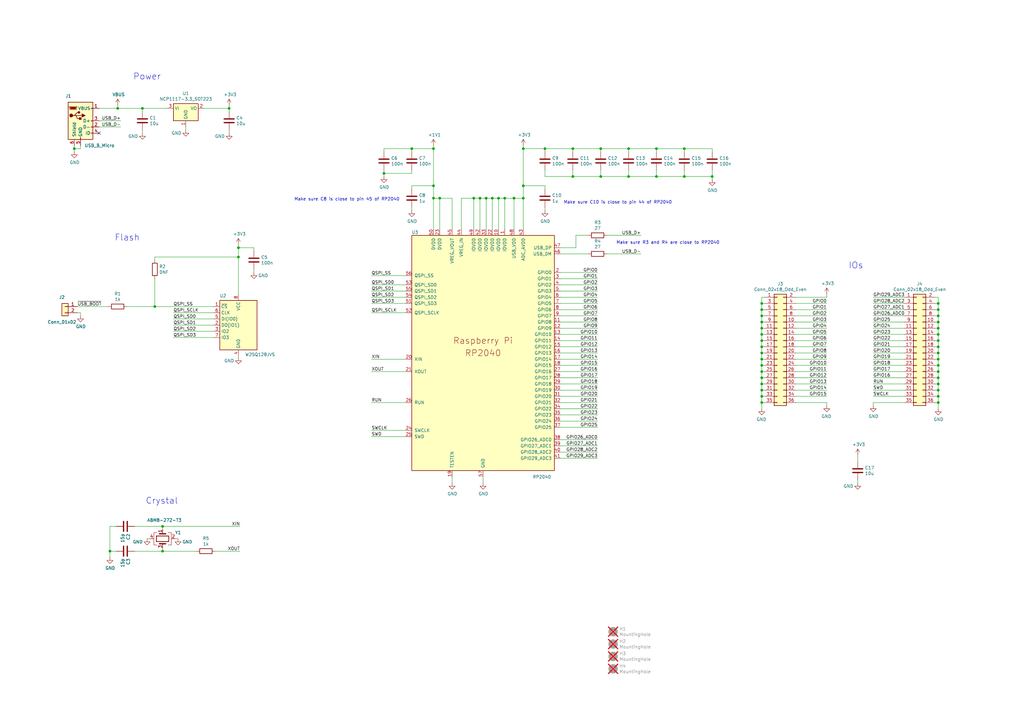
<source format=kicad_sch>
(kicad_sch
	(version 20231120)
	(generator "eeschema")
	(generator_version "8.0")
	(uuid "8c0b3d8b-46d3-4173-ab1e-a61765f77d61")
	(paper "A3")
	(title_block
		(title "RP2040 Minimal Design Example")
		(date "2024-01-16")
		(rev "REV2")
		(company "Raspberry Pi Ltd")
	)
	(lib_symbols
		(symbol "Connector:USB_B_Micro"
			(pin_names
				(offset 1.016)
			)
			(exclude_from_sim no)
			(in_bom yes)
			(on_board yes)
			(property "Reference" "J"
				(at -5.08 11.43 0)
				(effects
					(font
						(size 1.27 1.27)
					)
					(justify left)
				)
			)
			(property "Value" "USB_B_Micro"
				(at -5.08 8.89 0)
				(effects
					(font
						(size 1.27 1.27)
					)
					(justify left)
				)
			)
			(property "Footprint" ""
				(at 3.81 -1.27 0)
				(effects
					(font
						(size 1.27 1.27)
					)
					(hide yes)
				)
			)
			(property "Datasheet" "~"
				(at 3.81 -1.27 0)
				(effects
					(font
						(size 1.27 1.27)
					)
					(hide yes)
				)
			)
			(property "Description" "USB Micro Type B connector"
				(at 0 0 0)
				(effects
					(font
						(size 1.27 1.27)
					)
					(hide yes)
				)
			)
			(property "ki_keywords" "connector USB micro"
				(at 0 0 0)
				(effects
					(font
						(size 1.27 1.27)
					)
					(hide yes)
				)
			)
			(property "ki_fp_filters" "USB*"
				(at 0 0 0)
				(effects
					(font
						(size 1.27 1.27)
					)
					(hide yes)
				)
			)
			(symbol "USB_B_Micro_0_1"
				(rectangle
					(start -5.08 -7.62)
					(end 5.08 7.62)
					(stroke
						(width 0.254)
						(type default)
					)
					(fill
						(type background)
					)
				)
				(circle
					(center -3.81 2.159)
					(radius 0.635)
					(stroke
						(width 0.254)
						(type default)
					)
					(fill
						(type outline)
					)
				)
				(circle
					(center -0.635 3.429)
					(radius 0.381)
					(stroke
						(width 0.254)
						(type default)
					)
					(fill
						(type outline)
					)
				)
				(rectangle
					(start -0.127 -7.62)
					(end 0.127 -6.858)
					(stroke
						(width 0)
						(type default)
					)
					(fill
						(type none)
					)
				)
				(polyline
					(pts
						(xy -1.905 2.159) (xy 0.635 2.159)
					)
					(stroke
						(width 0.254)
						(type default)
					)
					(fill
						(type none)
					)
				)
				(polyline
					(pts
						(xy -3.175 2.159) (xy -2.54 2.159) (xy -1.27 3.429) (xy -0.635 3.429)
					)
					(stroke
						(width 0.254)
						(type default)
					)
					(fill
						(type none)
					)
				)
				(polyline
					(pts
						(xy -2.54 2.159) (xy -1.905 2.159) (xy -1.27 0.889) (xy 0 0.889)
					)
					(stroke
						(width 0.254)
						(type default)
					)
					(fill
						(type none)
					)
				)
				(polyline
					(pts
						(xy 0.635 2.794) (xy 0.635 1.524) (xy 1.905 2.159) (xy 0.635 2.794)
					)
					(stroke
						(width 0.254)
						(type default)
					)
					(fill
						(type outline)
					)
				)
				(polyline
					(pts
						(xy -4.318 5.588) (xy -1.778 5.588) (xy -2.032 4.826) (xy -4.064 4.826) (xy -4.318 5.588)
					)
					(stroke
						(width 0)
						(type default)
					)
					(fill
						(type outline)
					)
				)
				(polyline
					(pts
						(xy -4.699 5.842) (xy -4.699 5.588) (xy -4.445 4.826) (xy -4.445 4.572) (xy -1.651 4.572) (xy -1.651 4.826)
						(xy -1.397 5.588) (xy -1.397 5.842) (xy -4.699 5.842)
					)
					(stroke
						(width 0)
						(type default)
					)
					(fill
						(type none)
					)
				)
				(rectangle
					(start 0.254 1.27)
					(end -0.508 0.508)
					(stroke
						(width 0.254)
						(type default)
					)
					(fill
						(type outline)
					)
				)
				(rectangle
					(start 5.08 -5.207)
					(end 4.318 -4.953)
					(stroke
						(width 0)
						(type default)
					)
					(fill
						(type none)
					)
				)
				(rectangle
					(start 5.08 -2.667)
					(end 4.318 -2.413)
					(stroke
						(width 0)
						(type default)
					)
					(fill
						(type none)
					)
				)
				(rectangle
					(start 5.08 -0.127)
					(end 4.318 0.127)
					(stroke
						(width 0)
						(type default)
					)
					(fill
						(type none)
					)
				)
				(rectangle
					(start 5.08 4.953)
					(end 4.318 5.207)
					(stroke
						(width 0)
						(type default)
					)
					(fill
						(type none)
					)
				)
			)
			(symbol "USB_B_Micro_1_1"
				(pin power_out line
					(at 7.62 5.08 180)
					(length 2.54)
					(name "VBUS"
						(effects
							(font
								(size 1.27 1.27)
							)
						)
					)
					(number "1"
						(effects
							(font
								(size 1.27 1.27)
							)
						)
					)
				)
				(pin bidirectional line
					(at 7.62 -2.54 180)
					(length 2.54)
					(name "D-"
						(effects
							(font
								(size 1.27 1.27)
							)
						)
					)
					(number "2"
						(effects
							(font
								(size 1.27 1.27)
							)
						)
					)
				)
				(pin bidirectional line
					(at 7.62 0 180)
					(length 2.54)
					(name "D+"
						(effects
							(font
								(size 1.27 1.27)
							)
						)
					)
					(number "3"
						(effects
							(font
								(size 1.27 1.27)
							)
						)
					)
				)
				(pin passive line
					(at 7.62 -5.08 180)
					(length 2.54)
					(name "ID"
						(effects
							(font
								(size 1.27 1.27)
							)
						)
					)
					(number "4"
						(effects
							(font
								(size 1.27 1.27)
							)
						)
					)
				)
				(pin power_out line
					(at 0 -10.16 90)
					(length 2.54)
					(name "GND"
						(effects
							(font
								(size 1.27 1.27)
							)
						)
					)
					(number "5"
						(effects
							(font
								(size 1.27 1.27)
							)
						)
					)
				)
				(pin passive line
					(at -2.54 -10.16 90)
					(length 2.54)
					(name "Shield"
						(effects
							(font
								(size 1.27 1.27)
							)
						)
					)
					(number "6"
						(effects
							(font
								(size 1.27 1.27)
							)
						)
					)
				)
			)
		)
		(symbol "Connector_Generic:Conn_01x02"
			(pin_names
				(offset 1.016) hide)
			(exclude_from_sim no)
			(in_bom yes)
			(on_board yes)
			(property "Reference" "J"
				(at 0 2.54 0)
				(effects
					(font
						(size 1.27 1.27)
					)
				)
			)
			(property "Value" "Conn_01x02"
				(at 0 -5.08 0)
				(effects
					(font
						(size 1.27 1.27)
					)
				)
			)
			(property "Footprint" ""
				(at 0 0 0)
				(effects
					(font
						(size 1.27 1.27)
					)
					(hide yes)
				)
			)
			(property "Datasheet" "~"
				(at 0 0 0)
				(effects
					(font
						(size 1.27 1.27)
					)
					(hide yes)
				)
			)
			(property "Description" "Generic connector, single row, 01x02, script generated (kicad-library-utils/schlib/autogen/connector/)"
				(at 0 0 0)
				(effects
					(font
						(size 1.27 1.27)
					)
					(hide yes)
				)
			)
			(property "ki_keywords" "connector"
				(at 0 0 0)
				(effects
					(font
						(size 1.27 1.27)
					)
					(hide yes)
				)
			)
			(property "ki_fp_filters" "Connector*:*_1x??_*"
				(at 0 0 0)
				(effects
					(font
						(size 1.27 1.27)
					)
					(hide yes)
				)
			)
			(symbol "Conn_01x02_1_1"
				(rectangle
					(start -1.27 -2.413)
					(end 0 -2.667)
					(stroke
						(width 0.1524)
						(type default)
					)
					(fill
						(type none)
					)
				)
				(rectangle
					(start -1.27 0.127)
					(end 0 -0.127)
					(stroke
						(width 0.1524)
						(type default)
					)
					(fill
						(type none)
					)
				)
				(rectangle
					(start -1.27 1.27)
					(end 1.27 -3.81)
					(stroke
						(width 0.254)
						(type default)
					)
					(fill
						(type background)
					)
				)
				(pin passive line
					(at -5.08 0 0)
					(length 3.81)
					(name "Pin_1"
						(effects
							(font
								(size 1.27 1.27)
							)
						)
					)
					(number "1"
						(effects
							(font
								(size 1.27 1.27)
							)
						)
					)
				)
				(pin passive line
					(at -5.08 -2.54 0)
					(length 3.81)
					(name "Pin_2"
						(effects
							(font
								(size 1.27 1.27)
							)
						)
					)
					(number "2"
						(effects
							(font
								(size 1.27 1.27)
							)
						)
					)
				)
			)
		)
		(symbol "Connector_Generic:Conn_02x18_Odd_Even"
			(pin_names
				(offset 1.016) hide)
			(exclude_from_sim no)
			(in_bom yes)
			(on_board yes)
			(property "Reference" "J"
				(at 1.27 22.86 0)
				(effects
					(font
						(size 1.27 1.27)
					)
				)
			)
			(property "Value" "Conn_02x18_Odd_Even"
				(at 1.27 -25.4 0)
				(effects
					(font
						(size 1.27 1.27)
					)
				)
			)
			(property "Footprint" ""
				(at 0 0 0)
				(effects
					(font
						(size 1.27 1.27)
					)
					(hide yes)
				)
			)
			(property "Datasheet" "~"
				(at 0 0 0)
				(effects
					(font
						(size 1.27 1.27)
					)
					(hide yes)
				)
			)
			(property "Description" "Generic connector, double row, 02x18, odd/even pin numbering scheme (row 1 odd numbers, row 2 even numbers), script generated (kicad-library-utils/schlib/autogen/connector/)"
				(at 0 0 0)
				(effects
					(font
						(size 1.27 1.27)
					)
					(hide yes)
				)
			)
			(property "ki_keywords" "connector"
				(at 0 0 0)
				(effects
					(font
						(size 1.27 1.27)
					)
					(hide yes)
				)
			)
			(property "ki_fp_filters" "Connector*:*_2x??_*"
				(at 0 0 0)
				(effects
					(font
						(size 1.27 1.27)
					)
					(hide yes)
				)
			)
			(symbol "Conn_02x18_Odd_Even_1_1"
				(rectangle
					(start -1.27 -22.733)
					(end 0 -22.987)
					(stroke
						(width 0.1524)
						(type default)
					)
					(fill
						(type none)
					)
				)
				(rectangle
					(start -1.27 -20.193)
					(end 0 -20.447)
					(stroke
						(width 0.1524)
						(type default)
					)
					(fill
						(type none)
					)
				)
				(rectangle
					(start -1.27 -17.653)
					(end 0 -17.907)
					(stroke
						(width 0.1524)
						(type default)
					)
					(fill
						(type none)
					)
				)
				(rectangle
					(start -1.27 -15.113)
					(end 0 -15.367)
					(stroke
						(width 0.1524)
						(type default)
					)
					(fill
						(type none)
					)
				)
				(rectangle
					(start -1.27 -12.573)
					(end 0 -12.827)
					(stroke
						(width 0.1524)
						(type default)
					)
					(fill
						(type none)
					)
				)
				(rectangle
					(start -1.27 -10.033)
					(end 0 -10.287)
					(stroke
						(width 0.1524)
						(type default)
					)
					(fill
						(type none)
					)
				)
				(rectangle
					(start -1.27 -7.493)
					(end 0 -7.747)
					(stroke
						(width 0.1524)
						(type default)
					)
					(fill
						(type none)
					)
				)
				(rectangle
					(start -1.27 -4.953)
					(end 0 -5.207)
					(stroke
						(width 0.1524)
						(type default)
					)
					(fill
						(type none)
					)
				)
				(rectangle
					(start -1.27 -2.413)
					(end 0 -2.667)
					(stroke
						(width 0.1524)
						(type default)
					)
					(fill
						(type none)
					)
				)
				(rectangle
					(start -1.27 0.127)
					(end 0 -0.127)
					(stroke
						(width 0.1524)
						(type default)
					)
					(fill
						(type none)
					)
				)
				(rectangle
					(start -1.27 2.667)
					(end 0 2.413)
					(stroke
						(width 0.1524)
						(type default)
					)
					(fill
						(type none)
					)
				)
				(rectangle
					(start -1.27 5.207)
					(end 0 4.953)
					(stroke
						(width 0.1524)
						(type default)
					)
					(fill
						(type none)
					)
				)
				(rectangle
					(start -1.27 7.747)
					(end 0 7.493)
					(stroke
						(width 0.1524)
						(type default)
					)
					(fill
						(type none)
					)
				)
				(rectangle
					(start -1.27 10.287)
					(end 0 10.033)
					(stroke
						(width 0.1524)
						(type default)
					)
					(fill
						(type none)
					)
				)
				(rectangle
					(start -1.27 12.827)
					(end 0 12.573)
					(stroke
						(width 0.1524)
						(type default)
					)
					(fill
						(type none)
					)
				)
				(rectangle
					(start -1.27 15.367)
					(end 0 15.113)
					(stroke
						(width 0.1524)
						(type default)
					)
					(fill
						(type none)
					)
				)
				(rectangle
					(start -1.27 17.907)
					(end 0 17.653)
					(stroke
						(width 0.1524)
						(type default)
					)
					(fill
						(type none)
					)
				)
				(rectangle
					(start -1.27 20.447)
					(end 0 20.193)
					(stroke
						(width 0.1524)
						(type default)
					)
					(fill
						(type none)
					)
				)
				(rectangle
					(start -1.27 21.59)
					(end 3.81 -24.13)
					(stroke
						(width 0.254)
						(type default)
					)
					(fill
						(type background)
					)
				)
				(rectangle
					(start 3.81 -22.733)
					(end 2.54 -22.987)
					(stroke
						(width 0.1524)
						(type default)
					)
					(fill
						(type none)
					)
				)
				(rectangle
					(start 3.81 -20.193)
					(end 2.54 -20.447)
					(stroke
						(width 0.1524)
						(type default)
					)
					(fill
						(type none)
					)
				)
				(rectangle
					(start 3.81 -17.653)
					(end 2.54 -17.907)
					(stroke
						(width 0.1524)
						(type default)
					)
					(fill
						(type none)
					)
				)
				(rectangle
					(start 3.81 -15.113)
					(end 2.54 -15.367)
					(stroke
						(width 0.1524)
						(type default)
					)
					(fill
						(type none)
					)
				)
				(rectangle
					(start 3.81 -12.573)
					(end 2.54 -12.827)
					(stroke
						(width 0.1524)
						(type default)
					)
					(fill
						(type none)
					)
				)
				(rectangle
					(start 3.81 -10.033)
					(end 2.54 -10.287)
					(stroke
						(width 0.1524)
						(type default)
					)
					(fill
						(type none)
					)
				)
				(rectangle
					(start 3.81 -7.493)
					(end 2.54 -7.747)
					(stroke
						(width 0.1524)
						(type default)
					)
					(fill
						(type none)
					)
				)
				(rectangle
					(start 3.81 -4.953)
					(end 2.54 -5.207)
					(stroke
						(width 0.1524)
						(type default)
					)
					(fill
						(type none)
					)
				)
				(rectangle
					(start 3.81 -2.413)
					(end 2.54 -2.667)
					(stroke
						(width 0.1524)
						(type default)
					)
					(fill
						(type none)
					)
				)
				(rectangle
					(start 3.81 0.127)
					(end 2.54 -0.127)
					(stroke
						(width 0.1524)
						(type default)
					)
					(fill
						(type none)
					)
				)
				(rectangle
					(start 3.81 2.667)
					(end 2.54 2.413)
					(stroke
						(width 0.1524)
						(type default)
					)
					(fill
						(type none)
					)
				)
				(rectangle
					(start 3.81 5.207)
					(end 2.54 4.953)
					(stroke
						(width 0.1524)
						(type default)
					)
					(fill
						(type none)
					)
				)
				(rectangle
					(start 3.81 7.747)
					(end 2.54 7.493)
					(stroke
						(width 0.1524)
						(type default)
					)
					(fill
						(type none)
					)
				)
				(rectangle
					(start 3.81 10.287)
					(end 2.54 10.033)
					(stroke
						(width 0.1524)
						(type default)
					)
					(fill
						(type none)
					)
				)
				(rectangle
					(start 3.81 12.827)
					(end 2.54 12.573)
					(stroke
						(width 0.1524)
						(type default)
					)
					(fill
						(type none)
					)
				)
				(rectangle
					(start 3.81 15.367)
					(end 2.54 15.113)
					(stroke
						(width 0.1524)
						(type default)
					)
					(fill
						(type none)
					)
				)
				(rectangle
					(start 3.81 17.907)
					(end 2.54 17.653)
					(stroke
						(width 0.1524)
						(type default)
					)
					(fill
						(type none)
					)
				)
				(rectangle
					(start 3.81 20.447)
					(end 2.54 20.193)
					(stroke
						(width 0.1524)
						(type default)
					)
					(fill
						(type none)
					)
				)
				(pin passive line
					(at -5.08 20.32 0)
					(length 3.81)
					(name "Pin_1"
						(effects
							(font
								(size 1.27 1.27)
							)
						)
					)
					(number "1"
						(effects
							(font
								(size 1.27 1.27)
							)
						)
					)
				)
				(pin passive line
					(at 7.62 10.16 180)
					(length 3.81)
					(name "Pin_10"
						(effects
							(font
								(size 1.27 1.27)
							)
						)
					)
					(number "10"
						(effects
							(font
								(size 1.27 1.27)
							)
						)
					)
				)
				(pin passive line
					(at -5.08 7.62 0)
					(length 3.81)
					(name "Pin_11"
						(effects
							(font
								(size 1.27 1.27)
							)
						)
					)
					(number "11"
						(effects
							(font
								(size 1.27 1.27)
							)
						)
					)
				)
				(pin passive line
					(at 7.62 7.62 180)
					(length 3.81)
					(name "Pin_12"
						(effects
							(font
								(size 1.27 1.27)
							)
						)
					)
					(number "12"
						(effects
							(font
								(size 1.27 1.27)
							)
						)
					)
				)
				(pin passive line
					(at -5.08 5.08 0)
					(length 3.81)
					(name "Pin_13"
						(effects
							(font
								(size 1.27 1.27)
							)
						)
					)
					(number "13"
						(effects
							(font
								(size 1.27 1.27)
							)
						)
					)
				)
				(pin passive line
					(at 7.62 5.08 180)
					(length 3.81)
					(name "Pin_14"
						(effects
							(font
								(size 1.27 1.27)
							)
						)
					)
					(number "14"
						(effects
							(font
								(size 1.27 1.27)
							)
						)
					)
				)
				(pin passive line
					(at -5.08 2.54 0)
					(length 3.81)
					(name "Pin_15"
						(effects
							(font
								(size 1.27 1.27)
							)
						)
					)
					(number "15"
						(effects
							(font
								(size 1.27 1.27)
							)
						)
					)
				)
				(pin passive line
					(at 7.62 2.54 180)
					(length 3.81)
					(name "Pin_16"
						(effects
							(font
								(size 1.27 1.27)
							)
						)
					)
					(number "16"
						(effects
							(font
								(size 1.27 1.27)
							)
						)
					)
				)
				(pin passive line
					(at -5.08 0 0)
					(length 3.81)
					(name "Pin_17"
						(effects
							(font
								(size 1.27 1.27)
							)
						)
					)
					(number "17"
						(effects
							(font
								(size 1.27 1.27)
							)
						)
					)
				)
				(pin passive line
					(at 7.62 0 180)
					(length 3.81)
					(name "Pin_18"
						(effects
							(font
								(size 1.27 1.27)
							)
						)
					)
					(number "18"
						(effects
							(font
								(size 1.27 1.27)
							)
						)
					)
				)
				(pin passive line
					(at -5.08 -2.54 0)
					(length 3.81)
					(name "Pin_19"
						(effects
							(font
								(size 1.27 1.27)
							)
						)
					)
					(number "19"
						(effects
							(font
								(size 1.27 1.27)
							)
						)
					)
				)
				(pin passive line
					(at 7.62 20.32 180)
					(length 3.81)
					(name "Pin_2"
						(effects
							(font
								(size 1.27 1.27)
							)
						)
					)
					(number "2"
						(effects
							(font
								(size 1.27 1.27)
							)
						)
					)
				)
				(pin passive line
					(at 7.62 -2.54 180)
					(length 3.81)
					(name "Pin_20"
						(effects
							(font
								(size 1.27 1.27)
							)
						)
					)
					(number "20"
						(effects
							(font
								(size 1.27 1.27)
							)
						)
					)
				)
				(pin passive line
					(at -5.08 -5.08 0)
					(length 3.81)
					(name "Pin_21"
						(effects
							(font
								(size 1.27 1.27)
							)
						)
					)
					(number "21"
						(effects
							(font
								(size 1.27 1.27)
							)
						)
					)
				)
				(pin passive line
					(at 7.62 -5.08 180)
					(length 3.81)
					(name "Pin_22"
						(effects
							(font
								(size 1.27 1.27)
							)
						)
					)
					(number "22"
						(effects
							(font
								(size 1.27 1.27)
							)
						)
					)
				)
				(pin passive line
					(at -5.08 -7.62 0)
					(length 3.81)
					(name "Pin_23"
						(effects
							(font
								(size 1.27 1.27)
							)
						)
					)
					(number "23"
						(effects
							(font
								(size 1.27 1.27)
							)
						)
					)
				)
				(pin passive line
					(at 7.62 -7.62 180)
					(length 3.81)
					(name "Pin_24"
						(effects
							(font
								(size 1.27 1.27)
							)
						)
					)
					(number "24"
						(effects
							(font
								(size 1.27 1.27)
							)
						)
					)
				)
				(pin passive line
					(at -5.08 -10.16 0)
					(length 3.81)
					(name "Pin_25"
						(effects
							(font
								(size 1.27 1.27)
							)
						)
					)
					(number "25"
						(effects
							(font
								(size 1.27 1.27)
							)
						)
					)
				)
				(pin passive line
					(at 7.62 -10.16 180)
					(length 3.81)
					(name "Pin_26"
						(effects
							(font
								(size 1.27 1.27)
							)
						)
					)
					(number "26"
						(effects
							(font
								(size 1.27 1.27)
							)
						)
					)
				)
				(pin passive line
					(at -5.08 -12.7 0)
					(length 3.81)
					(name "Pin_27"
						(effects
							(font
								(size 1.27 1.27)
							)
						)
					)
					(number "27"
						(effects
							(font
								(size 1.27 1.27)
							)
						)
					)
				)
				(pin passive line
					(at 7.62 -12.7 180)
					(length 3.81)
					(name "Pin_28"
						(effects
							(font
								(size 1.27 1.27)
							)
						)
					)
					(number "28"
						(effects
							(font
								(size 1.27 1.27)
							)
						)
					)
				)
				(pin passive line
					(at -5.08 -15.24 0)
					(length 3.81)
					(name "Pin_29"
						(effects
							(font
								(size 1.27 1.27)
							)
						)
					)
					(number "29"
						(effects
							(font
								(size 1.27 1.27)
							)
						)
					)
				)
				(pin passive line
					(at -5.08 17.78 0)
					(length 3.81)
					(name "Pin_3"
						(effects
							(font
								(size 1.27 1.27)
							)
						)
					)
					(number "3"
						(effects
							(font
								(size 1.27 1.27)
							)
						)
					)
				)
				(pin passive line
					(at 7.62 -15.24 180)
					(length 3.81)
					(name "Pin_30"
						(effects
							(font
								(size 1.27 1.27)
							)
						)
					)
					(number "30"
						(effects
							(font
								(size 1.27 1.27)
							)
						)
					)
				)
				(pin passive line
					(at -5.08 -17.78 0)
					(length 3.81)
					(name "Pin_31"
						(effects
							(font
								(size 1.27 1.27)
							)
						)
					)
					(number "31"
						(effects
							(font
								(size 1.27 1.27)
							)
						)
					)
				)
				(pin passive line
					(at 7.62 -17.78 180)
					(length 3.81)
					(name "Pin_32"
						(effects
							(font
								(size 1.27 1.27)
							)
						)
					)
					(number "32"
						(effects
							(font
								(size 1.27 1.27)
							)
						)
					)
				)
				(pin passive line
					(at -5.08 -20.32 0)
					(length 3.81)
					(name "Pin_33"
						(effects
							(font
								(size 1.27 1.27)
							)
						)
					)
					(number "33"
						(effects
							(font
								(size 1.27 1.27)
							)
						)
					)
				)
				(pin passive line
					(at 7.62 -20.32 180)
					(length 3.81)
					(name "Pin_34"
						(effects
							(font
								(size 1.27 1.27)
							)
						)
					)
					(number "34"
						(effects
							(font
								(size 1.27 1.27)
							)
						)
					)
				)
				(pin passive line
					(at -5.08 -22.86 0)
					(length 3.81)
					(name "Pin_35"
						(effects
							(font
								(size 1.27 1.27)
							)
						)
					)
					(number "35"
						(effects
							(font
								(size 1.27 1.27)
							)
						)
					)
				)
				(pin passive line
					(at 7.62 -22.86 180)
					(length 3.81)
					(name "Pin_36"
						(effects
							(font
								(size 1.27 1.27)
							)
						)
					)
					(number "36"
						(effects
							(font
								(size 1.27 1.27)
							)
						)
					)
				)
				(pin passive line
					(at 7.62 17.78 180)
					(length 3.81)
					(name "Pin_4"
						(effects
							(font
								(size 1.27 1.27)
							)
						)
					)
					(number "4"
						(effects
							(font
								(size 1.27 1.27)
							)
						)
					)
				)
				(pin passive line
					(at -5.08 15.24 0)
					(length 3.81)
					(name "Pin_5"
						(effects
							(font
								(size 1.27 1.27)
							)
						)
					)
					(number "5"
						(effects
							(font
								(size 1.27 1.27)
							)
						)
					)
				)
				(pin passive line
					(at 7.62 15.24 180)
					(length 3.81)
					(name "Pin_6"
						(effects
							(font
								(size 1.27 1.27)
							)
						)
					)
					(number "6"
						(effects
							(font
								(size 1.27 1.27)
							)
						)
					)
				)
				(pin passive line
					(at -5.08 12.7 0)
					(length 3.81)
					(name "Pin_7"
						(effects
							(font
								(size 1.27 1.27)
							)
						)
					)
					(number "7"
						(effects
							(font
								(size 1.27 1.27)
							)
						)
					)
				)
				(pin passive line
					(at 7.62 12.7 180)
					(length 3.81)
					(name "Pin_8"
						(effects
							(font
								(size 1.27 1.27)
							)
						)
					)
					(number "8"
						(effects
							(font
								(size 1.27 1.27)
							)
						)
					)
				)
				(pin passive line
					(at -5.08 10.16 0)
					(length 3.81)
					(name "Pin_9"
						(effects
							(font
								(size 1.27 1.27)
							)
						)
					)
					(number "9"
						(effects
							(font
								(size 1.27 1.27)
							)
						)
					)
				)
			)
		)
		(symbol "Device:C"
			(pin_numbers hide)
			(pin_names
				(offset 0.254)
			)
			(exclude_from_sim no)
			(in_bom yes)
			(on_board yes)
			(property "Reference" "C"
				(at 0.635 2.54 0)
				(effects
					(font
						(size 1.27 1.27)
					)
					(justify left)
				)
			)
			(property "Value" "C"
				(at 0.635 -2.54 0)
				(effects
					(font
						(size 1.27 1.27)
					)
					(justify left)
				)
			)
			(property "Footprint" ""
				(at 0.9652 -3.81 0)
				(effects
					(font
						(size 1.27 1.27)
					)
					(hide yes)
				)
			)
			(property "Datasheet" "~"
				(at 0 0 0)
				(effects
					(font
						(size 1.27 1.27)
					)
					(hide yes)
				)
			)
			(property "Description" "Unpolarized capacitor"
				(at 0 0 0)
				(effects
					(font
						(size 1.27 1.27)
					)
					(hide yes)
				)
			)
			(property "ki_keywords" "cap capacitor"
				(at 0 0 0)
				(effects
					(font
						(size 1.27 1.27)
					)
					(hide yes)
				)
			)
			(property "ki_fp_filters" "C_*"
				(at 0 0 0)
				(effects
					(font
						(size 1.27 1.27)
					)
					(hide yes)
				)
			)
			(symbol "C_0_1"
				(polyline
					(pts
						(xy -2.032 -0.762) (xy 2.032 -0.762)
					)
					(stroke
						(width 0.508)
						(type default)
					)
					(fill
						(type none)
					)
				)
				(polyline
					(pts
						(xy -2.032 0.762) (xy 2.032 0.762)
					)
					(stroke
						(width 0.508)
						(type default)
					)
					(fill
						(type none)
					)
				)
			)
			(symbol "C_1_1"
				(pin passive line
					(at 0 3.81 270)
					(length 2.794)
					(name "~"
						(effects
							(font
								(size 1.27 1.27)
							)
						)
					)
					(number "1"
						(effects
							(font
								(size 1.27 1.27)
							)
						)
					)
				)
				(pin passive line
					(at 0 -3.81 90)
					(length 2.794)
					(name "~"
						(effects
							(font
								(size 1.27 1.27)
							)
						)
					)
					(number "2"
						(effects
							(font
								(size 1.27 1.27)
							)
						)
					)
				)
			)
		)
		(symbol "Device:Crystal_GND24"
			(pin_names
				(offset 1.016) hide)
			(exclude_from_sim no)
			(in_bom yes)
			(on_board yes)
			(property "Reference" "Y"
				(at 3.175 5.08 0)
				(effects
					(font
						(size 1.27 1.27)
					)
					(justify left)
				)
			)
			(property "Value" "Crystal_GND24"
				(at 3.175 3.175 0)
				(effects
					(font
						(size 1.27 1.27)
					)
					(justify left)
				)
			)
			(property "Footprint" ""
				(at 0 0 0)
				(effects
					(font
						(size 1.27 1.27)
					)
					(hide yes)
				)
			)
			(property "Datasheet" "~"
				(at 0 0 0)
				(effects
					(font
						(size 1.27 1.27)
					)
					(hide yes)
				)
			)
			(property "Description" "Four pin crystal, GND on pins 2 and 4"
				(at 0 0 0)
				(effects
					(font
						(size 1.27 1.27)
					)
					(hide yes)
				)
			)
			(property "ki_keywords" "quartz ceramic resonator oscillator"
				(at 0 0 0)
				(effects
					(font
						(size 1.27 1.27)
					)
					(hide yes)
				)
			)
			(property "ki_fp_filters" "Crystal*"
				(at 0 0 0)
				(effects
					(font
						(size 1.27 1.27)
					)
					(hide yes)
				)
			)
			(symbol "Crystal_GND24_0_1"
				(rectangle
					(start -1.143 2.54)
					(end 1.143 -2.54)
					(stroke
						(width 0.3048)
						(type default)
					)
					(fill
						(type none)
					)
				)
				(polyline
					(pts
						(xy -2.54 0) (xy -2.032 0)
					)
					(stroke
						(width 0)
						(type default)
					)
					(fill
						(type none)
					)
				)
				(polyline
					(pts
						(xy -2.032 -1.27) (xy -2.032 1.27)
					)
					(stroke
						(width 0.508)
						(type default)
					)
					(fill
						(type none)
					)
				)
				(polyline
					(pts
						(xy 0 -3.81) (xy 0 -3.556)
					)
					(stroke
						(width 0)
						(type default)
					)
					(fill
						(type none)
					)
				)
				(polyline
					(pts
						(xy 0 3.556) (xy 0 3.81)
					)
					(stroke
						(width 0)
						(type default)
					)
					(fill
						(type none)
					)
				)
				(polyline
					(pts
						(xy 2.032 -1.27) (xy 2.032 1.27)
					)
					(stroke
						(width 0.508)
						(type default)
					)
					(fill
						(type none)
					)
				)
				(polyline
					(pts
						(xy 2.032 0) (xy 2.54 0)
					)
					(stroke
						(width 0)
						(type default)
					)
					(fill
						(type none)
					)
				)
				(polyline
					(pts
						(xy -2.54 -2.286) (xy -2.54 -3.556) (xy 2.54 -3.556) (xy 2.54 -2.286)
					)
					(stroke
						(width 0)
						(type default)
					)
					(fill
						(type none)
					)
				)
				(polyline
					(pts
						(xy -2.54 2.286) (xy -2.54 3.556) (xy 2.54 3.556) (xy 2.54 2.286)
					)
					(stroke
						(width 0)
						(type default)
					)
					(fill
						(type none)
					)
				)
			)
			(symbol "Crystal_GND24_1_1"
				(pin passive line
					(at -3.81 0 0)
					(length 1.27)
					(name "1"
						(effects
							(font
								(size 1.27 1.27)
							)
						)
					)
					(number "1"
						(effects
							(font
								(size 1.27 1.27)
							)
						)
					)
				)
				(pin passive line
					(at 0 5.08 270)
					(length 1.27)
					(name "2"
						(effects
							(font
								(size 1.27 1.27)
							)
						)
					)
					(number "2"
						(effects
							(font
								(size 1.27 1.27)
							)
						)
					)
				)
				(pin passive line
					(at 3.81 0 180)
					(length 1.27)
					(name "3"
						(effects
							(font
								(size 1.27 1.27)
							)
						)
					)
					(number "3"
						(effects
							(font
								(size 1.27 1.27)
							)
						)
					)
				)
				(pin passive line
					(at 0 -5.08 90)
					(length 1.27)
					(name "4"
						(effects
							(font
								(size 1.27 1.27)
							)
						)
					)
					(number "4"
						(effects
							(font
								(size 1.27 1.27)
							)
						)
					)
				)
			)
		)
		(symbol "Device:R"
			(pin_numbers hide)
			(pin_names
				(offset 0)
			)
			(exclude_from_sim no)
			(in_bom yes)
			(on_board yes)
			(property "Reference" "R"
				(at 2.032 0 90)
				(effects
					(font
						(size 1.27 1.27)
					)
				)
			)
			(property "Value" "R"
				(at 0 0 90)
				(effects
					(font
						(size 1.27 1.27)
					)
				)
			)
			(property "Footprint" ""
				(at -1.778 0 90)
				(effects
					(font
						(size 1.27 1.27)
					)
					(hide yes)
				)
			)
			(property "Datasheet" "~"
				(at 0 0 0)
				(effects
					(font
						(size 1.27 1.27)
					)
					(hide yes)
				)
			)
			(property "Description" "Resistor"
				(at 0 0 0)
				(effects
					(font
						(size 1.27 1.27)
					)
					(hide yes)
				)
			)
			(property "ki_keywords" "R res resistor"
				(at 0 0 0)
				(effects
					(font
						(size 1.27 1.27)
					)
					(hide yes)
				)
			)
			(property "ki_fp_filters" "R_*"
				(at 0 0 0)
				(effects
					(font
						(size 1.27 1.27)
					)
					(hide yes)
				)
			)
			(symbol "R_0_1"
				(rectangle
					(start -1.016 -2.54)
					(end 1.016 2.54)
					(stroke
						(width 0.254)
						(type default)
					)
					(fill
						(type none)
					)
				)
			)
			(symbol "R_1_1"
				(pin passive line
					(at 0 3.81 270)
					(length 1.27)
					(name "~"
						(effects
							(font
								(size 1.27 1.27)
							)
						)
					)
					(number "1"
						(effects
							(font
								(size 1.27 1.27)
							)
						)
					)
				)
				(pin passive line
					(at 0 -3.81 90)
					(length 1.27)
					(name "~"
						(effects
							(font
								(size 1.27 1.27)
							)
						)
					)
					(number "2"
						(effects
							(font
								(size 1.27 1.27)
							)
						)
					)
				)
			)
		)
		(symbol "MCU_RaspberryPi_RP2040:RP2040"
			(pin_names
				(offset 1.016)
			)
			(exclude_from_sim no)
			(in_bom yes)
			(on_board yes)
			(property "Reference" "U"
				(at -29.21 49.53 0)
				(effects
					(font
						(size 1.27 1.27)
					)
				)
			)
			(property "Value" "RP2040"
				(at 24.13 -49.53 0)
				(effects
					(font
						(size 1.27 1.27)
					)
				)
			)
			(property "Footprint" "RP2040_minimal:RP2040-QFN-56"
				(at -19.05 0 0)
				(effects
					(font
						(size 1.27 1.27)
					)
					(hide yes)
				)
			)
			(property "Datasheet" ""
				(at -19.05 0 0)
				(effects
					(font
						(size 1.27 1.27)
					)
					(hide yes)
				)
			)
			(property "Description" ""
				(at 0 0 0)
				(effects
					(font
						(size 1.27 1.27)
					)
					(hide yes)
				)
			)
			(symbol "RP2040_0_0"
				(text "Raspberry Pi"
					(at 0 5.08 0)
					(effects
						(font
							(size 2.54 2.54)
						)
					)
				)
				(text "RP2040"
					(at 0 0 0)
					(effects
						(font
							(size 2.54 2.54)
						)
					)
				)
			)
			(symbol "RP2040_0_1"
				(rectangle
					(start 29.21 48.26)
					(end -29.21 -48.26)
					(stroke
						(width 0.254)
						(type solid)
					)
					(fill
						(type background)
					)
				)
			)
			(symbol "RP2040_1_1"
				(pin power_in line
					(at 8.89 50.8 270)
					(length 2.54)
					(name "IOVDD"
						(effects
							(font
								(size 1.27 1.27)
							)
						)
					)
					(number "1"
						(effects
							(font
								(size 1.27 1.27)
							)
						)
					)
				)
				(pin power_in line
					(at 6.35 50.8 270)
					(length 2.54)
					(name "IOVDD"
						(effects
							(font
								(size 1.27 1.27)
							)
						)
					)
					(number "10"
						(effects
							(font
								(size 1.27 1.27)
							)
						)
					)
				)
				(pin bidirectional line
					(at 31.75 12.7 180)
					(length 2.54)
					(name "GPIO8"
						(effects
							(font
								(size 1.27 1.27)
							)
						)
					)
					(number "11"
						(effects
							(font
								(size 1.27 1.27)
							)
						)
					)
				)
				(pin bidirectional line
					(at 31.75 10.16 180)
					(length 2.54)
					(name "GPIO9"
						(effects
							(font
								(size 1.27 1.27)
							)
						)
					)
					(number "12"
						(effects
							(font
								(size 1.27 1.27)
							)
						)
					)
				)
				(pin bidirectional line
					(at 31.75 7.62 180)
					(length 2.54)
					(name "GPIO10"
						(effects
							(font
								(size 1.27 1.27)
							)
						)
					)
					(number "13"
						(effects
							(font
								(size 1.27 1.27)
							)
						)
					)
				)
				(pin bidirectional line
					(at 31.75 5.08 180)
					(length 2.54)
					(name "GPIO11"
						(effects
							(font
								(size 1.27 1.27)
							)
						)
					)
					(number "14"
						(effects
							(font
								(size 1.27 1.27)
							)
						)
					)
				)
				(pin bidirectional line
					(at 31.75 2.54 180)
					(length 2.54)
					(name "GPIO12"
						(effects
							(font
								(size 1.27 1.27)
							)
						)
					)
					(number "15"
						(effects
							(font
								(size 1.27 1.27)
							)
						)
					)
				)
				(pin bidirectional line
					(at 31.75 0 180)
					(length 2.54)
					(name "GPIO13"
						(effects
							(font
								(size 1.27 1.27)
							)
						)
					)
					(number "16"
						(effects
							(font
								(size 1.27 1.27)
							)
						)
					)
				)
				(pin bidirectional line
					(at 31.75 -2.54 180)
					(length 2.54)
					(name "GPIO14"
						(effects
							(font
								(size 1.27 1.27)
							)
						)
					)
					(number "17"
						(effects
							(font
								(size 1.27 1.27)
							)
						)
					)
				)
				(pin bidirectional line
					(at 31.75 -5.08 180)
					(length 2.54)
					(name "GPIO15"
						(effects
							(font
								(size 1.27 1.27)
							)
						)
					)
					(number "18"
						(effects
							(font
								(size 1.27 1.27)
							)
						)
					)
				)
				(pin passive line
					(at -12.7 -50.8 90)
					(length 2.54)
					(name "TESTEN"
						(effects
							(font
								(size 1.27 1.27)
							)
						)
					)
					(number "19"
						(effects
							(font
								(size 1.27 1.27)
							)
						)
					)
				)
				(pin bidirectional line
					(at 31.75 33.02 180)
					(length 2.54)
					(name "GPIO0"
						(effects
							(font
								(size 1.27 1.27)
							)
						)
					)
					(number "2"
						(effects
							(font
								(size 1.27 1.27)
							)
						)
					)
				)
				(pin input line
					(at -31.75 -2.54 0)
					(length 2.54)
					(name "XIN"
						(effects
							(font
								(size 1.27 1.27)
							)
						)
					)
					(number "20"
						(effects
							(font
								(size 1.27 1.27)
							)
						)
					)
				)
				(pin passive line
					(at -31.75 -7.62 0)
					(length 2.54)
					(name "XOUT"
						(effects
							(font
								(size 1.27 1.27)
							)
						)
					)
					(number "21"
						(effects
							(font
								(size 1.27 1.27)
							)
						)
					)
				)
				(pin power_in line
					(at 3.81 50.8 270)
					(length 2.54)
					(name "IOVDD"
						(effects
							(font
								(size 1.27 1.27)
							)
						)
					)
					(number "22"
						(effects
							(font
								(size 1.27 1.27)
							)
						)
					)
				)
				(pin power_in line
					(at -17.78 50.8 270)
					(length 2.54)
					(name "DVDD"
						(effects
							(font
								(size 1.27 1.27)
							)
						)
					)
					(number "23"
						(effects
							(font
								(size 1.27 1.27)
							)
						)
					)
				)
				(pin output line
					(at -31.75 -31.75 0)
					(length 2.54)
					(name "SWCLK"
						(effects
							(font
								(size 1.27 1.27)
							)
						)
					)
					(number "24"
						(effects
							(font
								(size 1.27 1.27)
							)
						)
					)
				)
				(pin bidirectional line
					(at -31.75 -34.29 0)
					(length 2.54)
					(name "SWD"
						(effects
							(font
								(size 1.27 1.27)
							)
						)
					)
					(number "25"
						(effects
							(font
								(size 1.27 1.27)
							)
						)
					)
				)
				(pin input line
					(at -31.75 -20.32 0)
					(length 2.54)
					(name "RUN"
						(effects
							(font
								(size 1.27 1.27)
							)
						)
					)
					(number "26"
						(effects
							(font
								(size 1.27 1.27)
							)
						)
					)
				)
				(pin bidirectional line
					(at 31.75 -7.62 180)
					(length 2.54)
					(name "GPIO16"
						(effects
							(font
								(size 1.27 1.27)
							)
						)
					)
					(number "27"
						(effects
							(font
								(size 1.27 1.27)
							)
						)
					)
				)
				(pin bidirectional line
					(at 31.75 -10.16 180)
					(length 2.54)
					(name "GPIO17"
						(effects
							(font
								(size 1.27 1.27)
							)
						)
					)
					(number "28"
						(effects
							(font
								(size 1.27 1.27)
							)
						)
					)
				)
				(pin bidirectional line
					(at 31.75 -12.7 180)
					(length 2.54)
					(name "GPIO18"
						(effects
							(font
								(size 1.27 1.27)
							)
						)
					)
					(number "29"
						(effects
							(font
								(size 1.27 1.27)
							)
						)
					)
				)
				(pin bidirectional line
					(at 31.75 30.48 180)
					(length 2.54)
					(name "GPIO1"
						(effects
							(font
								(size 1.27 1.27)
							)
						)
					)
					(number "3"
						(effects
							(font
								(size 1.27 1.27)
							)
						)
					)
				)
				(pin bidirectional line
					(at 31.75 -15.24 180)
					(length 2.54)
					(name "GPIO19"
						(effects
							(font
								(size 1.27 1.27)
							)
						)
					)
					(number "30"
						(effects
							(font
								(size 1.27 1.27)
							)
						)
					)
				)
				(pin bidirectional line
					(at 31.75 -17.78 180)
					(length 2.54)
					(name "GPIO20"
						(effects
							(font
								(size 1.27 1.27)
							)
						)
					)
					(number "31"
						(effects
							(font
								(size 1.27 1.27)
							)
						)
					)
				)
				(pin bidirectional line
					(at 31.75 -20.32 180)
					(length 2.54)
					(name "GPIO21"
						(effects
							(font
								(size 1.27 1.27)
							)
						)
					)
					(number "32"
						(effects
							(font
								(size 1.27 1.27)
							)
						)
					)
				)
				(pin power_in line
					(at 1.27 50.8 270)
					(length 2.54)
					(name "IOVDD"
						(effects
							(font
								(size 1.27 1.27)
							)
						)
					)
					(number "33"
						(effects
							(font
								(size 1.27 1.27)
							)
						)
					)
				)
				(pin bidirectional line
					(at 31.75 -22.86 180)
					(length 2.54)
					(name "GPIO22"
						(effects
							(font
								(size 1.27 1.27)
							)
						)
					)
					(number "34"
						(effects
							(font
								(size 1.27 1.27)
							)
						)
					)
				)
				(pin bidirectional line
					(at 31.75 -25.4 180)
					(length 2.54)
					(name "GPIO23"
						(effects
							(font
								(size 1.27 1.27)
							)
						)
					)
					(number "35"
						(effects
							(font
								(size 1.27 1.27)
							)
						)
					)
				)
				(pin bidirectional line
					(at 31.75 -27.94 180)
					(length 2.54)
					(name "GPIO24"
						(effects
							(font
								(size 1.27 1.27)
							)
						)
					)
					(number "36"
						(effects
							(font
								(size 1.27 1.27)
							)
						)
					)
				)
				(pin bidirectional line
					(at 31.75 -30.48 180)
					(length 2.54)
					(name "GPIO25"
						(effects
							(font
								(size 1.27 1.27)
							)
						)
					)
					(number "37"
						(effects
							(font
								(size 1.27 1.27)
							)
						)
					)
				)
				(pin bidirectional line
					(at 31.75 -35.56 180)
					(length 2.54)
					(name "GPIO26_ADC0"
						(effects
							(font
								(size 1.27 1.27)
							)
						)
					)
					(number "38"
						(effects
							(font
								(size 1.27 1.27)
							)
						)
					)
				)
				(pin bidirectional line
					(at 31.75 -38.1 180)
					(length 2.54)
					(name "GPIO27_ADC1"
						(effects
							(font
								(size 1.27 1.27)
							)
						)
					)
					(number "39"
						(effects
							(font
								(size 1.27 1.27)
							)
						)
					)
				)
				(pin bidirectional line
					(at 31.75 27.94 180)
					(length 2.54)
					(name "GPIO2"
						(effects
							(font
								(size 1.27 1.27)
							)
						)
					)
					(number "4"
						(effects
							(font
								(size 1.27 1.27)
							)
						)
					)
				)
				(pin bidirectional line
					(at 31.75 -40.64 180)
					(length 2.54)
					(name "GPIO28_ADC2"
						(effects
							(font
								(size 1.27 1.27)
							)
						)
					)
					(number "40"
						(effects
							(font
								(size 1.27 1.27)
							)
						)
					)
				)
				(pin bidirectional line
					(at 31.75 -43.18 180)
					(length 2.54)
					(name "GPIO29_ADC3"
						(effects
							(font
								(size 1.27 1.27)
							)
						)
					)
					(number "41"
						(effects
							(font
								(size 1.27 1.27)
							)
						)
					)
				)
				(pin power_in line
					(at -1.27 50.8 270)
					(length 2.54)
					(name "IOVDD"
						(effects
							(font
								(size 1.27 1.27)
							)
						)
					)
					(number "42"
						(effects
							(font
								(size 1.27 1.27)
							)
						)
					)
				)
				(pin power_in line
					(at 16.51 50.8 270)
					(length 2.54)
					(name "ADC_AVDD"
						(effects
							(font
								(size 1.27 1.27)
							)
						)
					)
					(number "43"
						(effects
							(font
								(size 1.27 1.27)
							)
						)
					)
				)
				(pin power_in line
					(at -8.89 50.8 270)
					(length 2.54)
					(name "VREG_IN"
						(effects
							(font
								(size 1.27 1.27)
							)
						)
					)
					(number "44"
						(effects
							(font
								(size 1.27 1.27)
							)
						)
					)
				)
				(pin power_out line
					(at -12.7 50.8 270)
					(length 2.54)
					(name "VREG_VOUT"
						(effects
							(font
								(size 1.27 1.27)
							)
						)
					)
					(number "45"
						(effects
							(font
								(size 1.27 1.27)
							)
						)
					)
				)
				(pin bidirectional line
					(at 31.75 40.64 180)
					(length 2.54)
					(name "USB_DM"
						(effects
							(font
								(size 1.27 1.27)
							)
						)
					)
					(number "46"
						(effects
							(font
								(size 1.27 1.27)
							)
						)
					)
				)
				(pin bidirectional line
					(at 31.75 43.18 180)
					(length 2.54)
					(name "USB_DP"
						(effects
							(font
								(size 1.27 1.27)
							)
						)
					)
					(number "47"
						(effects
							(font
								(size 1.27 1.27)
							)
						)
					)
				)
				(pin power_in line
					(at 12.7 50.8 270)
					(length 2.54)
					(name "USB_VDD"
						(effects
							(font
								(size 1.27 1.27)
							)
						)
					)
					(number "48"
						(effects
							(font
								(size 1.27 1.27)
							)
						)
					)
				)
				(pin power_in line
					(at -3.81 50.8 270)
					(length 2.54)
					(name "IOVDD"
						(effects
							(font
								(size 1.27 1.27)
							)
						)
					)
					(number "49"
						(effects
							(font
								(size 1.27 1.27)
							)
						)
					)
				)
				(pin bidirectional line
					(at 31.75 25.4 180)
					(length 2.54)
					(name "GPIO3"
						(effects
							(font
								(size 1.27 1.27)
							)
						)
					)
					(number "5"
						(effects
							(font
								(size 1.27 1.27)
							)
						)
					)
				)
				(pin power_in line
					(at -20.32 50.8 270)
					(length 2.54)
					(name "DVDD"
						(effects
							(font
								(size 1.27 1.27)
							)
						)
					)
					(number "50"
						(effects
							(font
								(size 1.27 1.27)
							)
						)
					)
				)
				(pin bidirectional line
					(at -31.75 20.32 0)
					(length 2.54)
					(name "QSPI_SD3"
						(effects
							(font
								(size 1.27 1.27)
							)
						)
					)
					(number "51"
						(effects
							(font
								(size 1.27 1.27)
							)
						)
					)
				)
				(pin output line
					(at -31.75 16.51 0)
					(length 2.54)
					(name "QSPI_SCLK"
						(effects
							(font
								(size 1.27 1.27)
							)
						)
					)
					(number "52"
						(effects
							(font
								(size 1.27 1.27)
							)
						)
					)
				)
				(pin bidirectional line
					(at -31.75 27.94 0)
					(length 2.54)
					(name "QSPI_SD0"
						(effects
							(font
								(size 1.27 1.27)
							)
						)
					)
					(number "53"
						(effects
							(font
								(size 1.27 1.27)
							)
						)
					)
				)
				(pin bidirectional line
					(at -31.75 22.86 0)
					(length 2.54)
					(name "QSPI_SD2"
						(effects
							(font
								(size 1.27 1.27)
							)
						)
					)
					(number "54"
						(effects
							(font
								(size 1.27 1.27)
							)
						)
					)
				)
				(pin bidirectional line
					(at -31.75 25.4 0)
					(length 2.54)
					(name "QSPI_SD1"
						(effects
							(font
								(size 1.27 1.27)
							)
						)
					)
					(number "55"
						(effects
							(font
								(size 1.27 1.27)
							)
						)
					)
				)
				(pin bidirectional line
					(at -31.75 31.75 0)
					(length 2.54)
					(name "QSPI_SS"
						(effects
							(font
								(size 1.27 1.27)
							)
						)
					)
					(number "56"
						(effects
							(font
								(size 1.27 1.27)
							)
						)
					)
				)
				(pin power_in line
					(at 0 -50.8 90)
					(length 2.54)
					(name "GND"
						(effects
							(font
								(size 1.27 1.27)
							)
						)
					)
					(number "57"
						(effects
							(font
								(size 1.27 1.27)
							)
						)
					)
				)
				(pin bidirectional line
					(at 31.75 22.86 180)
					(length 2.54)
					(name "GPIO4"
						(effects
							(font
								(size 1.27 1.27)
							)
						)
					)
					(number "6"
						(effects
							(font
								(size 1.27 1.27)
							)
						)
					)
				)
				(pin bidirectional line
					(at 31.75 20.32 180)
					(length 2.54)
					(name "GPIO5"
						(effects
							(font
								(size 1.27 1.27)
							)
						)
					)
					(number "7"
						(effects
							(font
								(size 1.27 1.27)
							)
						)
					)
				)
				(pin bidirectional line
					(at 31.75 17.78 180)
					(length 2.54)
					(name "GPIO6"
						(effects
							(font
								(size 1.27 1.27)
							)
						)
					)
					(number "8"
						(effects
							(font
								(size 1.27 1.27)
							)
						)
					)
				)
				(pin bidirectional line
					(at 31.75 15.24 180)
					(length 2.54)
					(name "GPIO7"
						(effects
							(font
								(size 1.27 1.27)
							)
						)
					)
					(number "9"
						(effects
							(font
								(size 1.27 1.27)
							)
						)
					)
				)
			)
		)
		(symbol "Mechanical:MountingHole"
			(pin_names
				(offset 1.016)
			)
			(exclude_from_sim no)
			(in_bom yes)
			(on_board yes)
			(property "Reference" "H"
				(at 0 5.08 0)
				(effects
					(font
						(size 1.27 1.27)
					)
				)
			)
			(property "Value" "MountingHole"
				(at 0 3.175 0)
				(effects
					(font
						(size 1.27 1.27)
					)
				)
			)
			(property "Footprint" ""
				(at 0 0 0)
				(effects
					(font
						(size 1.27 1.27)
					)
					(hide yes)
				)
			)
			(property "Datasheet" "~"
				(at 0 0 0)
				(effects
					(font
						(size 1.27 1.27)
					)
					(hide yes)
				)
			)
			(property "Description" "Mounting Hole without connection"
				(at 0 0 0)
				(effects
					(font
						(size 1.27 1.27)
					)
					(hide yes)
				)
			)
			(property "ki_keywords" "mounting hole"
				(at 0 0 0)
				(effects
					(font
						(size 1.27 1.27)
					)
					(hide yes)
				)
			)
			(property "ki_fp_filters" "MountingHole*"
				(at 0 0 0)
				(effects
					(font
						(size 1.27 1.27)
					)
					(hide yes)
				)
			)
			(symbol "MountingHole_0_1"
				(circle
					(center 0 0)
					(radius 1.27)
					(stroke
						(width 1.27)
						(type default)
					)
					(fill
						(type none)
					)
				)
			)
		)
		(symbol "Memory_Flash:W25Q128JVS"
			(exclude_from_sim no)
			(in_bom yes)
			(on_board yes)
			(property "Reference" "U"
				(at -8.89 8.89 0)
				(effects
					(font
						(size 1.27 1.27)
					)
				)
			)
			(property "Value" "W25Q128JVS"
				(at 7.62 8.89 0)
				(effects
					(font
						(size 1.27 1.27)
					)
				)
			)
			(property "Footprint" "Package_SO:SOIC-8_5.23x5.23mm_P1.27mm"
				(at 0 0 0)
				(effects
					(font
						(size 1.27 1.27)
					)
					(hide yes)
				)
			)
			(property "Datasheet" "http://www.winbond.com/resource-files/w25q128jv_dtr%20revc%2003272018%20plus.pdf"
				(at 0 0 0)
				(effects
					(font
						(size 1.27 1.27)
					)
					(hide yes)
				)
			)
			(property "Description" "128Mb Serial Flash Memory, Standard/Dual/Quad SPI, SOIC-8"
				(at 0 0 0)
				(effects
					(font
						(size 1.27 1.27)
					)
					(hide yes)
				)
			)
			(property "ki_keywords" "flash memory SPI QPI DTR"
				(at 0 0 0)
				(effects
					(font
						(size 1.27 1.27)
					)
					(hide yes)
				)
			)
			(property "ki_fp_filters" "SOIC*5.23x5.23mm*P1.27mm*"
				(at 0 0 0)
				(effects
					(font
						(size 1.27 1.27)
					)
					(hide yes)
				)
			)
			(symbol "W25Q128JVS_0_1"
				(rectangle
					(start -7.62 10.16)
					(end 7.62 -10.16)
					(stroke
						(width 0.254)
						(type default)
					)
					(fill
						(type background)
					)
				)
			)
			(symbol "W25Q128JVS_1_1"
				(pin input line
					(at -10.16 7.62 0)
					(length 2.54)
					(name "~{CS}"
						(effects
							(font
								(size 1.27 1.27)
							)
						)
					)
					(number "1"
						(effects
							(font
								(size 1.27 1.27)
							)
						)
					)
				)
				(pin bidirectional line
					(at -10.16 0 0)
					(length 2.54)
					(name "DO(IO1)"
						(effects
							(font
								(size 1.27 1.27)
							)
						)
					)
					(number "2"
						(effects
							(font
								(size 1.27 1.27)
							)
						)
					)
				)
				(pin bidirectional line
					(at -10.16 -2.54 0)
					(length 2.54)
					(name "IO2"
						(effects
							(font
								(size 1.27 1.27)
							)
						)
					)
					(number "3"
						(effects
							(font
								(size 1.27 1.27)
							)
						)
					)
				)
				(pin power_in line
					(at 0 -12.7 90)
					(length 2.54)
					(name "GND"
						(effects
							(font
								(size 1.27 1.27)
							)
						)
					)
					(number "4"
						(effects
							(font
								(size 1.27 1.27)
							)
						)
					)
				)
				(pin bidirectional line
					(at -10.16 2.54 0)
					(length 2.54)
					(name "DI(IO0)"
						(effects
							(font
								(size 1.27 1.27)
							)
						)
					)
					(number "5"
						(effects
							(font
								(size 1.27 1.27)
							)
						)
					)
				)
				(pin input line
					(at -10.16 5.08 0)
					(length 2.54)
					(name "CLK"
						(effects
							(font
								(size 1.27 1.27)
							)
						)
					)
					(number "6"
						(effects
							(font
								(size 1.27 1.27)
							)
						)
					)
				)
				(pin bidirectional line
					(at -10.16 -5.08 0)
					(length 2.54)
					(name "IO3"
						(effects
							(font
								(size 1.27 1.27)
							)
						)
					)
					(number "7"
						(effects
							(font
								(size 1.27 1.27)
							)
						)
					)
				)
				(pin power_in line
					(at 0 12.7 270)
					(length 2.54)
					(name "VCC"
						(effects
							(font
								(size 1.27 1.27)
							)
						)
					)
					(number "8"
						(effects
							(font
								(size 1.27 1.27)
							)
						)
					)
				)
			)
		)
		(symbol "Regulator_Linear:NCP1117-3.3_SOT223"
			(exclude_from_sim no)
			(in_bom yes)
			(on_board yes)
			(property "Reference" "U"
				(at -3.81 3.175 0)
				(effects
					(font
						(size 1.27 1.27)
					)
				)
			)
			(property "Value" "NCP1117-3.3_SOT223"
				(at 0 3.175 0)
				(effects
					(font
						(size 1.27 1.27)
					)
					(justify left)
				)
			)
			(property "Footprint" "Package_TO_SOT_SMD:SOT-223-3_TabPin2"
				(at 0 5.08 0)
				(effects
					(font
						(size 1.27 1.27)
					)
					(hide yes)
				)
			)
			(property "Datasheet" "http://www.onsemi.com/pub_link/Collateral/NCP1117-D.PDF"
				(at 2.54 -6.35 0)
				(effects
					(font
						(size 1.27 1.27)
					)
					(hide yes)
				)
			)
			(property "Description" "1A Low drop-out regulator, Fixed Output 3.3V, SOT-223"
				(at 0 0 0)
				(effects
					(font
						(size 1.27 1.27)
					)
					(hide yes)
				)
			)
			(property "ki_keywords" "REGULATOR LDO 3.3V"
				(at 0 0 0)
				(effects
					(font
						(size 1.27 1.27)
					)
					(hide yes)
				)
			)
			(property "ki_fp_filters" "SOT?223*TabPin2*"
				(at 0 0 0)
				(effects
					(font
						(size 1.27 1.27)
					)
					(hide yes)
				)
			)
			(symbol "NCP1117-3.3_SOT223_0_1"
				(rectangle
					(start -5.08 -5.08)
					(end 5.08 1.905)
					(stroke
						(width 0.254)
						(type default)
					)
					(fill
						(type background)
					)
				)
			)
			(symbol "NCP1117-3.3_SOT223_1_1"
				(pin power_in line
					(at 0 -7.62 90)
					(length 2.54)
					(name "GND"
						(effects
							(font
								(size 1.27 1.27)
							)
						)
					)
					(number "1"
						(effects
							(font
								(size 1.27 1.27)
							)
						)
					)
				)
				(pin power_out line
					(at 7.62 0 180)
					(length 2.54)
					(name "VO"
						(effects
							(font
								(size 1.27 1.27)
							)
						)
					)
					(number "2"
						(effects
							(font
								(size 1.27 1.27)
							)
						)
					)
				)
				(pin power_in line
					(at -7.62 0 0)
					(length 2.54)
					(name "VI"
						(effects
							(font
								(size 1.27 1.27)
							)
						)
					)
					(number "3"
						(effects
							(font
								(size 1.27 1.27)
							)
						)
					)
				)
			)
		)
		(symbol "power:+1V1"
			(power)
			(pin_names
				(offset 0)
			)
			(exclude_from_sim no)
			(in_bom yes)
			(on_board yes)
			(property "Reference" "#PWR"
				(at 0 -3.81 0)
				(effects
					(font
						(size 1.27 1.27)
					)
					(hide yes)
				)
			)
			(property "Value" "+1V1"
				(at 0 3.556 0)
				(effects
					(font
						(size 1.27 1.27)
					)
				)
			)
			(property "Footprint" ""
				(at 0 0 0)
				(effects
					(font
						(size 1.27 1.27)
					)
					(hide yes)
				)
			)
			(property "Datasheet" ""
				(at 0 0 0)
				(effects
					(font
						(size 1.27 1.27)
					)
					(hide yes)
				)
			)
			(property "Description" "Power symbol creates a global label with name \"+1V1\""
				(at 0 0 0)
				(effects
					(font
						(size 1.27 1.27)
					)
					(hide yes)
				)
			)
			(property "ki_keywords" "global power"
				(at 0 0 0)
				(effects
					(font
						(size 1.27 1.27)
					)
					(hide yes)
				)
			)
			(symbol "+1V1_0_1"
				(polyline
					(pts
						(xy -0.762 1.27) (xy 0 2.54)
					)
					(stroke
						(width 0)
						(type default)
					)
					(fill
						(type none)
					)
				)
				(polyline
					(pts
						(xy 0 0) (xy 0 2.54)
					)
					(stroke
						(width 0)
						(type default)
					)
					(fill
						(type none)
					)
				)
				(polyline
					(pts
						(xy 0 2.54) (xy 0.762 1.27)
					)
					(stroke
						(width 0)
						(type default)
					)
					(fill
						(type none)
					)
				)
			)
			(symbol "+1V1_1_1"
				(pin power_in line
					(at 0 0 90)
					(length 0) hide
					(name "+1V1"
						(effects
							(font
								(size 1.27 1.27)
							)
						)
					)
					(number "1"
						(effects
							(font
								(size 1.27 1.27)
							)
						)
					)
				)
			)
		)
		(symbol "power:+3V3"
			(power)
			(pin_names
				(offset 0)
			)
			(exclude_from_sim no)
			(in_bom yes)
			(on_board yes)
			(property "Reference" "#PWR"
				(at 0 -3.81 0)
				(effects
					(font
						(size 1.27 1.27)
					)
					(hide yes)
				)
			)
			(property "Value" "+3V3"
				(at 0 3.556 0)
				(effects
					(font
						(size 1.27 1.27)
					)
				)
			)
			(property "Footprint" ""
				(at 0 0 0)
				(effects
					(font
						(size 1.27 1.27)
					)
					(hide yes)
				)
			)
			(property "Datasheet" ""
				(at 0 0 0)
				(effects
					(font
						(size 1.27 1.27)
					)
					(hide yes)
				)
			)
			(property "Description" "Power symbol creates a global label with name \"+3V3\""
				(at 0 0 0)
				(effects
					(font
						(size 1.27 1.27)
					)
					(hide yes)
				)
			)
			(property "ki_keywords" "global power"
				(at 0 0 0)
				(effects
					(font
						(size 1.27 1.27)
					)
					(hide yes)
				)
			)
			(symbol "+3V3_0_1"
				(polyline
					(pts
						(xy -0.762 1.27) (xy 0 2.54)
					)
					(stroke
						(width 0)
						(type default)
					)
					(fill
						(type none)
					)
				)
				(polyline
					(pts
						(xy 0 0) (xy 0 2.54)
					)
					(stroke
						(width 0)
						(type default)
					)
					(fill
						(type none)
					)
				)
				(polyline
					(pts
						(xy 0 2.54) (xy 0.762 1.27)
					)
					(stroke
						(width 0)
						(type default)
					)
					(fill
						(type none)
					)
				)
			)
			(symbol "+3V3_1_1"
				(pin power_in line
					(at 0 0 90)
					(length 0) hide
					(name "+3V3"
						(effects
							(font
								(size 1.27 1.27)
							)
						)
					)
					(number "1"
						(effects
							(font
								(size 1.27 1.27)
							)
						)
					)
				)
			)
		)
		(symbol "power:GND"
			(power)
			(pin_names
				(offset 0)
			)
			(exclude_from_sim no)
			(in_bom yes)
			(on_board yes)
			(property "Reference" "#PWR"
				(at 0 -6.35 0)
				(effects
					(font
						(size 1.27 1.27)
					)
					(hide yes)
				)
			)
			(property "Value" "GND"
				(at 0 -3.81 0)
				(effects
					(font
						(size 1.27 1.27)
					)
				)
			)
			(property "Footprint" ""
				(at 0 0 0)
				(effects
					(font
						(size 1.27 1.27)
					)
					(hide yes)
				)
			)
			(property "Datasheet" ""
				(at 0 0 0)
				(effects
					(font
						(size 1.27 1.27)
					)
					(hide yes)
				)
			)
			(property "Description" "Power symbol creates a global label with name \"GND\" , ground"
				(at 0 0 0)
				(effects
					(font
						(size 1.27 1.27)
					)
					(hide yes)
				)
			)
			(property "ki_keywords" "global power"
				(at 0 0 0)
				(effects
					(font
						(size 1.27 1.27)
					)
					(hide yes)
				)
			)
			(symbol "GND_0_1"
				(polyline
					(pts
						(xy 0 0) (xy 0 -1.27) (xy 1.27 -1.27) (xy 0 -2.54) (xy -1.27 -1.27) (xy 0 -1.27)
					)
					(stroke
						(width 0)
						(type default)
					)
					(fill
						(type none)
					)
				)
			)
			(symbol "GND_1_1"
				(pin power_in line
					(at 0 0 270)
					(length 0) hide
					(name "GND"
						(effects
							(font
								(size 1.27 1.27)
							)
						)
					)
					(number "1"
						(effects
							(font
								(size 1.27 1.27)
							)
						)
					)
				)
			)
		)
		(symbol "power:VBUS"
			(power)
			(pin_names
				(offset 0)
			)
			(exclude_from_sim no)
			(in_bom yes)
			(on_board yes)
			(property "Reference" "#PWR"
				(at 0 -3.81 0)
				(effects
					(font
						(size 1.27 1.27)
					)
					(hide yes)
				)
			)
			(property "Value" "VBUS"
				(at 0 3.81 0)
				(effects
					(font
						(size 1.27 1.27)
					)
				)
			)
			(property "Footprint" ""
				(at 0 0 0)
				(effects
					(font
						(size 1.27 1.27)
					)
					(hide yes)
				)
			)
			(property "Datasheet" ""
				(at 0 0 0)
				(effects
					(font
						(size 1.27 1.27)
					)
					(hide yes)
				)
			)
			(property "Description" "Power symbol creates a global label with name \"VBUS\""
				(at 0 0 0)
				(effects
					(font
						(size 1.27 1.27)
					)
					(hide yes)
				)
			)
			(property "ki_keywords" "global power"
				(at 0 0 0)
				(effects
					(font
						(size 1.27 1.27)
					)
					(hide yes)
				)
			)
			(symbol "VBUS_0_1"
				(polyline
					(pts
						(xy -0.762 1.27) (xy 0 2.54)
					)
					(stroke
						(width 0)
						(type default)
					)
					(fill
						(type none)
					)
				)
				(polyline
					(pts
						(xy 0 0) (xy 0 2.54)
					)
					(stroke
						(width 0)
						(type default)
					)
					(fill
						(type none)
					)
				)
				(polyline
					(pts
						(xy 0 2.54) (xy 0.762 1.27)
					)
					(stroke
						(width 0)
						(type default)
					)
					(fill
						(type none)
					)
				)
			)
			(symbol "VBUS_1_1"
				(pin power_in line
					(at 0 0 90)
					(length 0) hide
					(name "VBUS"
						(effects
							(font
								(size 1.27 1.27)
							)
						)
					)
					(number "1"
						(effects
							(font
								(size 1.27 1.27)
							)
						)
					)
				)
			)
		)
	)
	(junction
		(at 201.93 81.28)
		(diameter 0)
		(color 0 0 0 0)
		(uuid "03ac563d-4d9d-432f-b818-16aa355e3f26")
	)
	(junction
		(at 384.81 129.54)
		(diameter 0)
		(color 0 0 0 0)
		(uuid "04346313-d97c-4d59-b74e-75a1f7a46c6a")
	)
	(junction
		(at 199.39 81.28)
		(diameter 0)
		(color 0 0 0 0)
		(uuid "04ea0d2c-d31e-4863-9702-0c02ad6a96b9")
	)
	(junction
		(at 312.42 132.08)
		(diameter 0)
		(color 0 0 0 0)
		(uuid "05c5957c-8ac7-4736-b9c1-377404d776f7")
	)
	(junction
		(at 384.81 165.1)
		(diameter 0)
		(color 0 0 0 0)
		(uuid "12a37c3e-0007-49b6-9c73-281ac37be3fc")
	)
	(junction
		(at 384.81 132.08)
		(diameter 0)
		(color 0 0 0 0)
		(uuid "1608f6dc-da92-4256-84da-98cadf68bd71")
	)
	(junction
		(at 97.79 105.41)
		(diameter 0)
		(color 0 0 0 0)
		(uuid "16e6b60d-a2ea-4ad3-99f8-1d819aadd619")
	)
	(junction
		(at 177.8 76.2)
		(diameter 0)
		(color 0 0 0 0)
		(uuid "19c95531-5ca1-4565-ac82-c402cd557aed")
	)
	(junction
		(at 214.63 76.2)
		(diameter 0)
		(color 0 0 0 0)
		(uuid "1b4cea43-c993-4549-b9b2-a11a15956d24")
	)
	(junction
		(at 168.91 60.96)
		(diameter 0)
		(color 0 0 0 0)
		(uuid "1ea163f1-1fb9-45c3-82e2-4099a5d3fcf1")
	)
	(junction
		(at 384.81 147.32)
		(diameter 0)
		(color 0 0 0 0)
		(uuid "1f352388-cb99-4e3d-884e-be783e2287d3")
	)
	(junction
		(at 45.085 226.06)
		(diameter 0)
		(color 0 0 0 0)
		(uuid "2acbc95f-93c9-4651-beae-f1a9f1d8a057")
	)
	(junction
		(at 223.52 60.96)
		(diameter 0)
		(color 0 0 0 0)
		(uuid "2b778fa0-b364-473a-bfc4-d1f5e8868213")
	)
	(junction
		(at 312.42 147.32)
		(diameter 0)
		(color 0 0 0 0)
		(uuid "2d2c3aee-13fa-43ef-9b38-17f34217b1b5")
	)
	(junction
		(at 312.42 124.46)
		(diameter 0)
		(color 0 0 0 0)
		(uuid "2d990272-a490-47cd-8f9f-8c7fb88f9123")
	)
	(junction
		(at 246.38 72.39)
		(diameter 0)
		(color 0 0 0 0)
		(uuid "2df0fec1-3d90-436a-8f87-97d2b87e4827")
	)
	(junction
		(at 384.81 157.48)
		(diameter 0)
		(color 0 0 0 0)
		(uuid "2ed2b797-0a95-41dd-891f-0f1175533069")
	)
	(junction
		(at 312.42 162.56)
		(diameter 0)
		(color 0 0 0 0)
		(uuid "300e3f91-da4c-419d-a420-d86d8fa91083")
	)
	(junction
		(at 257.81 60.96)
		(diameter 0)
		(color 0 0 0 0)
		(uuid "30cf42b3-141e-4da0-b801-f779cc5b3e33")
	)
	(junction
		(at 66.675 215.9)
		(diameter 0)
		(color 0 0 0 0)
		(uuid "34375604-c253-4a04-bc16-c1af80228a79")
	)
	(junction
		(at 246.38 60.96)
		(diameter 0)
		(color 0 0 0 0)
		(uuid "37da01d4-4c03-4d37-8504-7b141bd886b4")
	)
	(junction
		(at 177.8 81.28)
		(diameter 0)
		(color 0 0 0 0)
		(uuid "39db31d8-6cbd-40aa-bcd4-d738706aff08")
	)
	(junction
		(at 180.34 81.28)
		(diameter 0)
		(color 0 0 0 0)
		(uuid "4150b2d4-a806-4b37-91f3-c08ad8cfed7f")
	)
	(junction
		(at 204.47 81.28)
		(diameter 0)
		(color 0 0 0 0)
		(uuid "416f1aa3-4906-418d-9a68-a4b9b68d3248")
	)
	(junction
		(at 384.81 137.16)
		(diameter 0)
		(color 0 0 0 0)
		(uuid "424e3263-307f-47f1-8f2a-7846de70bb6c")
	)
	(junction
		(at 157.48 71.12)
		(diameter 0)
		(color 0 0 0 0)
		(uuid "4595464d-447b-4d29-8225-1d9dabc34ae1")
	)
	(junction
		(at 93.98 44.45)
		(diameter 0)
		(color 0 0 0 0)
		(uuid "4a32a443-dc04-4793-b36a-7f31e3738b4b")
	)
	(junction
		(at 384.81 142.24)
		(diameter 0)
		(color 0 0 0 0)
		(uuid "4b79f858-9290-493b-a75a-f4e6ddc5ba07")
	)
	(junction
		(at 280.67 60.96)
		(diameter 0)
		(color 0 0 0 0)
		(uuid "509dab38-7b5b-49fe-946f-173f7ed7affb")
	)
	(junction
		(at 312.42 157.48)
		(diameter 0)
		(color 0 0 0 0)
		(uuid "57e5493b-9901-4193-8dff-2452ae0b9afa")
	)
	(junction
		(at 384.81 154.94)
		(diameter 0)
		(color 0 0 0 0)
		(uuid "5a8229e9-82f0-430a-b607-3a9331dab1e9")
	)
	(junction
		(at 312.42 127)
		(diameter 0)
		(color 0 0 0 0)
		(uuid "5bc4ee19-d4df-493c-9626-8efc2b669c41")
	)
	(junction
		(at 292.1 72.39)
		(diameter 0)
		(color 0 0 0 0)
		(uuid "5c7ab146-3c10-4678-ac96-48331dc26ba5")
	)
	(junction
		(at 66.675 226.06)
		(diameter 0)
		(color 0 0 0 0)
		(uuid "5dbe2824-db17-4004-b5d7-b6ac0aeb9f3a")
	)
	(junction
		(at 384.81 127)
		(diameter 0)
		(color 0 0 0 0)
		(uuid "6159f130-7d0a-4f27-a4cc-a2c84b11127a")
	)
	(junction
		(at 312.42 134.62)
		(diameter 0)
		(color 0 0 0 0)
		(uuid "673a3b2b-caf0-4729-a44c-de4807c2ed26")
	)
	(junction
		(at 48.26 44.45)
		(diameter 0)
		(color 0 0 0 0)
		(uuid "690458d1-5f0c-4ae8-b6e9-4eb2ad4d9cc4")
	)
	(junction
		(at 257.81 72.39)
		(diameter 0)
		(color 0 0 0 0)
		(uuid "6b8be0f1-07be-4754-b6ab-274014c6bd40")
	)
	(junction
		(at 384.81 162.56)
		(diameter 0)
		(color 0 0 0 0)
		(uuid "742aab9f-fd9d-496e-89e5-931e797a61b6")
	)
	(junction
		(at 97.79 101.6)
		(diameter 0)
		(color 0 0 0 0)
		(uuid "74a023e9-4461-4294-9c9f-dc16905b3c7b")
	)
	(junction
		(at 312.42 144.78)
		(diameter 0)
		(color 0 0 0 0)
		(uuid "7b132d27-2494-41b5-a5a9-04ccde4a8f5d")
	)
	(junction
		(at 312.42 139.7)
		(diameter 0)
		(color 0 0 0 0)
		(uuid "877a7ae4-7a87-429a-9d15-cedba5903a4b")
	)
	(junction
		(at 30.48 60.96)
		(diameter 0)
		(color 0 0 0 0)
		(uuid "8999fdb9-2113-4f1c-a2f8-9dd167de631e")
	)
	(junction
		(at 177.8 60.96)
		(diameter 0)
		(color 0 0 0 0)
		(uuid "9853f260-972d-418f-af39-f8b7753f5af4")
	)
	(junction
		(at 384.81 134.62)
		(diameter 0)
		(color 0 0 0 0)
		(uuid "a056cfe6-7d4b-41c0-92c0-0394d7a382a9")
	)
	(junction
		(at 234.95 72.39)
		(diameter 0)
		(color 0 0 0 0)
		(uuid "a1426afb-3dcd-43df-b0c8-d730a60fd032")
	)
	(junction
		(at 269.24 72.39)
		(diameter 0)
		(color 0 0 0 0)
		(uuid "a1d08186-af46-413c-8fc4-af08bebb4288")
	)
	(junction
		(at 312.42 142.24)
		(diameter 0)
		(color 0 0 0 0)
		(uuid "a4ff9458-6fe4-4c02-85f9-0ecd31c53a87")
	)
	(junction
		(at 384.81 149.86)
		(diameter 0)
		(color 0 0 0 0)
		(uuid "a86f0cd5-b477-4280-8f0f-4843c9c14add")
	)
	(junction
		(at 312.42 160.02)
		(diameter 0)
		(color 0 0 0 0)
		(uuid "aa5afc3a-16f8-447b-b928-ad6b1ab7de58")
	)
	(junction
		(at 58.42 44.45)
		(diameter 0)
		(color 0 0 0 0)
		(uuid "adec5b4a-70c9-4c10-bdfb-2a39cd157399")
	)
	(junction
		(at 384.81 139.7)
		(diameter 0)
		(color 0 0 0 0)
		(uuid "b575d5ad-4c8f-406e-905a-16b96f1f0644")
	)
	(junction
		(at 384.81 124.46)
		(diameter 0)
		(color 0 0 0 0)
		(uuid "baea85de-41fb-40b0-85bc-a0b19aae2dde")
	)
	(junction
		(at 312.42 154.94)
		(diameter 0)
		(color 0 0 0 0)
		(uuid "bafb54fd-3b13-4053-91a7-33fea7722b43")
	)
	(junction
		(at 207.01 81.28)
		(diameter 0)
		(color 0 0 0 0)
		(uuid "c2b47d55-6f75-45fd-b393-012e72fbfab5")
	)
	(junction
		(at 214.63 81.28)
		(diameter 0)
		(color 0 0 0 0)
		(uuid "c2d6f9d1-0f82-4979-bac9-57a68dd6848b")
	)
	(junction
		(at 312.42 137.16)
		(diameter 0)
		(color 0 0 0 0)
		(uuid "c323364a-40d3-460f-a03e-0eabf2ef39b7")
	)
	(junction
		(at 63.5 125.73)
		(diameter 0)
		(color 0 0 0 0)
		(uuid "c5921f1a-40c2-463b-a101-00f6b003ac55")
	)
	(junction
		(at 312.42 165.1)
		(diameter 0)
		(color 0 0 0 0)
		(uuid "d0a5a71d-ad88-4cdf-8172-2963e5600181")
	)
	(junction
		(at 312.42 152.4)
		(diameter 0)
		(color 0 0 0 0)
		(uuid "d920cf46-151a-4228-9e30-6db4d96d481b")
	)
	(junction
		(at 312.42 149.86)
		(diameter 0)
		(color 0 0 0 0)
		(uuid "da66f1f0-d097-4246-9fa1-29b5e52e27ef")
	)
	(junction
		(at 384.81 152.4)
		(diameter 0)
		(color 0 0 0 0)
		(uuid "e3414f46-ef33-42b0-8f68-30aa26c1e70c")
	)
	(junction
		(at 384.81 144.78)
		(diameter 0)
		(color 0 0 0 0)
		(uuid "e5c831d3-15f7-46ec-a423-54b0551613ad")
	)
	(junction
		(at 196.85 81.28)
		(diameter 0)
		(color 0 0 0 0)
		(uuid "e72c3759-e695-4283-b5c3-816335e529f8")
	)
	(junction
		(at 214.63 60.96)
		(diameter 0)
		(color 0 0 0 0)
		(uuid "e7446060-008f-4151-9180-5500fb591f6b")
	)
	(junction
		(at 384.81 160.02)
		(diameter 0)
		(color 0 0 0 0)
		(uuid "e88403c5-1274-4d42-90cb-f80d41902a45")
	)
	(junction
		(at 194.31 81.28)
		(diameter 0)
		(color 0 0 0 0)
		(uuid "eda771bb-4368-479f-ac63-a0fdfc5b53d1")
	)
	(junction
		(at 269.24 60.96)
		(diameter 0)
		(color 0 0 0 0)
		(uuid "eee8b181-7c37-4b3e-be64-f60a44bcbaea")
	)
	(junction
		(at 280.67 72.39)
		(diameter 0)
		(color 0 0 0 0)
		(uuid "f0f63438-4f90-4ec6-85d7-5e57b68c1aa1")
	)
	(junction
		(at 312.42 129.54)
		(diameter 0)
		(color 0 0 0 0)
		(uuid "f7ba9c64-9934-4471-9786-9f39696ff9a9")
	)
	(junction
		(at 210.82 81.28)
		(diameter 0)
		(color 0 0 0 0)
		(uuid "faa80493-fc0f-4c31-811e-c6d76b56ea25")
	)
	(junction
		(at 234.95 60.96)
		(diameter 0)
		(color 0 0 0 0)
		(uuid "fd05efcf-3c53-4998-a352-372c6ea57ae6")
	)
	(no_connect
		(at 40.64 54.61)
		(uuid "8a54c54e-a896-407b-85a0-020621cc173f")
	)
	(wire
		(pts
			(xy 177.8 81.28) (xy 177.8 93.98)
		)
		(stroke
			(width 0)
			(type default)
		)
		(uuid "0269b235-9f40-4362-8ba2-57b09ed46a6b")
	)
	(wire
		(pts
			(xy 229.87 137.16) (xy 245.11 137.16)
		)
		(stroke
			(width 0)
			(type default)
		)
		(uuid "02a6d77a-e7db-43b5-ac3b-5d6c723ef77b")
	)
	(wire
		(pts
			(xy 157.48 71.12) (xy 168.91 71.12)
		)
		(stroke
			(width 0)
			(type default)
		)
		(uuid "03f0e846-b4be-4b6a-8181-0abee6935b94")
	)
	(wire
		(pts
			(xy 236.22 96.52) (xy 236.22 101.6)
		)
		(stroke
			(width 0)
			(type default)
		)
		(uuid "051cae5c-4457-435a-96d5-f22973196706")
	)
	(wire
		(pts
			(xy 384.81 147.32) (xy 384.81 149.86)
		)
		(stroke
			(width 0)
			(type default)
		)
		(uuid "05fe7253-79a6-49c5-9da9-25c2d581efd8")
	)
	(wire
		(pts
			(xy 48.26 44.45) (xy 58.42 44.45)
		)
		(stroke
			(width 0)
			(type default)
		)
		(uuid "071cdf57-a3a7-4fa1-a7ab-c8810ac403d0")
	)
	(wire
		(pts
			(xy 370.84 134.62) (xy 358.14 134.62)
		)
		(stroke
			(width 0)
			(type default)
		)
		(uuid "080cbd65-3b0a-4c28-83d0-318192a37ed9")
	)
	(wire
		(pts
			(xy 246.38 60.96) (xy 257.81 60.96)
		)
		(stroke
			(width 0)
			(type default)
		)
		(uuid "08a07b50-2c39-4b30-b6a4-225e1c93b860")
	)
	(wire
		(pts
			(xy 207.01 81.28) (xy 210.82 81.28)
		)
		(stroke
			(width 0)
			(type default)
		)
		(uuid "0c9879ca-dd96-45f8-b5b9-b31d27f07f65")
	)
	(wire
		(pts
			(xy 339.09 142.24) (xy 326.39 142.24)
		)
		(stroke
			(width 0)
			(type default)
		)
		(uuid "0e8df678-9521-4f87-ac17-b926322a3bf2")
	)
	(wire
		(pts
			(xy 312.42 154.94) (xy 312.42 157.48)
		)
		(stroke
			(width 0)
			(type default)
		)
		(uuid "0eb90381-774a-4577-9a11-c341c904c45a")
	)
	(wire
		(pts
			(xy 351.79 196.85) (xy 351.79 198.12)
		)
		(stroke
			(width 0)
			(type default)
		)
		(uuid "0f4e7c44-c6ea-4d9c-9b7e-3799ad3db156")
	)
	(wire
		(pts
			(xy 87.63 138.43) (xy 71.12 138.43)
		)
		(stroke
			(width 0)
			(type default)
		)
		(uuid "0f524b40-4f8b-47d6-9b95-e29b40832515")
	)
	(wire
		(pts
			(xy 246.38 62.23) (xy 246.38 60.96)
		)
		(stroke
			(width 0)
			(type default)
		)
		(uuid "10fa1e88-8593-4ec2-aaf9-f7d7ee7a9590")
	)
	(wire
		(pts
			(xy 177.8 59.69) (xy 177.8 60.96)
		)
		(stroke
			(width 0)
			(type default)
		)
		(uuid "12928da0-ec55-4b33-ab19-b0c196461458")
	)
	(wire
		(pts
			(xy 229.87 149.86) (xy 245.11 149.86)
		)
		(stroke
			(width 0)
			(type default)
		)
		(uuid "13b52350-2c55-46e7-8139-8e8db2e3fc53")
	)
	(wire
		(pts
			(xy 384.81 132.08) (xy 384.81 134.62)
		)
		(stroke
			(width 0)
			(type default)
		)
		(uuid "16923bb3-3a61-44f1-9cb6-7f4e8a10d9c5")
	)
	(wire
		(pts
			(xy 370.84 142.24) (xy 358.14 142.24)
		)
		(stroke
			(width 0)
			(type default)
		)
		(uuid "171cb29e-57c5-4c7a-aa55-f3883e24443e")
	)
	(wire
		(pts
			(xy 97.79 101.6) (xy 97.79 105.41)
		)
		(stroke
			(width 0)
			(type default)
		)
		(uuid "1a41d84a-edbc-4f7f-8e91-d69b0917f1e9")
	)
	(wire
		(pts
			(xy 58.42 53.34) (xy 58.42 54.61)
		)
		(stroke
			(width 0)
			(type default)
		)
		(uuid "1bbdda6f-486c-4fb6-b437-e2382feec9ee")
	)
	(wire
		(pts
			(xy 229.87 175.26) (xy 245.11 175.26)
		)
		(stroke
			(width 0)
			(type default)
		)
		(uuid "1bc90563-ae2b-4873-8245-98e41186e2fd")
	)
	(wire
		(pts
			(xy 194.31 81.28) (xy 196.85 81.28)
		)
		(stroke
			(width 0)
			(type default)
		)
		(uuid "1c9d6307-f6e5-4ccd-99c6-06a36950e250")
	)
	(wire
		(pts
			(xy 229.87 170.18) (xy 245.11 170.18)
		)
		(stroke
			(width 0)
			(type default)
		)
		(uuid "1da0fa30-4390-4aa3-969a-71c3c4e608a5")
	)
	(wire
		(pts
			(xy 48.26 43.18) (xy 48.26 44.45)
		)
		(stroke
			(width 0)
			(type default)
		)
		(uuid "1e3e4668-eea0-473e-8799-d250741cd7a6")
	)
	(wire
		(pts
			(xy 229.87 104.14) (xy 241.3 104.14)
		)
		(stroke
			(width 0)
			(type default)
		)
		(uuid "1ef343ad-5bbd-4e59-9816-fd52cf9578ee")
	)
	(wire
		(pts
			(xy 339.09 166.37) (xy 339.09 165.1)
		)
		(stroke
			(width 0)
			(type default)
		)
		(uuid "2043fecb-406f-4a4e-9383-8de98801df34")
	)
	(wire
		(pts
			(xy 229.87 111.76) (xy 245.11 111.76)
		)
		(stroke
			(width 0)
			(type default)
		)
		(uuid "225ae2ae-af1f-4c09-8100-8767f195d618")
	)
	(wire
		(pts
			(xy 71.12 128.27) (xy 87.63 128.27)
		)
		(stroke
			(width 0)
			(type default)
		)
		(uuid "242ac9f0-225d-4fd2-ab08-049ae05af2f7")
	)
	(wire
		(pts
			(xy 97.79 100.33) (xy 97.79 101.6)
		)
		(stroke
			(width 0)
			(type default)
		)
		(uuid "261e6889-6984-4b0f-bddf-de681b9557c7")
	)
	(wire
		(pts
			(xy 248.92 96.52) (xy 262.89 96.52)
		)
		(stroke
			(width 0)
			(type default)
		)
		(uuid "2674f255-4d32-41a1-a299-8cc5d6100995")
	)
	(wire
		(pts
			(xy 313.69 165.1) (xy 312.42 165.1)
		)
		(stroke
			(width 0)
			(type default)
		)
		(uuid "26e0fe7f-269a-46d0-b18d-697b98cb3cb3")
	)
	(wire
		(pts
			(xy 185.42 93.98) (xy 185.42 81.28)
		)
		(stroke
			(width 0)
			(type default)
		)
		(uuid "27362553-baf6-49b5-9b27-13802e155fbe")
	)
	(wire
		(pts
			(xy 384.81 154.94) (xy 384.81 157.48)
		)
		(stroke
			(width 0)
			(type default)
		)
		(uuid "27a68610-926b-4690-898b-58a404458624")
	)
	(wire
		(pts
			(xy 313.69 121.92) (xy 312.42 121.92)
		)
		(stroke
			(width 0)
			(type default)
		)
		(uuid "2846a112-c2ed-40e3-b7e5-f429083d88ff")
	)
	(wire
		(pts
			(xy 339.09 165.1) (xy 326.39 165.1)
		)
		(stroke
			(width 0)
			(type default)
		)
		(uuid "28de93b7-de6f-4b13-b7da-46b90cd8f7de")
	)
	(wire
		(pts
			(xy 384.81 124.46) (xy 384.81 127)
		)
		(stroke
			(width 0)
			(type default)
		)
		(uuid "2969f3b6-df90-4ed3-8cb3-a1f817cd1545")
	)
	(wire
		(pts
			(xy 246.38 69.85) (xy 246.38 72.39)
		)
		(stroke
			(width 0)
			(type default)
		)
		(uuid "2b99500d-4b64-45b3-8c0a-e99fddf66ff8")
	)
	(wire
		(pts
			(xy 229.87 116.84) (xy 245.11 116.84)
		)
		(stroke
			(width 0)
			(type default)
		)
		(uuid "2cc4192a-f131-456f-a63c-97730a635d7f")
	)
	(wire
		(pts
			(xy 58.42 45.72) (xy 58.42 44.45)
		)
		(stroke
			(width 0)
			(type default)
		)
		(uuid "2e95ea35-7b48-487b-af94-5e82f785ebcc")
	)
	(wire
		(pts
			(xy 177.8 76.2) (xy 177.8 81.28)
		)
		(stroke
			(width 0)
			(type default)
		)
		(uuid "2edd35ee-8753-4b71-91ce-007617762d5e")
	)
	(wire
		(pts
			(xy 384.81 129.54) (xy 384.81 132.08)
		)
		(stroke
			(width 0)
			(type default)
		)
		(uuid "313a0b54-fa29-4dc6-99bf-6a03a65be2b5")
	)
	(wire
		(pts
			(xy 60.325 220.98) (xy 61.595 220.98)
		)
		(stroke
			(width 0)
			(type default)
		)
		(uuid "316943b2-df7a-4009-a92e-701ccd3dc47d")
	)
	(wire
		(pts
			(xy 189.23 81.28) (xy 194.31 81.28)
		)
		(stroke
			(width 0)
			(type default)
		)
		(uuid "32b51156-d986-4ade-9b1e-7426c0403623")
	)
	(wire
		(pts
			(xy 157.48 60.96) (xy 168.91 60.96)
		)
		(stroke
			(width 0)
			(type default)
		)
		(uuid "330d4b5a-def8-4c11-b4de-eb3aee7796e7")
	)
	(wire
		(pts
			(xy 339.09 139.7) (xy 326.39 139.7)
		)
		(stroke
			(width 0)
			(type default)
		)
		(uuid "33ffa353-9a84-4e8a-8fb0-93c509f18d3c")
	)
	(wire
		(pts
			(xy 229.87 185.42) (xy 245.11 185.42)
		)
		(stroke
			(width 0)
			(type default)
		)
		(uuid "35b71bc4-83dc-41f1-871c-d7b244ad553d")
	)
	(wire
		(pts
			(xy 63.5 114.3) (xy 63.5 125.73)
		)
		(stroke
			(width 0)
			(type default)
		)
		(uuid "35de8b07-cd42-4e2d-b7a6-b309c42935f4")
	)
	(wire
		(pts
			(xy 384.81 160.02) (xy 384.81 162.56)
		)
		(stroke
			(width 0)
			(type default)
		)
		(uuid "37ffc385-9a7e-4ba4-8019-d63318b13ec5")
	)
	(wire
		(pts
			(xy 312.42 157.48) (xy 312.42 160.02)
		)
		(stroke
			(width 0)
			(type default)
		)
		(uuid "386f472b-cd2d-417b-b45b-b90e5363006c")
	)
	(wire
		(pts
			(xy 157.48 69.85) (xy 157.48 71.12)
		)
		(stroke
			(width 0)
			(type default)
		)
		(uuid "399ab2ad-2e0e-40af-b361-a9ed246a1ff7")
	)
	(wire
		(pts
			(xy 312.42 129.54) (xy 312.42 132.08)
		)
		(stroke
			(width 0)
			(type default)
		)
		(uuid "3a51db01-d11a-4734-8cd1-81223e457e3d")
	)
	(wire
		(pts
			(xy 313.69 147.32) (xy 312.42 147.32)
		)
		(stroke
			(width 0)
			(type default)
		)
		(uuid "3af198f6-bcab-4efb-9338-ff57d51ac8e9")
	)
	(wire
		(pts
			(xy 71.755 220.98) (xy 73.025 220.98)
		)
		(stroke
			(width 0)
			(type default)
		)
		(uuid "3bdf5eac-bf83-410f-9792-2e46ccaa4bf2")
	)
	(wire
		(pts
			(xy 313.69 144.78) (xy 312.42 144.78)
		)
		(stroke
			(width 0)
			(type default)
		)
		(uuid "3c167e95-41c8-4562-bc43-dfb1de73fb75")
	)
	(wire
		(pts
			(xy 152.4 124.46) (xy 166.37 124.46)
		)
		(stroke
			(width 0)
			(type default)
		)
		(uuid "3d9a75a5-f7da-4b79-9ee6-55be99da468d")
	)
	(wire
		(pts
			(xy 339.09 160.02) (xy 326.39 160.02)
		)
		(stroke
			(width 0)
			(type default)
		)
		(uuid "3ec6c7b8-af7d-4b2a-bb38-d913b74eb54d")
	)
	(wire
		(pts
			(xy 383.54 129.54) (xy 384.81 129.54)
		)
		(stroke
			(width 0)
			(type default)
		)
		(uuid "3fc8cdb7-737e-4f31-858b-3aa8e399c477")
	)
	(wire
		(pts
			(xy 55.245 215.9) (xy 66.675 215.9)
		)
		(stroke
			(width 0)
			(type default)
		)
		(uuid "3fd47df7-9cc9-4347-a8ab-8b2aeb0bc4f7")
	)
	(wire
		(pts
			(xy 339.09 152.4) (xy 326.39 152.4)
		)
		(stroke
			(width 0)
			(type default)
		)
		(uuid "3ff44886-4a20-43bc-9242-97eec064cde1")
	)
	(wire
		(pts
			(xy 383.54 127) (xy 384.81 127)
		)
		(stroke
			(width 0)
			(type default)
		)
		(uuid "4176a3ec-3b72-4300-9126-9de3b7bc393a")
	)
	(wire
		(pts
			(xy 93.98 45.72) (xy 93.98 44.45)
		)
		(stroke
			(width 0)
			(type default)
		)
		(uuid "4346ec4b-e913-46d5-9e4e-ae7df5b54188")
	)
	(wire
		(pts
			(xy 214.63 81.28) (xy 214.63 93.98)
		)
		(stroke
			(width 0)
			(type default)
		)
		(uuid "44590671-cee5-4789-be1d-1665f16310cd")
	)
	(wire
		(pts
			(xy 168.91 60.96) (xy 177.8 60.96)
		)
		(stroke
			(width 0)
			(type default)
		)
		(uuid "4565ef68-590b-4b22-912e-592f6361d070")
	)
	(wire
		(pts
			(xy 44.45 125.73) (xy 31.75 125.73)
		)
		(stroke
			(width 0)
			(type default)
		)
		(uuid "45b9f3a7-7e16-4333-8dd0-21ff94908a5c")
	)
	(wire
		(pts
			(xy 370.84 129.54) (xy 358.14 129.54)
		)
		(stroke
			(width 0)
			(type default)
		)
		(uuid "45dc79a4-5f2c-4c16-81ed-6ef9af544a2f")
	)
	(wire
		(pts
			(xy 214.63 76.2) (xy 223.52 76.2)
		)
		(stroke
			(width 0)
			(type default)
		)
		(uuid "4681afa1-7a98-4b8f-8c48-eb83993e5bdf")
	)
	(wire
		(pts
			(xy 97.79 146.685) (xy 97.79 146.05)
		)
		(stroke
			(width 0)
			(type default)
		)
		(uuid "4823c7c8-bc37-447a-a2d5-86580144f07e")
	)
	(wire
		(pts
			(xy 199.39 93.98) (xy 199.39 81.28)
		)
		(stroke
			(width 0)
			(type default)
		)
		(uuid "498fc37f-e235-44ce-8d46-ca2886345bda")
	)
	(wire
		(pts
			(xy 40.64 49.53) (xy 49.53 49.53)
		)
		(stroke
			(width 0)
			(type default)
		)
		(uuid "4afbaa9e-8a19-408b-ac2d-ffcf9759b66b")
	)
	(wire
		(pts
			(xy 339.09 149.86) (xy 326.39 149.86)
		)
		(stroke
			(width 0)
			(type default)
		)
		(uuid "4b7d9706-d61b-46f8-a961-c761c32e2cb1")
	)
	(wire
		(pts
			(xy 177.8 60.96) (xy 177.8 76.2)
		)
		(stroke
			(width 0)
			(type default)
		)
		(uuid "4b9001cf-977c-4296-811e-0d73d48b16ca")
	)
	(wire
		(pts
			(xy 210.82 81.28) (xy 214.63 81.28)
		)
		(stroke
			(width 0)
			(type default)
		)
		(uuid "4c8bf014-f5a9-4d06-8574-59f90197698e")
	)
	(wire
		(pts
			(xy 152.4 119.38) (xy 166.37 119.38)
		)
		(stroke
			(width 0)
			(type default)
		)
		(uuid "4ddf8392-c2c5-49a7-bd3f-d95efb846e23")
	)
	(wire
		(pts
			(xy 166.37 165.1) (xy 152.4 165.1)
		)
		(stroke
			(width 0)
			(type default)
		)
		(uuid "4f26f58c-74f0-4277-90fb-7b6dbc5e4388")
	)
	(wire
		(pts
			(xy 269.24 62.23) (xy 269.24 60.96)
		)
		(stroke
			(width 0)
			(type default)
		)
		(uuid "51b6da72-ec2d-41f0-9f34-c1f8f562b58b")
	)
	(wire
		(pts
			(xy 370.84 124.46) (xy 358.14 124.46)
		)
		(stroke
			(width 0)
			(type default)
		)
		(uuid "524a4e11-3a9c-4018-aed1-55c2992e983d")
	)
	(wire
		(pts
			(xy 196.85 81.28) (xy 199.39 81.28)
		)
		(stroke
			(width 0)
			(type default)
		)
		(uuid "53ab0e22-c9c7-45ca-9297-9ce01a1b8a8b")
	)
	(wire
		(pts
			(xy 87.63 133.35) (xy 71.12 133.35)
		)
		(stroke
			(width 0)
			(type default)
		)
		(uuid "5433b280-6b5c-47d6-b3e4-c03189d6e40d")
	)
	(wire
		(pts
			(xy 339.09 132.08) (xy 326.39 132.08)
		)
		(stroke
			(width 0)
			(type default)
		)
		(uuid "54485468-aa39-48e3-ac0e-a126f308aecc")
	)
	(wire
		(pts
			(xy 384.81 142.24) (xy 384.81 144.78)
		)
		(stroke
			(width 0)
			(type default)
		)
		(uuid "564dc5c1-cee2-4fba-b19e-7cec32c1264d")
	)
	(wire
		(pts
			(xy 339.09 127) (xy 326.39 127)
		)
		(stroke
			(width 0)
			(type default)
		)
		(uuid "568f0216-d1c3-4354-89bb-a161871e3e66")
	)
	(wire
		(pts
			(xy 383.54 162.56) (xy 384.81 162.56)
		)
		(stroke
			(width 0)
			(type default)
		)
		(uuid "56c46a68-ef19-4657-b0d2-1c080bd10dbb")
	)
	(wire
		(pts
			(xy 223.52 62.23) (xy 223.52 60.96)
		)
		(stroke
			(width 0)
			(type default)
		)
		(uuid "589050d5-b944-47d5-a2d3-ec965ff01614")
	)
	(wire
		(pts
			(xy 313.69 132.08) (xy 312.42 132.08)
		)
		(stroke
			(width 0)
			(type default)
		)
		(uuid "591b264a-768c-4770-98e4-b2dcfc252863")
	)
	(wire
		(pts
			(xy 312.42 134.62) (xy 312.42 137.16)
		)
		(stroke
			(width 0)
			(type default)
		)
		(uuid "5b236f6a-8ad4-4807-8b72-fbbed1e2b960")
	)
	(wire
		(pts
			(xy 214.63 60.96) (xy 223.52 60.96)
		)
		(stroke
			(width 0)
			(type default)
		)
		(uuid "5b25a158-9a43-4a66-a5a9-d3269075cf17")
	)
	(wire
		(pts
			(xy 104.14 101.6) (xy 97.79 101.6)
		)
		(stroke
			(width 0)
			(type default)
		)
		(uuid "5b262353-eae0-42ca-9a35-08c8dfa6842e")
	)
	(wire
		(pts
			(xy 207.01 81.28) (xy 207.01 93.98)
		)
		(stroke
			(width 0)
			(type default)
		)
		(uuid "5c646d68-c0a1-4a71-97b2-3d5a26dcc252")
	)
	(wire
		(pts
			(xy 196.85 93.98) (xy 196.85 81.28)
		)
		(stroke
			(width 0)
			(type default)
		)
		(uuid "5e0994ea-2712-4159-8ca5-345ba3187226")
	)
	(wire
		(pts
			(xy 383.54 147.32) (xy 384.81 147.32)
		)
		(stroke
			(width 0)
			(type default)
		)
		(uuid "5e23aa54-a412-46fe-9ddc-5f7fbacf7004")
	)
	(wire
		(pts
			(xy 33.02 59.69) (xy 33.02 60.96)
		)
		(stroke
			(width 0)
			(type default)
		)
		(uuid "5f82350b-6b71-48d6-a406-6f9d4cca0a86")
	)
	(wire
		(pts
			(xy 66.675 224.79) (xy 66.675 226.06)
		)
		(stroke
			(width 0)
			(type default)
		)
		(uuid "5fd9dd68-bf5f-4fb9-b453-e7522976e4ee")
	)
	(wire
		(pts
			(xy 45.085 226.06) (xy 45.085 228.6)
		)
		(stroke
			(width 0)
			(type default)
		)
		(uuid "5fe066a7-3f62-4098-8b57-9ebe6cc5f74d")
	)
	(wire
		(pts
			(xy 229.87 101.6) (xy 236.22 101.6)
		)
		(stroke
			(width 0)
			(type default)
		)
		(uuid "6123d737-4e63-43e6-b88c-f03bc7239442")
	)
	(wire
		(pts
			(xy 384.81 144.78) (xy 384.81 147.32)
		)
		(stroke
			(width 0)
			(type default)
		)
		(uuid "656dc1c9-e494-49d5-89a6-0a4f8749e47c")
	)
	(wire
		(pts
			(xy 383.54 134.62) (xy 384.81 134.62)
		)
		(stroke
			(width 0)
			(type default)
		)
		(uuid "65a11b8d-4aea-4d8a-9430-ea00c3d988ea")
	)
	(wire
		(pts
			(xy 214.63 60.96) (xy 214.63 76.2)
		)
		(stroke
			(width 0)
			(type default)
		)
		(uuid "666c74c1-791c-4c79-a6fc-4b4a7f447f2b")
	)
	(wire
		(pts
			(xy 383.54 139.7) (xy 384.81 139.7)
		)
		(stroke
			(width 0)
			(type default)
		)
		(uuid "66705332-557d-4bf3-98eb-4f96991b5d1a")
	)
	(wire
		(pts
			(xy 76.2 52.07) (xy 76.2 53.34)
		)
		(stroke
			(width 0)
			(type default)
		)
		(uuid "66b3b46d-5843-4276-9330-7705915dedb6")
	)
	(wire
		(pts
			(xy 166.37 152.4) (xy 152.4 152.4)
		)
		(stroke
			(width 0)
			(type default)
		)
		(uuid "66ca17d0-51f8-4d5b-8d39-25802b261876")
	)
	(wire
		(pts
			(xy 166.37 113.03) (xy 152.4 113.03)
		)
		(stroke
			(width 0)
			(type default)
		)
		(uuid "679cd859-31be-40c7-9817-83c392ef4947")
	)
	(wire
		(pts
			(xy 312.42 152.4) (xy 312.42 154.94)
		)
		(stroke
			(width 0)
			(type default)
		)
		(uuid "682ce6cb-91cf-4a43-b73e-06abdcd3d6ca")
	)
	(wire
		(pts
			(xy 269.24 60.96) (xy 280.67 60.96)
		)
		(stroke
			(width 0)
			(type default)
		)
		(uuid "6865b0bd-9219-415d-8955-22efbe208e97")
	)
	(wire
		(pts
			(xy 292.1 69.85) (xy 292.1 72.39)
		)
		(stroke
			(width 0)
			(type default)
		)
		(uuid "69147519-048f-4cad-8599-aad97d5ffa4c")
	)
	(wire
		(pts
			(xy 88.265 226.06) (xy 98.425 226.06)
		)
		(stroke
			(width 0)
			(type default)
		)
		(uuid "69e04737-2120-4f8d-823e-b2b7f3bd320e")
	)
	(wire
		(pts
			(xy 83.82 44.45) (xy 93.98 44.45)
		)
		(stroke
			(width 0)
			(type default)
		)
		(uuid "6a93727d-33b3-42ea-8d7f-0c43989a0b2f")
	)
	(wire
		(pts
			(xy 229.87 147.32) (xy 245.11 147.32)
		)
		(stroke
			(width 0)
			(type default)
		)
		(uuid "6cfd0adc-4f30-429c-9f4d-ff4f966e4df8")
	)
	(wire
		(pts
			(xy 313.69 127) (xy 312.42 127)
		)
		(stroke
			(width 0)
			(type default)
		)
		(uuid "6d185573-1345-4b86-b84a-1ad9fa0288ce")
	)
	(wire
		(pts
			(xy 370.84 152.4) (xy 358.14 152.4)
		)
		(stroke
			(width 0)
			(type default)
		)
		(uuid "6d214d5f-93f5-496f-9260-c82499ed8936")
	)
	(wire
		(pts
			(xy 229.87 127) (xy 245.11 127)
		)
		(stroke
			(width 0)
			(type default)
		)
		(uuid "6d6ca644-372a-4665-b903-6785305efb6e")
	)
	(wire
		(pts
			(xy 168.91 71.12) (xy 168.91 69.85)
		)
		(stroke
			(width 0)
			(type default)
		)
		(uuid "6e99e964-d7a2-460f-b5fb-3b539fe4e9ab")
	)
	(wire
		(pts
			(xy 313.69 157.48) (xy 312.42 157.48)
		)
		(stroke
			(width 0)
			(type default)
		)
		(uuid "6f0fdef3-bb42-42f7-8ec2-672412f00b01")
	)
	(wire
		(pts
			(xy 234.95 62.23) (xy 234.95 60.96)
		)
		(stroke
			(width 0)
			(type default)
		)
		(uuid "6f665424-f1aa-49f0-8fe5-05935f879c4d")
	)
	(wire
		(pts
			(xy 234.95 72.39) (xy 223.52 72.39)
		)
		(stroke
			(width 0)
			(type default)
		)
		(uuid "6fa4de90-ea20-4fec-92c0-23634016f891")
	)
	(wire
		(pts
			(xy 229.87 180.34) (xy 245.11 180.34)
		)
		(stroke
			(width 0)
			(type default)
		)
		(uuid "6fc5d731-1a41-4957-9ba3-b6bf910e109d")
	)
	(wire
		(pts
			(xy 214.63 76.2) (xy 214.63 81.28)
		)
		(stroke
			(width 0)
			(type default)
		)
		(uuid "71cee0f9-8a52-493f-81e3-247464fa0669")
	)
	(wire
		(pts
			(xy 384.81 152.4) (xy 384.81 154.94)
		)
		(stroke
			(width 0)
			(type default)
		)
		(uuid "72fca53f-611a-4c40-859f-383ff38d528c")
	)
	(wire
		(pts
			(xy 214.63 59.69) (xy 214.63 60.96)
		)
		(stroke
			(width 0)
			(type default)
		)
		(uuid "755270dc-f1c9-47f2-b3b8-febdda84f983")
	)
	(wire
		(pts
			(xy 384.81 127) (xy 384.81 129.54)
		)
		(stroke
			(width 0)
			(type default)
		)
		(uuid "767954e9-1dda-404e-95e5-89d84744d656")
	)
	(wire
		(pts
			(xy 229.87 129.54) (xy 245.11 129.54)
		)
		(stroke
			(width 0)
			(type default)
		)
		(uuid "779285bc-887f-44d3-911a-f4e558ab1e5c")
	)
	(wire
		(pts
			(xy 168.91 77.47) (xy 168.91 76.2)
		)
		(stroke
			(width 0)
			(type default)
		)
		(uuid "77974eaf-0573-4ef1-aa4b-b0897a1ae2df")
	)
	(wire
		(pts
			(xy 87.63 135.89) (xy 71.12 135.89)
		)
		(stroke
			(width 0)
			(type default)
		)
		(uuid "7820377f-05d2-4a51-a04a-8acc6195c2e0")
	)
	(wire
		(pts
			(xy 31.75 128.27) (xy 33.02 128.27)
		)
		(stroke
			(width 0)
			(type default)
		)
		(uuid "789ee512-bd38-41b6-a4fd-b41c4cbcf5f6")
	)
	(wire
		(pts
			(xy 234.95 60.96) (xy 246.38 60.96)
		)
		(stroke
			(width 0)
			(type default)
		)
		(uuid "791a1727-05b9-437a-a2a7-a916c87f10cc")
	)
	(wire
		(pts
			(xy 312.42 121.92) (xy 312.42 124.46)
		)
		(stroke
			(width 0)
			(type default)
		)
		(uuid "7994b42b-a8e2-4b50-9459-92faa8781924")
	)
	(wire
		(pts
			(xy 370.84 149.86) (xy 358.14 149.86)
		)
		(stroke
			(width 0)
			(type default)
		)
		(uuid "7b7dc04b-00da-4c4b-868a-98788a10a4d4")
	)
	(wire
		(pts
			(xy 52.07 125.73) (xy 63.5 125.73)
		)
		(stroke
			(width 0)
			(type default)
		)
		(uuid "7c4cc28a-6b73-49dd-a691-d2a9ca655ba3")
	)
	(wire
		(pts
			(xy 313.69 139.7) (xy 312.42 139.7)
		)
		(stroke
			(width 0)
			(type default)
		)
		(uuid "7e77efdc-7688-4777-aba5-dbc3b21e0337")
	)
	(wire
		(pts
			(xy 312.42 165.1) (xy 312.42 167.64)
		)
		(stroke
			(width 0)
			(type default)
		)
		(uuid "7f04d273-c95f-4987-9889-4bf3c733687d")
	)
	(wire
		(pts
			(xy 383.54 165.1) (xy 384.81 165.1)
		)
		(stroke
			(width 0)
			(type default)
		)
		(uuid "7f550414-7f80-4e70-8066-ac8eab722c91")
	)
	(wire
		(pts
			(xy 30.48 59.69) (xy 30.48 60.96)
		)
		(stroke
			(width 0)
			(type default)
		)
		(uuid "7f5a3a11-6362-47ba-8d95-b473d17f9188")
	)
	(wire
		(pts
			(xy 312.42 162.56) (xy 312.42 165.1)
		)
		(stroke
			(width 0)
			(type default)
		)
		(uuid "81283153-763b-4674-ac66-28b785db2a77")
	)
	(wire
		(pts
			(xy 229.87 187.96) (xy 245.11 187.96)
		)
		(stroke
			(width 0)
			(type default)
		)
		(uuid "81e8e61d-edb1-4fd0-b710-c267976eb7c0")
	)
	(wire
		(pts
			(xy 383.54 121.92) (xy 384.81 121.92)
		)
		(stroke
			(width 0)
			(type default)
		)
		(uuid "833761a9-483e-4672-9ff5-5d1b32515fa4")
	)
	(wire
		(pts
			(xy 358.14 165.1) (xy 370.84 165.1)
		)
		(stroke
			(width 0)
			(type default)
		)
		(uuid "85758b92-74b6-4666-8c85-4ba044b8c575")
	)
	(wire
		(pts
			(xy 312.42 139.7) (xy 312.42 142.24)
		)
		(stroke
			(width 0)
			(type default)
		)
		(uuid "85f5ab49-f6ae-4706-aab1-e9c1986443e9")
	)
	(wire
		(pts
			(xy 312.42 124.46) (xy 312.42 127)
		)
		(stroke
			(width 0)
			(type default)
		)
		(uuid "85fd1196-51a6-4b84-8d37-e05c3e57d292")
	)
	(wire
		(pts
			(xy 312.42 144.78) (xy 312.42 147.32)
		)
		(stroke
			(width 0)
			(type default)
		)
		(uuid "8714ebcf-8ab6-4cc1-9892-a69be187cea1")
	)
	(wire
		(pts
			(xy 234.95 69.85) (xy 234.95 72.39)
		)
		(stroke
			(width 0)
			(type default)
		)
		(uuid "8734d3ad-b375-4ae4-bb9e-e60c142cbf5c")
	)
	(wire
		(pts
			(xy 312.42 160.02) (xy 312.42 162.56)
		)
		(stroke
			(width 0)
			(type default)
		)
		(uuid "8813bcd4-0055-4b68-9104-fdff86161e26")
	)
	(wire
		(pts
			(xy 180.34 93.98) (xy 180.34 81.28)
		)
		(stroke
			(width 0)
			(type default)
		)
		(uuid "88e41434-7036-4648-ac38-2fab93dbdebc")
	)
	(wire
		(pts
			(xy 384.81 139.7) (xy 384.81 142.24)
		)
		(stroke
			(width 0)
			(type default)
		)
		(uuid "8ad4cbe3-f394-4173-b7e2-263f37e3605a")
	)
	(wire
		(pts
			(xy 280.67 72.39) (xy 292.1 72.39)
		)
		(stroke
			(width 0)
			(type default)
		)
		(uuid "8ad50bef-fff2-44e0-905c-f20cbbb46087")
	)
	(wire
		(pts
			(xy 312.42 137.16) (xy 312.42 139.7)
		)
		(stroke
			(width 0)
			(type default)
		)
		(uuid "8adc5a61-1736-4fc9-ac19-176c0cc2bc52")
	)
	(wire
		(pts
			(xy 33.02 60.96) (xy 30.48 60.96)
		)
		(stroke
			(width 0)
			(type default)
		)
		(uuid "8bc60af3-bfae-4811-96e2-972aafdfb66a")
	)
	(wire
		(pts
			(xy 370.84 157.48) (xy 358.14 157.48)
		)
		(stroke
			(width 0)
			(type default)
		)
		(uuid "8c0e3908-30d2-4f38-99fe-ad2e02419941")
	)
	(wire
		(pts
			(xy 339.09 137.16) (xy 326.39 137.16)
		)
		(stroke
			(width 0)
			(type default)
		)
		(uuid "8d2d8720-1982-451c-8037-ba2c0d9eabb2")
	)
	(wire
		(pts
			(xy 68.58 44.45) (xy 58.42 44.45)
		)
		(stroke
			(width 0)
			(type default)
		)
		(uuid "8e5f7f8d-3cf4-4a19-9fcf-7803d3e0e326")
	)
	(wire
		(pts
			(xy 269.24 69.85) (xy 269.24 72.39)
		)
		(stroke
			(width 0)
			(type default)
		)
		(uuid "8fe21295-6b02-44ad-a7f7-6e07ac6b554c")
	)
	(wire
		(pts
			(xy 383.54 154.94) (xy 384.81 154.94)
		)
		(stroke
			(width 0)
			(type default)
		)
		(uuid "901ca9e0-711f-4579-9892-deeb26438807")
	)
	(wire
		(pts
			(xy 383.54 152.4) (xy 384.81 152.4)
		)
		(stroke
			(width 0)
			(type default)
		)
		(uuid "93648289-8281-459c-b05f-02b94ecfcd2a")
	)
	(wire
		(pts
			(xy 223.52 60.96) (xy 234.95 60.96)
		)
		(stroke
			(width 0)
			(type default)
		)
		(uuid "945584e2-6b46-4fa6-a699-194252bedfbf")
	)
	(wire
		(pts
			(xy 223.52 85.09) (xy 223.52 86.36)
		)
		(stroke
			(width 0)
			(type default)
		)
		(uuid "954ce8e6-4d69-4bf5-9c5c-f5e61a54685c")
	)
	(wire
		(pts
			(xy 383.54 157.48) (xy 384.81 157.48)
		)
		(stroke
			(width 0)
			(type default)
		)
		(uuid "9587f232-643b-4873-bfef-b26fee4adfd3")
	)
	(wire
		(pts
			(xy 229.87 132.08) (xy 245.11 132.08)
		)
		(stroke
			(width 0)
			(type default)
		)
		(uuid "95b9fc2a-28d9-4b21-a1f2-95adeee4d9f2")
	)
	(wire
		(pts
			(xy 313.69 152.4) (xy 312.42 152.4)
		)
		(stroke
			(width 0)
			(type default)
		)
		(uuid "95bf9993-6548-4aa0-8e0f-9954ec6cde4d")
	)
	(wire
		(pts
			(xy 204.47 93.98) (xy 204.47 81.28)
		)
		(stroke
			(width 0)
			(type default)
		)
		(uuid "96ddfb9a-a9bc-4ced-a969-f0240ff5174e")
	)
	(wire
		(pts
			(xy 313.69 160.02) (xy 312.42 160.02)
		)
		(stroke
			(width 0)
			(type default)
		)
		(uuid "973c38e2-79b2-41a9-b8ba-5526ce368bc3")
	)
	(wire
		(pts
			(xy 55.245 226.06) (xy 66.675 226.06)
		)
		(stroke
			(width 0)
			(type default)
		)
		(uuid "9786d52d-c7f9-4ba4-b9db-77ee59a96b8c")
	)
	(wire
		(pts
			(xy 313.69 129.54) (xy 312.42 129.54)
		)
		(stroke
			(width 0)
			(type default)
		)
		(uuid "97e353b4-08b5-45d5-b713-18eff6555a1b")
	)
	(wire
		(pts
			(xy 47.625 226.06) (xy 45.085 226.06)
		)
		(stroke
			(width 0)
			(type default)
		)
		(uuid "9886afb2-126a-4291-b536-dc73ca412683")
	)
	(wire
		(pts
			(xy 339.09 162.56) (xy 326.39 162.56)
		)
		(stroke
			(width 0)
			(type default)
		)
		(uuid "98e67b25-c8db-43d4-b60f-27065919c1fb")
	)
	(wire
		(pts
			(xy 66.675 226.06) (xy 80.645 226.06)
		)
		(stroke
			(width 0)
			(type default)
		)
		(uuid "9956045d-d0ba-49ad-886a-4e16f3b79b20")
	)
	(wire
		(pts
			(xy 313.69 162.56) (xy 312.42 162.56)
		)
		(stroke
			(width 0)
			(type default)
		)
		(uuid "9a361a78-01fc-4a72-97b3-ef8943511f6b")
	)
	(wire
		(pts
			(xy 229.87 119.38) (xy 245.11 119.38)
		)
		(stroke
			(width 0)
			(type default)
		)
		(uuid "9bccd825-f71d-4752-bdda-8dd5fa2c382a")
	)
	(wire
		(pts
			(xy 292.1 62.23) (xy 292.1 60.96)
		)
		(stroke
			(width 0)
			(type default)
		)
		(uuid "9d1a3fa7-d79e-4188-931a-69f4fa1e4238")
	)
	(wire
		(pts
			(xy 166.37 179.07) (xy 152.4 179.07)
		)
		(stroke
			(width 0)
			(type default)
		)
		(uuid "9d4ae761-00d3-413c-9433-3fe2124018b4")
	)
	(wire
		(pts
			(xy 199.39 81.28) (xy 201.93 81.28)
		)
		(stroke
			(width 0)
			(type default)
		)
		(uuid "9d9236c3-0ef5-4748-917c-966f6b7e1cdd")
	)
	(wire
		(pts
			(xy 312.42 142.24) (xy 312.42 144.78)
		)
		(stroke
			(width 0)
			(type default)
		)
		(uuid "9dc682b5-d30a-47de-9a34-9cefc32f79b8")
	)
	(wire
		(pts
			(xy 292.1 72.39) (xy 292.1 73.66)
		)
		(stroke
			(width 0)
			(type default)
		)
		(uuid "9ee1cc16-38f7-40a1-9d92-0284daec91a2")
	)
	(wire
		(pts
			(xy 383.54 137.16) (xy 384.81 137.16)
		)
		(stroke
			(width 0)
			(type default)
		)
		(uuid "9f911eeb-ef9e-4c04-8451-b1cd47fac113")
	)
	(wire
		(pts
			(xy 351.79 186.69) (xy 351.79 189.23)
		)
		(stroke
			(width 0)
			(type default)
		)
		(uuid "a00dd5f1-6fd5-4feb-afa2-efb212d74320")
	)
	(wire
		(pts
			(xy 229.87 157.48) (xy 245.11 157.48)
		)
		(stroke
			(width 0)
			(type default)
		)
		(uuid "a0c76b83-b0c3-4e8e-81d4-b9907ac0b304")
	)
	(wire
		(pts
			(xy 313.69 142.24) (xy 312.42 142.24)
		)
		(stroke
			(width 0)
			(type default)
		)
		(uuid "a0d0d8a5-ad79-42a4-8863-feb4f68ee6d3")
	)
	(wire
		(pts
			(xy 384.81 121.92) (xy 384.81 124.46)
		)
		(stroke
			(width 0)
			(type default)
		)
		(uuid "a190f391-3236-480e-a651-45734fd33abe")
	)
	(wire
		(pts
			(xy 166.37 128.27) (xy 152.4 128.27)
		)
		(stroke
			(width 0)
			(type default)
		)
		(uuid "a32c3d85-1f8b-4a08-bd29-cb7980bdbb4b")
	)
	(wire
		(pts
			(xy 313.69 149.86) (xy 312.42 149.86)
		)
		(stroke
			(width 0)
			(type default)
		)
		(uuid "a571f0b8-7f4f-40ff-aa98-79d16d4b588a")
	)
	(wire
		(pts
			(xy 198.12 195.58) (xy 198.12 198.12)
		)
		(stroke
			(width 0)
			(type default)
		)
		(uuid "a5cf1a85-a7d5-497e-94f3-ca407a597bec")
	)
	(wire
		(pts
			(xy 339.09 121.92) (xy 339.09 120.65)
		)
		(stroke
			(width 0)
			(type default)
		)
		(uuid "a6037d44-40d1-4630-ae68-41aaa525c873")
	)
	(wire
		(pts
			(xy 168.91 76.2) (xy 177.8 76.2)
		)
		(stroke
			(width 0)
			(type default)
		)
		(uuid "a9ca06e9-d294-405a-a570-f692a50928a2")
	)
	(wire
		(pts
			(xy 229.87 154.94) (xy 245.11 154.94)
		)
		(stroke
			(width 0)
			(type default)
		)
		(uuid "aa79c9cf-37dc-4852-a18b-70fe1c624c15")
	)
	(wire
		(pts
			(xy 87.63 130.81) (xy 71.12 130.81)
		)
		(stroke
			(width 0)
			(type default)
		)
		(uuid "aa80c621-fe5e-45a4-9019-4881a71ffdf3")
	)
	(wire
		(pts
			(xy 246.38 72.39) (xy 234.95 72.39)
		)
		(stroke
			(width 0)
			(type default)
		)
		(uuid "aacebcb6-37d6-4c3d-b3d2-b1594f5f6431")
	)
	(wire
		(pts
			(xy 370.84 132.08) (xy 358.14 132.08)
		)
		(stroke
			(width 0)
			(type default)
		)
		(uuid "ac2f0b6c-b8ef-4fce-af3b-2162b31401e6")
	)
	(wire
		(pts
			(xy 223.52 69.85) (xy 223.52 72.39)
		)
		(stroke
			(width 0)
			(type default)
		)
		(uuid "ad329304-d2ed-4dc8-898f-984f1910ad20")
	)
	(wire
		(pts
			(xy 370.84 137.16) (xy 358.14 137.16)
		)
		(stroke
			(width 0)
			(type default)
		)
		(uuid "adb23201-a35e-4161-90f0-40d9cf83619d")
	)
	(wire
		(pts
			(xy 339.09 144.78) (xy 326.39 144.78)
		)
		(stroke
			(width 0)
			(type default)
		)
		(uuid "aea65f9b-424d-4983-a8cc-2547d8619478")
	)
	(wire
		(pts
			(xy 384.81 157.48) (xy 384.81 160.02)
		)
		(stroke
			(width 0)
			(type default)
		)
		(uuid "aea7e1a0-13b4-4d87-9bcc-a99f68ace7b9")
	)
	(wire
		(pts
			(xy 370.84 160.02) (xy 358.14 160.02)
		)
		(stroke
			(width 0)
			(type default)
		)
		(uuid "aec86ba8-d129-43d9-a4cd-6224256919de")
	)
	(wire
		(pts
			(xy 339.09 129.54) (xy 326.39 129.54)
		)
		(stroke
			(width 0)
			(type default)
		)
		(uuid "af8dd333-0ebd-46ca-ad9d-2ef3aaff4a7d")
	)
	(wire
		(pts
			(xy 185.42 195.58) (xy 185.42 198.12)
		)
		(stroke
			(width 0)
			(type default)
		)
		(uuid "afdeb44b-4059-466e-8f7f-8b6bbbbed939")
	)
	(wire
		(pts
			(xy 229.87 160.02) (xy 245.11 160.02)
		)
		(stroke
			(width 0)
			(type default)
		)
		(uuid "b0f2669a-b99d-44d4-bab8-7bd3179fe91b")
	)
	(wire
		(pts
			(xy 47.625 215.9) (xy 45.085 215.9)
		)
		(stroke
			(width 0)
			(type default)
		)
		(uuid "b2ec6fc7-6468-4ba3-9c86-d92b0431a52d")
	)
	(wire
		(pts
			(xy 229.87 139.7) (xy 245.11 139.7)
		)
		(stroke
			(width 0)
			(type default)
		)
		(uuid "b32c42b6-a8bf-4887-9845-f735e28940df")
	)
	(wire
		(pts
			(xy 370.84 162.56) (xy 358.14 162.56)
		)
		(stroke
			(width 0)
			(type default)
		)
		(uuid "b37f4dfe-1846-4622-96b7-2eb9e7e509d6")
	)
	(wire
		(pts
			(xy 229.87 165.1) (xy 245.11 165.1)
		)
		(stroke
			(width 0)
			(type default)
		)
		(uuid "b5927518-32cc-446f-af4a-8dc24e9c539a")
	)
	(wire
		(pts
			(xy 313.69 134.62) (xy 312.42 134.62)
		)
		(stroke
			(width 0)
			(type default)
		)
		(uuid "b7b78a5b-3f82-4731-b33b-47cb28e8cd88")
	)
	(wire
		(pts
			(xy 180.34 81.28) (xy 177.8 81.28)
		)
		(stroke
			(width 0)
			(type default)
		)
		(uuid "b9a228b5-efae-450f-a0b6-f2d88498fdc9")
	)
	(wire
		(pts
			(xy 248.92 104.14) (xy 262.89 104.14)
		)
		(stroke
			(width 0)
			(type default)
		)
		(uuid "bbc98f8c-41a7-490e-9441-74cd3dd01adf")
	)
	(wire
		(pts
			(xy 383.54 144.78) (xy 384.81 144.78)
		)
		(stroke
			(width 0)
			(type default)
		)
		(uuid "bbe796bd-bec6-4524-adda-1db8bb2aa817")
	)
	(wire
		(pts
			(xy 383.54 132.08) (xy 384.81 132.08)
		)
		(stroke
			(width 0)
			(type default)
		)
		(uuid "bd844832-240a-446f-a84f-edeab857842d")
	)
	(wire
		(pts
			(xy 229.87 144.78) (xy 245.11 144.78)
		)
		(stroke
			(width 0)
			(type default)
		)
		(uuid "bda3249a-9574-4aaa-8f84-cd91becaed3c")
	)
	(wire
		(pts
			(xy 280.67 72.39) (xy 269.24 72.39)
		)
		(stroke
			(width 0)
			(type default)
		)
		(uuid "be28c797-9778-4219-9c7a-20ff20f77e63")
	)
	(wire
		(pts
			(xy 45.085 215.9) (xy 45.085 226.06)
		)
		(stroke
			(width 0)
			(type default)
		)
		(uuid "be39f7b2-1158-48f0-8c8a-bdb5d939e3f9")
	)
	(wire
		(pts
			(xy 312.42 147.32) (xy 312.42 149.86)
		)
		(stroke
			(width 0)
			(type default)
		)
		(uuid "bf5a2033-8c36-4f7f-8079-730603bac4a5")
	)
	(wire
		(pts
			(xy 312.42 132.08) (xy 312.42 134.62)
		)
		(stroke
			(width 0)
			(type default)
		)
		(uuid "bf8eacbc-54d2-44f2-81a2-480078b39b67")
	)
	(wire
		(pts
			(xy 312.42 127) (xy 312.42 129.54)
		)
		(stroke
			(width 0)
			(type default)
		)
		(uuid "c01f7f71-c5f8-486e-8627-52dfae0927d0")
	)
	(wire
		(pts
			(xy 66.675 217.17) (xy 66.675 215.9)
		)
		(stroke
			(width 0)
			(type default)
		)
		(uuid "c0e1c665-1f9c-4282-9f7c-c257ef1caef1")
	)
	(wire
		(pts
			(xy 152.4 116.84) (xy 166.37 116.84)
		)
		(stroke
			(width 0)
			(type default)
		)
		(uuid "c1135b77-9fc8-483c-ae97-b0b2b430427a")
	)
	(wire
		(pts
			(xy 358.14 166.37) (xy 358.14 165.1)
		)
		(stroke
			(width 0)
			(type default)
		)
		(uuid "c4c1e346-daeb-4b6f-92a9-4194f79b076e")
	)
	(wire
		(pts
			(xy 201.93 81.28) (xy 204.47 81.28)
		)
		(stroke
			(width 0)
			(type default)
		)
		(uuid "c5144727-0c70-45f0-88c4-56bb94fb37f4")
	)
	(wire
		(pts
			(xy 229.87 134.62) (xy 245.11 134.62)
		)
		(stroke
			(width 0)
			(type default)
		)
		(uuid "c52f7b80-5329-4798-a201-a8f246a09180")
	)
	(wire
		(pts
			(xy 383.54 142.24) (xy 384.81 142.24)
		)
		(stroke
			(width 0)
			(type default)
		)
		(uuid "c54bf43f-3cb9-40b2-a8a9-353d05bff4ad")
	)
	(wire
		(pts
			(xy 229.87 152.4) (xy 245.11 152.4)
		)
		(stroke
			(width 0)
			(type default)
		)
		(uuid "c65d8d75-2858-471e-9dd0-06f41232fe2f")
	)
	(wire
		(pts
			(xy 339.09 147.32) (xy 326.39 147.32)
		)
		(stroke
			(width 0)
			(type default)
		)
		(uuid "c8602072-38f2-4c9b-870e-553d540b1dcf")
	)
	(wire
		(pts
			(xy 157.48 62.23) (xy 157.48 60.96)
		)
		(stroke
			(width 0)
			(type default)
		)
		(uuid "c8b33d14-2710-4c83-8624-76ad4d92db1b")
	)
	(wire
		(pts
			(xy 384.81 137.16) (xy 384.81 139.7)
		)
		(stroke
			(width 0)
			(type default)
		)
		(uuid "ca2b5948-2aad-467a-90e2-228f018d0f91")
	)
	(wire
		(pts
			(xy 236.22 96.52) (xy 241.3 96.52)
		)
		(stroke
			(width 0)
			(type default)
		)
		(uuid "ca5dd7ca-bf1c-4ec8-a1b0-54395c0d7fb9")
	)
	(wire
		(pts
			(xy 104.14 110.49) (xy 104.14 111.76)
		)
		(stroke
			(width 0)
			(type default)
		)
		(uuid "cac99f30-b586-43ca-a3b6-7f42ba5a8a52")
	)
	(wire
		(pts
			(xy 157.48 71.12) (xy 157.48 72.39)
		)
		(stroke
			(width 0)
			(type default)
		)
		(uuid "cade14b6-dfa8-4e1c-be26-3c03f9a6f31b")
	)
	(wire
		(pts
			(xy 280.67 69.85) (xy 280.67 72.39)
		)
		(stroke
			(width 0)
			(type default)
		)
		(uuid "cae39e6f-99b2-49e4-9fc3-9e1fc1d0d772")
	)
	(wire
		(pts
			(xy 152.4 147.32) (xy 166.37 147.32)
		)
		(stroke
			(width 0)
			(type default)
		)
		(uuid "ccce8c4e-56be-4c28-85f6-bb6d02c95eb1")
	)
	(wire
		(pts
			(xy 229.87 142.24) (xy 245.11 142.24)
		)
		(stroke
			(width 0)
			(type default)
		)
		(uuid "ce3150ca-fa6f-42ff-92d3-03a9d0b9f481")
	)
	(wire
		(pts
			(xy 339.09 157.48) (xy 326.39 157.48)
		)
		(stroke
			(width 0)
			(type default)
		)
		(uuid "ce8c6d50-24bd-42ec-834a-d91f7ae762f0")
	)
	(wire
		(pts
			(xy 257.81 60.96) (xy 269.24 60.96)
		)
		(stroke
			(width 0)
			(type default)
		)
		(uuid "cf19ffc8-c46d-4893-a8c7-c92a4fda929a")
	)
	(wire
		(pts
			(xy 383.54 124.46) (xy 384.81 124.46)
		)
		(stroke
			(width 0)
			(type default)
		)
		(uuid "cf439022-686b-4541-8989-9c8897fba282")
	)
	(wire
		(pts
			(xy 313.69 154.94) (xy 312.42 154.94)
		)
		(stroke
			(width 0)
			(type default)
		)
		(uuid "cf44f858-80b6-4817-9874-0fc431105c19")
	)
	(wire
		(pts
			(xy 370.84 121.92) (xy 358.14 121.92)
		)
		(stroke
			(width 0)
			(type default)
		)
		(uuid "cfea95e1-615e-4c73-850f-503939e672d3")
	)
	(wire
		(pts
			(xy 339.09 124.46) (xy 326.39 124.46)
		)
		(stroke
			(width 0)
			(type default)
		)
		(uuid "d1480a0c-5863-40e4-8eec-fa49c87b93aa")
	)
	(wire
		(pts
			(xy 223.52 77.47) (xy 223.52 76.2)
		)
		(stroke
			(width 0)
			(type default)
		)
		(uuid "d1b2c943-3221-4a07-9f5e-b2ad6cd5d16a")
	)
	(wire
		(pts
			(xy 370.84 139.7) (xy 358.14 139.7)
		)
		(stroke
			(width 0)
			(type default)
		)
		(uuid "d3547464-11b0-4985-98dd-b5f45bc0382c")
	)
	(wire
		(pts
			(xy 339.09 134.62) (xy 326.39 134.62)
		)
		(stroke
			(width 0)
			(type default)
		)
		(uuid "d3b954ef-ee0b-4b86-9d02-55108b80e8cf")
	)
	(wire
		(pts
			(xy 152.4 121.92) (xy 166.37 121.92)
		)
		(stroke
			(width 0)
			(type default)
		)
		(uuid "d3f6d938-4307-4483-abb5-73e2a48bc616")
	)
	(wire
		(pts
			(xy 384.81 149.86) (xy 384.81 152.4)
		)
		(stroke
			(width 0)
			(type default)
		)
		(uuid "d5ee75aa-e4c4-411f-a75e-9dfbc1685ebd")
	)
	(wire
		(pts
			(xy 229.87 124.46) (xy 245.11 124.46)
		)
		(stroke
			(width 0)
			(type default)
		)
		(uuid "d6533e1f-dfcf-468b-8945-782a27140327")
	)
	(wire
		(pts
			(xy 312.42 149.86) (xy 312.42 152.4)
		)
		(stroke
			(width 0)
			(type default)
		)
		(uuid "d6e6e64e-f485-4f87-856d-5b57ab3f6d19")
	)
	(wire
		(pts
			(xy 229.87 167.64) (xy 245.11 167.64)
		)
		(stroke
			(width 0)
			(type default)
		)
		(uuid "d75e01ce-1ad9-4ef8-b2ad-b5ee61e27d0a")
	)
	(wire
		(pts
			(xy 229.87 114.3) (xy 245.11 114.3)
		)
		(stroke
			(width 0)
			(type default)
		)
		(uuid "d7a083d8-4057-404d-819f-1b0e59704194")
	)
	(wire
		(pts
			(xy 257.81 72.39) (xy 246.38 72.39)
		)
		(stroke
			(width 0)
			(type default)
		)
		(uuid "d7bef618-84dd-452b-a3b8-8b31098e74bb")
	)
	(wire
		(pts
			(xy 313.69 137.16) (xy 312.42 137.16)
		)
		(stroke
			(width 0)
			(type default)
		)
		(uuid "d7d19726-70a5-4d23-b5ba-d8bfbf22461c")
	)
	(wire
		(pts
			(xy 104.14 102.87) (xy 104.14 101.6)
		)
		(stroke
			(width 0)
			(type default)
		)
		(uuid "dabb0c86-ca76-4d95-b094-0f69507c9bd4")
	)
	(wire
		(pts
			(xy 269.24 72.39) (xy 257.81 72.39)
		)
		(stroke
			(width 0)
			(type default)
		)
		(uuid "dac9c5fb-fca8-4d94-976f-30b6f9191973")
	)
	(wire
		(pts
			(xy 370.84 147.32) (xy 358.14 147.32)
		)
		(stroke
			(width 0)
			(type default)
		)
		(uuid "dd6eede5-f3cf-47f4-b64b-842504214395")
	)
	(wire
		(pts
			(xy 204.47 81.28) (xy 207.01 81.28)
		)
		(stroke
			(width 0)
			(type default)
		)
		(uuid "de7aa8fa-fded-41c0-a551-41b9256d2953")
	)
	(wire
		(pts
			(xy 63.5 125.73) (xy 87.63 125.73)
		)
		(stroke
			(width 0)
			(type default)
		)
		(uuid "de7e8f35-0c7d-48d3-a235-ba33e5d2d360")
	)
	(wire
		(pts
			(xy 194.31 93.98) (xy 194.31 81.28)
		)
		(stroke
			(width 0)
			(type default)
		)
		(uuid "e049c02b-0a90-483c-8ad0-1970a8b7fcad")
	)
	(wire
		(pts
			(xy 40.64 44.45) (xy 48.26 44.45)
		)
		(stroke
			(width 0)
			(type default)
		)
		(uuid "e104a045-3299-42b9-95a9-d04867eb512a")
	)
	(wire
		(pts
			(xy 370.84 127) (xy 358.14 127)
		)
		(stroke
			(width 0)
			(type default)
		)
		(uuid "e26427ee-5bbb-42fb-a3dd-350b92c33797")
	)
	(wire
		(pts
			(xy 313.69 124.46) (xy 312.42 124.46)
		)
		(stroke
			(width 0)
			(type default)
		)
		(uuid "e4d022d5-4524-48c5-9e42-0883bc9df73b")
	)
	(wire
		(pts
			(xy 384.81 134.62) (xy 384.81 137.16)
		)
		(stroke
			(width 0)
			(type default)
		)
		(uuid "e9d047a8-db8d-4491-9cd9-5b5f793fd597")
	)
	(wire
		(pts
			(xy 201.93 93.98) (xy 201.93 81.28)
		)
		(stroke
			(width 0)
			(type default)
		)
		(uuid "ea388e8f-9eb6-434a-a54a-96c40b41b658")
	)
	(wire
		(pts
			(xy 168.91 62.23) (xy 168.91 60.96)
		)
		(stroke
			(width 0)
			(type default)
		)
		(uuid "eaff48b5-190b-42e1-a9c8-52ddfdb7ef4b")
	)
	(wire
		(pts
			(xy 185.42 81.28) (xy 180.34 81.28)
		)
		(stroke
			(width 0)
			(type default)
		)
		(uuid "ecb4ae1a-6fd3-4757-ac91-913f12516036")
	)
	(wire
		(pts
			(xy 370.84 154.94) (xy 358.14 154.94)
		)
		(stroke
			(width 0)
			(type default)
		)
		(uuid "eddbd794-fe35-40e2-8413-d68a51619ebd")
	)
	(wire
		(pts
			(xy 280.67 60.96) (xy 292.1 60.96)
		)
		(stroke
			(width 0)
			(type default)
		)
		(uuid "edde0581-a54d-46db-bf74-87ee0e767999")
	)
	(wire
		(pts
			(xy 280.67 62.23) (xy 280.67 60.96)
		)
		(stroke
			(width 0)
			(type default)
		)
		(uuid "ee8c31f9-45b8-4b61-b07a-72468643bc6b")
	)
	(wire
		(pts
			(xy 257.81 69.85) (xy 257.81 72.39)
		)
		(stroke
			(width 0)
			(type default)
		)
		(uuid "f06cb546-8a22-476d-a10e-8870333cbffb")
	)
	(wire
		(pts
			(xy 229.87 162.56) (xy 245.11 162.56)
		)
		(stroke
			(width 0)
			(type default)
		)
		(uuid "f0cb71c2-94b6-4efc-b4f3-623a0df84733")
	)
	(wire
		(pts
			(xy 383.54 160.02) (xy 384.81 160.02)
		)
		(stroke
			(width 0)
			(type default)
		)
		(uuid "f0db5f4b-c4e5-45ce-8b6f-6a6def55c415")
	)
	(wire
		(pts
			(xy 229.87 172.72) (xy 245.11 172.72)
		)
		(stroke
			(width 0)
			(type default)
		)
		(uuid "f1917855-4ccf-40f7-a102-a4386a9d2f2a")
	)
	(wire
		(pts
			(xy 210.82 93.98) (xy 210.82 81.28)
		)
		(stroke
			(width 0)
			(type default)
		)
		(uuid "f1efa095-e924-462a-b17a-0d8af2bb1393")
	)
	(wire
		(pts
			(xy 257.81 62.23) (xy 257.81 60.96)
		)
		(stroke
			(width 0)
			(type default)
		)
		(uuid "f3749a9a-86c2-4e87-b477-d576aebfa147")
	)
	(wire
		(pts
			(xy 166.37 176.53) (xy 152.4 176.53)
		)
		(stroke
			(width 0)
			(type default)
		)
		(uuid "f595e293-4276-419a-b148-f58cec4a0b3d")
	)
	(wire
		(pts
			(xy 370.84 144.78) (xy 358.14 144.78)
		)
		(stroke
			(width 0)
			(type default)
		)
		(uuid "f5e1ec10-be31-4fb4-a92c-4c0325eaed81")
	)
	(wire
		(pts
			(xy 189.23 93.98) (xy 189.23 81.28)
		)
		(stroke
			(width 0)
			(type default)
		)
		(uuid "f6a92c4a-094a-4e57-97a9-8cb6a5255906")
	)
	(wire
		(pts
			(xy 384.81 165.1) (xy 384.81 167.64)
		)
		(stroke
			(width 0)
			(type default)
		)
		(uuid "f6fca231-ef6e-4a5d-b797-52324d1b07c2")
	)
	(wire
		(pts
			(xy 168.91 85.09) (xy 168.91 86.36)
		)
		(stroke
			(width 0)
			(type default)
		)
		(uuid "f7060290-2f23-4ee0-870e-c9224aa2bc63")
	)
	(wire
		(pts
			(xy 93.98 53.34) (xy 93.98 54.61)
		)
		(stroke
			(width 0)
			(type default)
		)
		(uuid "f7d86088-b4ff-4d86-a96d-2b36689d0615")
	)
	(wire
		(pts
			(xy 339.09 154.94) (xy 326.39 154.94)
		)
		(stroke
			(width 0)
			(type default)
		)
		(uuid "f8f0c148-446a-4558-8cd5-7d35a9849059")
	)
	(wire
		(pts
			(xy 339.09 121.92) (xy 326.39 121.92)
		)
		(stroke
			(width 0)
			(type default)
		)
		(uuid "f9d9fbbe-142c-48c1-9e88-f520cf288943")
	)
	(wire
		(pts
			(xy 30.48 60.96) (xy 30.48 62.23)
		)
		(stroke
			(width 0)
			(type default)
		)
		(uuid "fa068dde-cf94-499d-a734-eae961dc59f7")
	)
	(wire
		(pts
			(xy 384.81 162.56) (xy 384.81 165.1)
		)
		(stroke
			(width 0)
			(type default)
		)
		(uuid "fa46a9b2-3b84-445e-9ef8-3258d2a697a0")
	)
	(wire
		(pts
			(xy 63.5 106.68) (xy 63.5 105.41)
		)
		(stroke
			(width 0)
			(type default)
		)
		(uuid "fa98eca9-82ba-4f5d-b484-817d4366b9e2")
	)
	(wire
		(pts
			(xy 63.5 105.41) (xy 97.79 105.41)
		)
		(stroke
			(width 0)
			(type default)
		)
		(uuid "fb429b22-8c23-47a4-a17e-f6eb876bde44")
	)
	(wire
		(pts
			(xy 93.98 44.45) (xy 93.98 43.18)
		)
		(stroke
			(width 0)
			(type default)
		)
		(uuid "fb57d11b-b486-4b30-b245-940c5d04e336")
	)
	(wire
		(pts
			(xy 229.87 182.88) (xy 245.11 182.88)
		)
		(stroke
			(width 0)
			(type default)
		)
		(uuid "fb808af9-c074-40d4-96d3-117f91b5c8aa")
	)
	(wire
		(pts
			(xy 229.87 121.92) (xy 245.11 121.92)
		)
		(stroke
			(width 0)
			(type default)
		)
		(uuid "fbb43639-5148-47b3-86ae-a0667d91ac27")
	)
	(wire
		(pts
			(xy 40.64 52.07) (xy 49.53 52.07)
		)
		(stroke
			(width 0)
			(type default)
		)
		(uuid "fcd381d0-5e79-4165-b6fc-903c585c1997")
	)
	(wire
		(pts
			(xy 33.02 128.27) (xy 33.02 129.54)
		)
		(stroke
			(width 0)
			(type default)
		)
		(uuid "fd222048-1df6-4133-9d39-11baa972cc0e")
	)
	(wire
		(pts
			(xy 383.54 149.86) (xy 384.81 149.86)
		)
		(stroke
			(width 0)
			(type default)
		)
		(uuid "fe0adbe4-3e3f-4e17-aab5-7d7ab85e411d")
	)
	(wire
		(pts
			(xy 97.79 105.41) (xy 97.79 120.65)
		)
		(stroke
			(width 0)
			(type default)
		)
		(uuid "fe5e2ad9-b6e8-420d-befa-f59830d38b58")
	)
	(wire
		(pts
			(xy 66.675 215.9) (xy 98.425 215.9)
		)
		(stroke
			(width 0)
			(type default)
		)
		(uuid "ffc2b349-ba85-403b-ba2e-bdba490f6545")
	)
	(text "IOs"
		(exclude_from_sim no)
		(at 347.98 110.49 0)
		(effects
			(font
				(size 2.54 2.54)
			)
			(justify left bottom)
		)
		(uuid "14fe70b0-9bd0-4630-b78b-2180d2381b60")
	)
	(text "Power"
		(exclude_from_sim no)
		(at 54.61 33.02 0)
		(effects
			(font
				(size 2.54 2.54)
			)
			(justify left bottom)
		)
		(uuid "19289d05-489a-4bab-83b1-82322269b47e")
	)
	(text "Crystal"
		(exclude_from_sim no)
		(at 59.69 207.01 0)
		(effects
			(font
				(size 2.54 2.54)
			)
			(justify left bottom)
		)
		(uuid "20500675-d561-4f0c-9cea-5bac237ef30d")
	)
	(text "Make sure C8 is close to pin 45 of RP2040"
		(exclude_from_sim no)
		(at 120.65 82.55 0)
		(effects
			(font
				(size 1.27 1.27)
			)
			(justify left bottom)
		)
		(uuid "3cd80ee8-2db9-4a2c-8c47-4cc278470a3f")
	)
	(text "Make sure C10 is close to pin 44 of RP2040"
		(exclude_from_sim no)
		(at 231.14 83.82 0)
		(effects
			(font
				(size 1.27 1.27)
			)
			(justify left bottom)
		)
		(uuid "968c06f9-af21-42a3-9ff1-25026751e295")
	)
	(text "Make sure R3 and R4 are close to RP2040"
		(exclude_from_sim no)
		(at 252.73 100.33 0)
		(effects
			(font
				(size 1.27 1.27)
			)
			(justify left bottom)
		)
		(uuid "d508c945-e545-4375-a8d9-ad1ed423034e")
	)
	(text "Flash"
		(exclude_from_sim no)
		(at 46.99 99.06 0)
		(effects
			(font
				(size 2.54 2.54)
			)
			(justify left bottom)
		)
		(uuid "f9e1d5c6-6630-48d6-849f-a5938af673cb")
	)
	(label "XOUT"
		(at 98.425 226.06 180)
		(fields_autoplaced yes)
		(effects
			(font
				(size 1.27 1.27)
			)
			(justify right bottom)
		)
		(uuid "019f9e18-abcc-47d8-9cac-005dbc506274")
	)
	(label "GPIO24"
		(at 358.14 134.62 0)
		(fields_autoplaced yes)
		(effects
			(font
				(size 1.27 1.27)
			)
			(justify left bottom)
		)
		(uuid "05c39a08-a098-4e9b-9af8-487e389486be")
	)
	(label "GPIO3"
		(at 339.09 132.08 180)
		(fields_autoplaced yes)
		(effects
			(font
				(size 1.27 1.27)
			)
			(justify right bottom)
		)
		(uuid "0ae1a2e3-79ad-492a-bab2-28b52e4df388")
	)
	(label "USB_D-"
		(at 49.53 52.07 180)
		(fields_autoplaced yes)
		(effects
			(font
				(size 1.27 1.27)
			)
			(justify right bottom)
		)
		(uuid "0cf761b4-8f4a-4942-9e01-902d51149771")
	)
	(label "QSPI_SS"
		(at 71.12 125.73 0)
		(fields_autoplaced yes)
		(effects
			(font
				(size 1.27 1.27)
			)
			(justify left bottom)
		)
		(uuid "10ad0549-131d-433a-9770-6b620df943b7")
	)
	(label "QSPI_SD3"
		(at 71.12 138.43 0)
		(fields_autoplaced yes)
		(effects
			(font
				(size 1.27 1.27)
			)
			(justify left bottom)
		)
		(uuid "120d05dd-2960-4236-8b05-fc2ed6752ce5")
	)
	(label "GPIO7"
		(at 339.09 142.24 180)
		(fields_autoplaced yes)
		(effects
			(font
				(size 1.27 1.27)
			)
			(justify right bottom)
		)
		(uuid "15f1bd3e-b42c-437b-902a-f9b8b770a15e")
	)
	(label "QSPI_SD2"
		(at 152.4 121.92 0)
		(fields_autoplaced yes)
		(effects
			(font
				(size 1.27 1.27)
			)
			(justify left bottom)
		)
		(uuid "16c324ce-1412-4b85-94bc-f92ec24ba4da")
	)
	(label "USB_D-"
		(at 262.89 104.14 180)
		(fields_autoplaced yes)
		(effects
			(font
				(size 1.27 1.27)
			)
			(justify right bottom)
		)
		(uuid "1abf4953-a2f3-4314-947d-99954e80b0ef")
	)
	(label "GPIO4"
		(at 245.11 121.92 180)
		(fields_autoplaced yes)
		(effects
			(font
				(size 1.27 1.27)
			)
			(justify right bottom)
		)
		(uuid "1b7cedb8-1438-48f8-91e9-0aa11af71116")
	)
	(label "GPIO21"
		(at 358.14 142.24 0)
		(fields_autoplaced yes)
		(effects
			(font
				(size 1.27 1.27)
			)
			(justify left bottom)
		)
		(uuid "1f83c66b-6ba5-4098-aae5-be994d104f91")
	)
	(label "RUN"
		(at 152.4 165.1 0)
		(fields_autoplaced yes)
		(effects
			(font
				(size 1.27 1.27)
			)
			(justify left bottom)
		)
		(uuid "23a53848-15d1-48cf-890e-c52036da0400")
	)
	(label "XOUT"
		(at 152.4 152.4 0)
		(fields_autoplaced yes)
		(effects
			(font
				(size 1.27 1.27)
			)
			(justify left bottom)
		)
		(uuid "2920cb24-f7cd-4528-812c-aaa3f86018f2")
	)
	(label "GPIO10"
		(at 339.09 149.86 180)
		(fields_autoplaced yes)
		(effects
			(font
				(size 1.27 1.27)
			)
			(justify right bottom)
		)
		(uuid "2e2cf290-678b-4cbb-b4aa-23c72b4dbcea")
	)
	(label "GPIO29_ADC3"
		(at 245.11 187.96 180)
		(fields_autoplaced yes)
		(effects
			(font
				(size 1.27 1.27)
			)
			(justify right bottom)
		)
		(uuid "30104d8a-e2f4-4dc1-8f67-ab4702978196")
	)
	(label "QSPI_SD1"
		(at 152.4 119.38 0)
		(fields_autoplaced yes)
		(effects
			(font
				(size 1.27 1.27)
			)
			(justify left bottom)
		)
		(uuid "33316a49-a578-4d9c-bf87-b945ec79a0ae")
	)
	(label "GPIO13"
		(at 245.11 144.78 180)
		(fields_autoplaced yes)
		(effects
			(font
				(size 1.27 1.27)
			)
			(justify right bottom)
		)
		(uuid "35f1741c-fe13-4f93-b630-57ad05c9a8a9")
	)
	(label "GPIO6"
		(at 245.11 127 180)
		(fields_autoplaced yes)
		(effects
			(font
				(size 1.27 1.27)
			)
			(justify right bottom)
		)
		(uuid "3e257fd2-1e07-41f7-83f0-152b98667fde")
	)
	(label "USB_D+"
		(at 262.89 96.52 180)
		(fields_autoplaced yes)
		(effects
			(font
				(size 1.27 1.27)
			)
			(justify right bottom)
		)
		(uuid "3eebdbd5-05bb-489b-90f7-17e9189235e6")
	)
	(label "GPIO29_ADC3"
		(at 358.14 121.92 0)
		(fields_autoplaced yes)
		(effects
			(font
				(size 1.27 1.27)
			)
			(justify left bottom)
		)
		(uuid "4043dd97-300f-4dcf-9143-3caf6fc6ab43")
	)
	(label "GPIO28_ADC2"
		(at 358.14 124.46 0)
		(fields_autoplaced yes)
		(effects
			(font
				(size 1.27 1.27)
			)
			(justify left bottom)
		)
		(uuid "41f45e78-db8f-404c-957b-0dc43d8bb863")
	)
	(label "SWD"
		(at 152.4 179.07 0)
		(fields_autoplaced yes)
		(effects
			(font
				(size 1.27 1.27)
			)
			(justify left bottom)
		)
		(uuid "47677584-32ff-4042-a2a2-8891e0875734")
	)
	(label "GPIO20"
		(at 245.11 162.56 180)
		(fields_autoplaced yes)
		(effects
			(font
				(size 1.27 1.27)
			)
			(justify right bottom)
		)
		(uuid "48364ea6-10f8-4ecc-af60-6bafe73190aa")
	)
	(label "QSPI_SD1"
		(at 71.12 133.35 0)
		(fields_autoplaced yes)
		(effects
			(font
				(size 1.27 1.27)
			)
			(justify left bottom)
		)
		(uuid "48387d69-4ed1-40f1-bd4c-b9b59919d678")
	)
	(label "QSPI_SD3"
		(at 152.4 124.46 0)
		(fields_autoplaced yes)
		(effects
			(font
				(size 1.27 1.27)
			)
			(justify left bottom)
		)
		(uuid "4996c0ec-9dcc-4ce2-abd3-719515968dac")
	)
	(label "GPIO6"
		(at 339.09 139.7 180)
		(fields_autoplaced yes)
		(effects
			(font
				(size 1.27 1.27)
			)
			(justify right bottom)
		)
		(uuid "4e7470ce-cda8-4b2c-8f60-b0871ee0f333")
	)
	(label "SWD"
		(at 358.14 160.02 0)
		(fields_autoplaced yes)
		(effects
			(font
				(size 1.27 1.27)
			)
			(justify left bottom)
		)
		(uuid "4ee59fc0-8a03-465b-86b9-760b8e2be4f6")
	)
	(label "RUN"
		(at 358.14 157.48 0)
		(fields_autoplaced yes)
		(effects
			(font
				(size 1.27 1.27)
			)
			(justify left bottom)
		)
		(uuid "4f7e14ec-ab50-4f71-bfb8-761bc02e29f6")
	)
	(label "GPIO18"
		(at 245.11 157.48 180)
		(fields_autoplaced yes)
		(effects
			(font
				(size 1.27 1.27)
			)
			(justify right bottom)
		)
		(uuid "557d050d-49da-4e6c-b2d8-0d673f531f3a")
	)
	(label "GPIO25"
		(at 245.11 175.26 180)
		(fields_autoplaced yes)
		(effects
			(font
				(size 1.27 1.27)
			)
			(justify right bottom)
		)
		(uuid "55bdeef0-439e-442f-8343-c7a1ae16f3b0")
	)
	(label "GPIO2"
		(at 339.09 129.54 180)
		(fields_autoplaced yes)
		(effects
			(font
				(size 1.27 1.27)
			)
			(justify right bottom)
		)
		(uuid "56f7a752-81a4-4dd7-879d-9653b1870602")
	)
	(label "GPIO1"
		(at 339.09 127 180)
		(fields_autoplaced yes)
		(effects
			(font
				(size 1.27 1.27)
			)
			(justify right bottom)
		)
		(uuid "5a80542a-950f-4910-bf29-59787f527171")
	)
	(label "GPIO0"
		(at 245.11 111.76 180)
		(fields_autoplaced yes)
		(effects
			(font
				(size 1.27 1.27)
			)
			(justify right bottom)
		)
		(uuid "63375836-528e-4f39-bcf1-3899d73c858e")
	)
	(label "GPIO8"
		(at 339.09 144.78 180)
		(fields_autoplaced yes)
		(effects
			(font
				(size 1.27 1.27)
			)
			(justify right bottom)
		)
		(uuid "6ab27892-1a61-443c-a34e-ca899fe5c4f6")
	)
	(label "GPIO11"
		(at 339.09 152.4 180)
		(fields_autoplaced yes)
		(effects
			(font
				(size 1.27 1.27)
			)
			(justify right bottom)
		)
		(uuid "6af7267c-23b3-4001-a14e-2944e0114767")
	)
	(label "GPIO21"
		(at 245.11 165.1 180)
		(fields_autoplaced yes)
		(effects
			(font
				(size 1.27 1.27)
			)
			(justify right bottom)
		)
		(uuid "6f2602da-bd2c-448f-8465-393fcb5a859f")
	)
	(label "GPIO11"
		(at 245.11 139.7 180)
		(fields_autoplaced yes)
		(effects
			(font
				(size 1.27 1.27)
			)
			(justify right bottom)
		)
		(uuid "6fa3bcb0-ad07-4cb6-9a30-dc613a914bee")
	)
	(label "GPIO17"
		(at 358.14 152.4 0)
		(fields_autoplaced yes)
		(effects
			(font
				(size 1.27 1.27)
			)
			(justify left bottom)
		)
		(uuid "6fab44bd-9ae8-4f08-8322-f977b69b4c61")
	)
	(label "GPIO27_ADC1"
		(at 245.11 182.88 180)
		(fields_autoplaced yes)
		(effects
			(font
				(size 1.27 1.27)
			)
			(justify right bottom)
		)
		(uuid "76b48c4c-94c1-4118-ad3f-333310abffdf")
	)
	(label "GPIO1"
		(at 245.11 114.3 180)
		(fields_autoplaced yes)
		(effects
			(font
				(size 1.27 1.27)
			)
			(justify right bottom)
		)
		(uuid "7a8db841-7d3a-4e64-bf13-f52dbee1ed45")
	)
	(label "XIN"
		(at 98.425 215.9 180)
		(fields_autoplaced yes)
		(effects
			(font
				(size 1.27 1.27)
			)
			(justify right bottom)
		)
		(uuid "7ab69162-9fbc-4668-97c3-37994116c474")
	)
	(label "USB_D+"
		(at 49.53 49.53 180)
		(fields_autoplaced yes)
		(effects
			(font
				(size 1.27 1.27)
			)
			(justify right bottom)
		)
		(uuid "7e72fa22-960a-409b-9552-b7d6306ccd73")
	)
	(label "GPIO4"
		(at 339.09 134.62 180)
		(fields_autoplaced yes)
		(effects
			(font
				(size 1.27 1.27)
			)
			(justify right bottom)
		)
		(uuid "82a27b4b-78b6-44a9-970b-308baa8c376e")
	)
	(label "GPIO14"
		(at 245.11 147.32 180)
		(fields_autoplaced yes)
		(effects
			(font
				(size 1.27 1.27)
			)
			(justify right bottom)
		)
		(uuid "84e12e2a-df63-4468-8d82-54bfd95095f9")
	)
	(label "GPIO3"
		(at 245.11 119.38 180)
		(fields_autoplaced yes)
		(effects
			(font
				(size 1.27 1.27)
			)
			(justify right bottom)
		)
		(uuid "86ac283d-a915-4137-bf09-0c1b299c3471")
	)
	(label "GPIO10"
		(at 245.11 137.16 180)
		(fields_autoplaced yes)
		(effects
			(font
				(size 1.27 1.27)
			)
			(justify right bottom)
		)
		(uuid "8a67e3e4-5d97-4850-90eb-9b01557df20b")
	)
	(label "GPIO23"
		(at 245.11 170.18 180)
		(fields_autoplaced yes)
		(effects
			(font
				(size 1.27 1.27)
			)
			(justify right bottom)
		)
		(uuid "8ec10931-b571-443a-a84b-19552a9e36bf")
	)
	(label "SWCLK"
		(at 152.4 176.53 0)
		(fields_autoplaced yes)
		(effects
			(font
				(size 1.27 1.27)
			)
			(justify left bottom)
		)
		(uuid "96cdad23-2bd1-4bee-bdfd-a390e1eb41d8")
	)
	(label "GPIO9"
		(at 339.09 147.32 180)
		(fields_autoplaced yes)
		(effects
			(font
				(size 1.27 1.27)
			)
			(justify right bottom)
		)
		(uuid "9dc8fb77-cfbe-42f1-9434-73338f07db90")
	)
	(label "QSPI_SCLK"
		(at 152.4 128.27 0)
		(fields_autoplaced yes)
		(effects
			(font
				(size 1.27 1.27)
			)
			(justify left bottom)
		)
		(uuid "a41026b2-2243-4116-a7de-1cbe83dbe1f0")
	)
	(label "GPIO27_ADC1"
		(at 358.14 127 0)
		(fields_autoplaced yes)
		(effects
			(font
				(size 1.27 1.27)
			)
			(justify left bottom)
		)
		(uuid "a844b34c-96d8-4200-a684-c66eda5e2712")
	)
	(label "GPIO25"
		(at 358.14 132.08 0)
		(fields_autoplaced yes)
		(effects
			(font
				(size 1.27 1.27)
			)
			(justify left bottom)
		)
		(uuid "aa871ee6-e2af-48ea-af9e-86b8a650c152")
	)
	(label "GPIO12"
		(at 339.09 154.94 180)
		(fields_autoplaced yes)
		(effects
			(font
				(size 1.27 1.27)
			)
			(justify right bottom)
		)
		(uuid "ab57aaf7-2655-44db-b17f-df85ff5cca36")
	)
	(label "QSPI_SD0"
		(at 152.4 116.84 0)
		(fields_autoplaced yes)
		(effects
			(font
				(size 1.27 1.27)
			)
			(justify left bottom)
		)
		(uuid "ac6422e5-d4c4-4d0d-b626-674bbf4d403c")
	)
	(label "GPIO5"
		(at 339.09 137.16 180)
		(fields_autoplaced yes)
		(effects
			(font
				(size 1.27 1.27)
			)
			(justify right bottom)
		)
		(uuid "ad954dd4-8f01-4806-93a5-f1a2a1b99871")
	)
	(label "GPIO17"
		(at 245.11 154.94 180)
		(fields_autoplaced yes)
		(effects
			(font
				(size 1.27 1.27)
			)
			(justify right bottom)
		)
		(uuid "b029a9ea-6d21-4859-87a1-89576f0f81bf")
	)
	(label "GPIO18"
		(at 358.14 149.86 0)
		(fields_autoplaced yes)
		(effects
			(font
				(size 1.27 1.27)
			)
			(justify left bottom)
		)
		(uuid "b0e9e2bf-ab15-4e44-bba4-a1a7d4a62121")
	)
	(label "GPIO2"
		(at 245.11 116.84 180)
		(fields_autoplaced yes)
		(effects
			(font
				(size 1.27 1.27)
			)
			(justify right bottom)
		)
		(uuid "b44f8089-1105-490d-8634-35af406c13ff")
	)
	(label "GPIO9"
		(at 245.11 134.62 180)
		(fields_autoplaced yes)
		(effects
			(font
				(size 1.27 1.27)
			)
			(justify right bottom)
		)
		(uuid "b5fa829c-f3f1-4ce9-bb41-f487d1c1a00c")
	)
	(label "GPIO15"
		(at 245.11 149.86 180)
		(fields_autoplaced yes)
		(effects
			(font
				(size 1.27 1.27)
			)
			(justify right bottom)
		)
		(uuid "b7d46d17-8c51-40e9-99d5-30dabef7f080")
	)
	(label "GPIO12"
		(at 245.11 142.24 180)
		(fields_autoplaced yes)
		(effects
			(font
				(size 1.27 1.27)
			)
			(justify right bottom)
		)
		(uuid "bb5f0e30-d056-4bf6-a4ee-58249d0267ee")
	)
	(label "GPIO24"
		(at 245.11 172.72 180)
		(fields_autoplaced yes)
		(effects
			(font
				(size 1.27 1.27)
			)
			(justify right bottom)
		)
		(uuid "bbb42376-26c3-46ff-9e47-9e7af0024017")
	)
	(label "GPIO5"
		(at 245.11 124.46 180)
		(fields_autoplaced yes)
		(effects
			(font
				(size 1.27 1.27)
			)
			(justify right bottom)
		)
		(uuid "bc913f6b-1cc0-42b9-b1c5-85d0fa97f014")
	)
	(label "GPIO22"
		(at 245.11 167.64 180)
		(fields_autoplaced yes)
		(effects
			(font
				(size 1.27 1.27)
			)
			(justify right bottom)
		)
		(uuid "bce0a61c-ee66-4e5d-b854-7adb107509e9")
	)
	(label "SWCLK"
		(at 358.14 162.56 0)
		(fields_autoplaced yes)
		(effects
			(font
				(size 1.27 1.27)
			)
			(justify left bottom)
		)
		(uuid "bd1ee4b4-7eef-4e2a-ab41-eb22ce16cbaf")
	)
	(label "GPIO19"
		(at 245.11 160.02 180)
		(fields_autoplaced yes)
		(effects
			(font
				(size 1.27 1.27)
			)
			(justify right bottom)
		)
		(uuid "bda8e14f-b278-4e47-9e21-a237075e0326")
	)
	(label "QSPI_SS"
		(at 152.4 113.03 0)
		(fields_autoplaced yes)
		(effects
			(font
				(size 1.27 1.27)
			)
			(justify left bottom)
		)
		(uuid "c6125a44-5e65-43af-9cd7-c8bc4162bca7")
	)
	(label "QSPI_SD2"
		(at 71.12 135.89 0)
		(fields_autoplaced yes)
		(effects
			(font
				(size 1.27 1.27)
			)
			(justify left bottom)
		)
		(uuid "c8f599e8-e6d2-4317-8187-7d4fd6215fe7")
	)
	(label "QSPI_SD0"
		(at 71.12 130.81 0)
		(fields_autoplaced yes)
		(effects
			(font
				(size 1.27 1.27)
			)
			(justify left bottom)
		)
		(uuid "cc0ace1c-efb3-4c50-9f00-81e56d3aea71")
	)
	(label "QSPI_SCLK"
		(at 71.12 128.27 0)
		(fields_autoplaced yes)
		(effects
			(font
				(size 1.27 1.27)
			)
			(justify left bottom)
		)
		(uuid "d63bbef4-046b-4827-9f29-0bf28fa28525")
	)
	(label "~{USB_BOOT}"
		(at 31.75 125.73 0)
		(fields_autoplaced yes)
		(effects
			(font
				(size 1.27 1.27)
			)
			(justify left bottom)
		)
		(uuid "e0ce0c1f-9b1c-4179-9f8a-37b75a0aa09e")
	)
	(label "GPIO20"
		(at 358.14 144.78 0)
		(fields_autoplaced yes)
		(effects
			(font
				(size 1.27 1.27)
			)
			(justify left bottom)
		)
		(uuid "e1eab53b-6f0b-451d-ac7e-8263dc1a241c")
	)
	(label "GPIO26_ADC0"
		(at 245.11 180.34 180)
		(fields_autoplaced yes)
		(effects
			(font
				(size 1.27 1.27)
			)
			(justify right bottom)
		)
		(uuid "e5e0a3b5-11a6-47e5-baa7-516f4fef4061")
	)
	(label "GPIO28_ADC2"
		(at 245.11 185.42 180)
		(fields_autoplaced yes)
		(effects
			(font
				(size 1.27 1.27)
			)
			(justify right bottom)
		)
		(uuid "e69e43ff-9e26-4806-b8c5-94e9351930d0")
	)
	(label "GPIO16"
		(at 245.11 152.4 180)
		(fields_autoplaced yes)
		(effects
			(font
				(size 1.27 1.27)
			)
			(justify right bottom)
		)
		(uuid "eaddef34-0707-4b64-9664-47adb109bea7")
	)
	(label "GPIO8"
		(at 245.11 132.08 180)
		(fields_autoplaced yes)
		(effects
			(font
				(size 1.27 1.27)
			)
			(justify right bottom)
		)
		(uuid "eb77c373-30eb-4685-9c60-ebdb75acad4f")
	)
	(label "XIN"
		(at 152.4 147.32 0)
		(fields_autoplaced yes)
		(effects
			(font
				(size 1.27 1.27)
			)
			(justify left bottom)
		)
		(uuid "ed68be1f-96b1-4f29-bc47-25503c7ffe99")
	)
	(label "GPIO23"
		(at 358.14 137.16 0)
		(fields_autoplaced yes)
		(effects
			(font
				(size 1.27 1.27)
			)
			(justify left bottom)
		)
		(uuid "edd9dbe5-de7d-489c-b3e5-1c65f1e2d5e8")
	)
	(label "GPIO22"
		(at 358.14 139.7 0)
		(fields_autoplaced yes)
		(effects
			(font
				(size 1.27 1.27)
			)
			(justify left bottom)
		)
		(uuid "efc8a0b1-250a-460b-8441-aa53df1bc5b2")
	)
	(label "GPIO15"
		(at 339.09 162.56 180)
		(fields_autoplaced yes)
		(effects
			(font
				(size 1.27 1.27)
			)
			(justify right bottom)
		)
		(uuid "effc80f4-8435-4edb-8962-4a6552dcc617")
	)
	(label "GPIO16"
		(at 358.14 154.94 0)
		(fields_autoplaced yes)
		(effects
			(font
				(size 1.27 1.27)
			)
			(justify left bottom)
		)
		(uuid "f3c630ed-e1cd-49d0-a051-2126df4458c6")
	)
	(label "GPIO26_ADC0"
		(at 358.14 129.54 0)
		(fields_autoplaced yes)
		(effects
			(font
				(size 1.27 1.27)
			)
			(justify left bottom)
		)
		(uuid "f3d7c991-6d9d-4f19-aac2-c72c5ab6d9e5")
	)
	(label "GPIO13"
		(at 339.09 157.48 180)
		(fields_autoplaced yes)
		(effects
			(font
				(size 1.27 1.27)
			)
			(justify right bottom)
		)
		(uuid "f5e3659d-159d-4a6b-9452-38b5bb5167ce")
	)
	(label "GPIO19"
		(at 358.14 147.32 0)
		(fields_autoplaced yes)
		(effects
			(font
				(size 1.27 1.27)
			)
			(justify left bottom)
		)
		(uuid "f7473d4b-f0e9-44aa-8456-36e776d38585")
	)
	(label "GPIO7"
		(at 245.11 129.54 180)
		(fields_autoplaced yes)
		(effects
			(font
				(size 1.27 1.27)
			)
			(justify right bottom)
		)
		(uuid "f9e191e0-ff91-4762-9d1e-8c449a5aa8ea")
	)
	(label "GPIO0"
		(at 339.09 124.46 180)
		(fields_autoplaced yes)
		(effects
			(font
				(size 1.27 1.27)
			)
			(justify right bottom)
		)
		(uuid "fb11c56a-0cbb-471c-8cdc-21e68c51a034")
	)
	(label "GPIO14"
		(at 339.09 160.02 180)
		(fields_autoplaced yes)
		(effects
			(font
				(size 1.27 1.27)
			)
			(justify right bottom)
		)
		(uuid "fe4a2331-fcd9-4f65-9e68-488492186657")
	)
	(symbol
		(lib_id "MCU_RaspberryPi_RP2040:RP2040")
		(at 198.12 144.78 0)
		(unit 1)
		(exclude_from_sim no)
		(in_bom yes)
		(on_board yes)
		(dnp no)
		(uuid "00000000-0000-0000-0000-00005ed8f5d6")
		(property "Reference" "U3"
			(at 170.18 95.25 0)
			(effects
				(font
					(size 1.27 1.27)
				)
			)
		)
		(property "Value" "RP2040"
			(at 222.25 195.58 0)
			(effects
				(font
					(size 1.27 1.27)
				)
			)
		)
		(property "Footprint" "RP2040_minimal:RP2040-QFN-56"
			(at 179.07 144.78 0)
			(effects
				(font
					(size 1.27 1.27)
				)
				(hide yes)
			)
		)
		(property "Datasheet" ""
			(at 179.07 144.78 0)
			(effects
				(font
					(size 1.27 1.27)
				)
				(hide yes)
			)
		)
		(property "Description" ""
			(at 198.12 144.78 0)
			(effects
				(font
					(size 1.27 1.27)
				)
				(hide yes)
			)
		)
		(property "DigiKey" "2648-SC0914(13)CT-ND"
			(at 198.12 144.78 0)
			(effects
				(font
					(size 1.27 1.27)
				)
				(hide yes)
			)
		)
		(property "LCSC" "C2040"
			(at 198.12 144.78 0)
			(effects
				(font
					(size 1.27 1.27)
				)
				(hide yes)
			)
		)
		(property "MPN" "RP2040"
			(at 198.12 144.78 0)
			(effects
				(font
					(size 1.27 1.27)
				)
				(hide yes)
			)
		)
		(property "Mfr" "Raspberry Pi"
			(at 198.12 144.78 0)
			(effects
				(font
					(size 1.27 1.27)
				)
				(hide yes)
			)
		)
		(pin "1"
			(uuid "e4676de0-0c87-4c16-82cf-8f94dd7bf6d7")
		)
		(pin "10"
			(uuid "c9494082-9ad2-4833-95d5-d264d253a1f1")
		)
		(pin "11"
			(uuid "e58017d3-1569-4603-a2df-81ed0a775977")
		)
		(pin "12"
			(uuid "b3564fc5-1567-4e49-8d7e-f2bbc9d9cd87")
		)
		(pin "13"
			(uuid "4377f901-7b2b-4890-8b8c-28100b215927")
		)
		(pin "14"
			(uuid "0f64cb66-9364-4b1a-9371-8a013726bf3a")
		)
		(pin "15"
			(uuid "dfbc3b8b-10b0-420a-90eb-2fe8e35a8850")
		)
		(pin "16"
			(uuid "7eb78dbe-4d77-4f34-a0c3-7bb84afd0afe")
		)
		(pin "17"
			(uuid "7c5d9bcf-c3e3-4ece-8981-89b4811abb91")
		)
		(pin "18"
			(uuid "12808eab-7e6c-4a16-b913-78d85fee33b7")
		)
		(pin "19"
			(uuid "68fa8762-8e23-45c5-bad6-32bdb5c843ea")
		)
		(pin "2"
			(uuid "96fe1a9c-34e2-4266-90c4-5faff6de7a7d")
		)
		(pin "20"
			(uuid "778c3223-cf3e-440d-a6d9-291930d5b4f9")
		)
		(pin "21"
			(uuid "0fb27a45-776f-4842-b122-894093d8a664")
		)
		(pin "22"
			(uuid "83eb7af8-39e9-4f64-a8f4-394d9b6fd211")
		)
		(pin "23"
			(uuid "e76a0632-61f2-48ee-97cb-da9e0f247db3")
		)
		(pin "24"
			(uuid "776551c6-2bf1-4c98-9e13-2761c0175c5e")
		)
		(pin "25"
			(uuid "e8d1f04f-0dbc-4ec9-bc4b-0811a6562304")
		)
		(pin "26"
			(uuid "7c9824dd-5089-4c79-8e07-3d3cd9f21be0")
		)
		(pin "27"
			(uuid "a14c92d0-a2e7-46c9-9d61-35362daaac35")
		)
		(pin "28"
			(uuid "9340fd43-09bd-46a3-ac34-c38b336ab24d")
		)
		(pin "29"
			(uuid "9dd5bb24-1fbd-438c-a5d5-7057153e12cb")
		)
		(pin "3"
			(uuid "22c94633-d7bb-4e96-918b-ea1e93ab6700")
		)
		(pin "30"
			(uuid "5a846f5d-2c24-4fb7-ab07-34eee8fbfa42")
		)
		(pin "31"
			(uuid "576b3bb4-b067-4cf4-b98a-8e08bf0b2066")
		)
		(pin "32"
			(uuid "0eca270a-5d8f-4c4c-b34d-d8080bad7f5f")
		)
		(pin "33"
			(uuid "150c7288-9500-4eef-b8a4-c62badfc1a8e")
		)
		(pin "34"
			(uuid "08b77d55-a612-453e-9bee-de950fa8dae7")
		)
		(pin "35"
			(uuid "e421c161-7c4f-4a66-a6c5-bc139a170634")
		)
		(pin "36"
			(uuid "dcb25a04-b539-4734-bfae-e9df85ba560f")
		)
		(pin "37"
			(uuid "82a2e74c-6e06-4edc-885e-93e9450e2829")
		)
		(pin "38"
			(uuid "c159e4b2-21bd-4988-af91-591a8ea0c4f3")
		)
		(pin "39"
			(uuid "6a20fab1-0e8f-458c-a03c-ac8ee7d364bf")
		)
		(pin "4"
			(uuid "d4cf3097-e80c-4bff-8232-ab4a0034d181")
		)
		(pin "40"
			(uuid "0467351f-208c-470e-91a6-0814c87456ff")
		)
		(pin "41"
			(uuid "2765d623-2feb-4daa-95e1-092f4baac950")
		)
		(pin "42"
			(uuid "0d80be22-2f4c-4399-9c5d-3e4e024c89f5")
		)
		(pin "43"
			(uuid "cd5e0617-b0a4-4eb6-b7f9-ed27a5e24768")
		)
		(pin "44"
			(uuid "770752f7-fd7c-441a-a10f-f81c38566966")
		)
		(pin "45"
			(uuid "f9a669c6-9e42-45d5-8301-c9fb22a1885b")
		)
		(pin "46"
			(uuid "d35cc4c8-460b-473f-9403-47cd0a4a5b09")
		)
		(pin "47"
			(uuid "adda94c4-1c1e-44fe-8aaf-fa4c14eca417")
		)
		(pin "48"
			(uuid "763b8fae-711e-487b-8280-289dc1bee302")
		)
		(pin "49"
			(uuid "cd3e1d19-8003-4b79-99d8-c04ea0a9fd65")
		)
		(pin "5"
			(uuid "6b3f8112-f2d4-44d2-892e-4702c2aa0302")
		)
		(pin "50"
			(uuid "68d7bfba-5b22-4d5e-9ae6-b16c7f4173a1")
		)
		(pin "51"
			(uuid "c8026da2-31f0-49c1-9567-be71022e6e6f")
		)
		(pin "52"
			(uuid "24ba2c79-6a98-4170-aea3-e1f210ad6490")
		)
		(pin "53"
			(uuid "82a1cb00-a531-432e-9e4a-68426cf379a9")
		)
		(pin "54"
			(uuid "6eb61cb4-350b-4620-ae57-6426db2417bd")
		)
		(pin "55"
			(uuid "99ef62e0-771d-4e47-b430-7ee6ab9536b9")
		)
		(pin "56"
			(uuid "6d330a9b-599f-4c57-9ac9-437209780298")
		)
		(pin "57"
			(uuid "9eeff946-d0af-487b-a7bc-8d6c708ba250")
		)
		(pin "6"
			(uuid "54a11e49-4548-44cd-ac68-299710b52778")
		)
		(pin "7"
			(uuid "bd6cd2e2-ce31-447a-9445-5e358ed406a7")
		)
		(pin "8"
			(uuid "39481752-7389-4f77-8b8c-65c0de4e504a")
		)
		(pin "9"
			(uuid "a43104b7-a901-4026-bbbb-4cf547a12c24")
		)
		(instances
			(project "RP2040_minimal_r2"
				(path "/8c0b3d8b-46d3-4173-ab1e-a61765f77d61"
					(reference "U3")
					(unit 1)
				)
			)
		)
	)
	(symbol
		(lib_id "Memory_Flash:W25Q128JVS")
		(at 97.79 133.35 0)
		(unit 1)
		(exclude_from_sim no)
		(in_bom yes)
		(on_board yes)
		(dnp no)
		(uuid "00000000-0000-0000-0000-00005eda5f2c")
		(property "Reference" "U2"
			(at 91.44 121.285 0)
			(effects
				(font
					(size 1.27 1.27)
				)
			)
		)
		(property "Value" "W25Q128JVS"
			(at 106.68 145.415 0)
			(effects
				(font
					(size 1.27 1.27)
				)
			)
		)
		(property "Footprint" "Package_SO:SOIC-8_5.23x5.23mm_P1.27mm"
			(at 97.79 133.35 0)
			(effects
				(font
					(size 1.27 1.27)
				)
				(hide yes)
			)
		)
		(property "Datasheet" "http://www.winbond.com/resource-files/w25q128jv_dtr%20revc%2003272018%20plus.pdf"
			(at 97.79 133.35 0)
			(effects
				(font
					(size 1.27 1.27)
				)
				(hide yes)
			)
		)
		(property "Description" ""
			(at 97.79 133.35 0)
			(effects
				(font
					(size 1.27 1.27)
				)
				(hide yes)
			)
		)
		(property "DigiKey" "W25Q128JVSIQCT-ND"
			(at 97.79 133.35 0)
			(effects
				(font
					(size 1.27 1.27)
				)
				(hide yes)
			)
		)
		(property "LCSC" ""
			(at 97.79 133.35 0)
			(effects
				(font
					(size 1.27 1.27)
				)
				(hide yes)
			)
		)
		(property "MPN" "W25Q128JVSIQ TR"
			(at 97.79 133.35 0)
			(effects
				(font
					(size 1.27 1.27)
				)
				(hide yes)
			)
		)
		(property "Mfr" "Winbond"
			(at 97.79 133.35 0)
			(effects
				(font
					(size 1.27 1.27)
				)
				(hide yes)
			)
		)
		(pin "1"
			(uuid "4ee7bd2e-0a00-49ab-8db2-e298f7ff0c41")
		)
		(pin "2"
			(uuid "d3faa0b8-f5e1-42b5-9ade-38a64db10fc2")
		)
		(pin "3"
			(uuid "9066d4a5-364b-4ab2-ae42-95b9067ff0b5")
		)
		(pin "4"
			(uuid "19a902a2-0042-4f0a-8a12-ec8a87a8e602")
		)
		(pin "5"
			(uuid "dee69419-269a-4e6c-a7db-ad89020fb065")
		)
		(pin "6"
			(uuid "2e7b39c6-c63b-4ef6-b516-7196f2db7a7c")
		)
		(pin "7"
			(uuid "69da894e-1fcf-46d7-8aff-31fa40d4d5d3")
		)
		(pin "8"
			(uuid "2b26f828-29a5-4fb7-8b72-0695c8e86025")
		)
		(instances
			(project "RP2040_minimal_r2"
				(path "/8c0b3d8b-46d3-4173-ab1e-a61765f77d61"
					(reference "U2")
					(unit 1)
				)
			)
		)
	)
	(symbol
		(lib_id "power:+3V3")
		(at 97.79 100.33 0)
		(unit 1)
		(exclude_from_sim no)
		(in_bom yes)
		(on_board yes)
		(dnp no)
		(uuid "00000000-0000-0000-0000-00005eda6c1c")
		(property "Reference" "#PWR07"
			(at 97.79 104.14 0)
			(effects
				(font
					(size 1.27 1.27)
				)
				(hide yes)
			)
		)
		(property "Value" "+3V3"
			(at 98.171 95.9358 0)
			(effects
				(font
					(size 1.27 1.27)
				)
			)
		)
		(property "Footprint" ""
			(at 97.79 100.33 0)
			(effects
				(font
					(size 1.27 1.27)
				)
				(hide yes)
			)
		)
		(property "Datasheet" ""
			(at 97.79 100.33 0)
			(effects
				(font
					(size 1.27 1.27)
				)
				(hide yes)
			)
		)
		(property "Description" ""
			(at 97.79 100.33 0)
			(effects
				(font
					(size 1.27 1.27)
				)
				(hide yes)
			)
		)
		(pin "1"
			(uuid "f09f9493-1789-44a5-bac5-f0a29d8f74c8")
		)
		(instances
			(project "RP2040_minimal_r2"
				(path "/8c0b3d8b-46d3-4173-ab1e-a61765f77d61"
					(reference "#PWR07")
					(unit 1)
				)
			)
		)
	)
	(symbol
		(lib_id "power:GND")
		(at 97.79 146.685 0)
		(unit 1)
		(exclude_from_sim no)
		(in_bom yes)
		(on_board yes)
		(dnp no)
		(uuid "00000000-0000-0000-0000-00005eda75f4")
		(property "Reference" "#PWR08"
			(at 97.79 153.035 0)
			(effects
				(font
					(size 1.27 1.27)
				)
				(hide yes)
			)
		)
		(property "Value" "GND"
			(at 93.98 147.955 0)
			(effects
				(font
					(size 1.27 1.27)
				)
			)
		)
		(property "Footprint" ""
			(at 97.79 146.685 0)
			(effects
				(font
					(size 1.27 1.27)
				)
				(hide yes)
			)
		)
		(property "Datasheet" ""
			(at 97.79 146.685 0)
			(effects
				(font
					(size 1.27 1.27)
				)
				(hide yes)
			)
		)
		(property "Description" ""
			(at 97.79 146.685 0)
			(effects
				(font
					(size 1.27 1.27)
				)
				(hide yes)
			)
		)
		(pin "1"
			(uuid "e08bb09d-33e7-4826-84ab-4826fa817727")
		)
		(instances
			(project "RP2040_minimal_r2"
				(path "/8c0b3d8b-46d3-4173-ab1e-a61765f77d61"
					(reference "#PWR08")
					(unit 1)
				)
			)
		)
	)
	(symbol
		(lib_id "Device:R")
		(at 63.5 110.49 0)
		(unit 1)
		(exclude_from_sim no)
		(in_bom yes)
		(on_board yes)
		(dnp no)
		(uuid "00000000-0000-0000-0000-00005edac067")
		(property "Reference" "R2"
			(at 65.278 109.3216 0)
			(effects
				(font
					(size 1.27 1.27)
				)
				(justify left)
			)
		)
		(property "Value" "DNF"
			(at 65.278 111.633 0)
			(effects
				(font
					(size 1.27 1.27)
				)
				(justify left)
			)
		)
		(property "Footprint" "Resistor_SMD:R_0402_1005Metric"
			(at 61.722 110.49 90)
			(effects
				(font
					(size 1.27 1.27)
				)
				(hide yes)
			)
		)
		(property "Datasheet" "~"
			(at 63.5 110.49 0)
			(effects
				(font
					(size 1.27 1.27)
				)
				(hide yes)
			)
		)
		(property "Description" ""
			(at 63.5 110.49 0)
			(effects
				(font
					(size 1.27 1.27)
				)
				(hide yes)
			)
		)
		(property "DigiKey" ""
			(at 63.5 110.49 0)
			(effects
				(font
					(size 1.27 1.27)
				)
				(hide yes)
			)
		)
		(property "LCSC" ""
			(at 63.5 110.49 0)
			(effects
				(font
					(size 1.27 1.27)
				)
				(hide yes)
			)
		)
		(property "MPN" ""
			(at 63.5 110.49 0)
			(effects
				(font
					(size 1.27 1.27)
				)
				(hide yes)
			)
		)
		(property "Mfr" ""
			(at 63.5 110.49 0)
			(effects
				(font
					(size 1.27 1.27)
				)
				(hide yes)
			)
		)
		(pin "1"
			(uuid "ff81f0bb-a638-4c96-bd52-09f3d0dbe10c")
		)
		(pin "2"
			(uuid "2516d6fa-aeb0-43a9-a505-d23ff78a2c30")
		)
		(instances
			(project "RP2040_minimal_r2"
				(path "/8c0b3d8b-46d3-4173-ab1e-a61765f77d61"
					(reference "R2")
					(unit 1)
				)
			)
		)
	)
	(symbol
		(lib_id "Device:R")
		(at 48.26 125.73 270)
		(unit 1)
		(exclude_from_sim no)
		(in_bom yes)
		(on_board yes)
		(dnp no)
		(uuid "00000000-0000-0000-0000-00005edae9f0")
		(property "Reference" "R1"
			(at 48.26 120.4722 90)
			(effects
				(font
					(size 1.27 1.27)
				)
			)
		)
		(property "Value" "1k"
			(at 48.26 122.7836 90)
			(effects
				(font
					(size 1.27 1.27)
				)
			)
		)
		(property "Footprint" "Resistor_SMD:R_0402_1005Metric"
			(at 48.26 123.952 90)
			(effects
				(font
					(size 1.27 1.27)
				)
				(hide yes)
			)
		)
		(property "Datasheet" "~"
			(at 48.26 125.73 0)
			(effects
				(font
					(size 1.27 1.27)
				)
				(hide yes)
			)
		)
		(property "Description" ""
			(at 48.26 125.73 0)
			(effects
				(font
					(size 1.27 1.27)
				)
				(hide yes)
			)
		)
		(property "DigiKey" "YAG1254CT-ND"
			(at 48.26 125.73 0)
			(effects
				(font
					(size 1.27 1.27)
				)
				(hide yes)
			)
		)
		(property "LCSC" ""
			(at 48.26 125.73 0)
			(effects
				(font
					(size 1.27 1.27)
				)
				(hide yes)
			)
		)
		(property "MPN" "RC0402FR-071KP"
			(at 48.26 125.73 0)
			(effects
				(font
					(size 1.27 1.27)
				)
				(hide yes)
			)
		)
		(property "Mfr" "Yageo"
			(at 48.26 125.73 0)
			(effects
				(font
					(size 1.27 1.27)
				)
				(hide yes)
			)
		)
		(pin "1"
			(uuid "570b973b-a40f-434a-b099-b049ea00792b")
		)
		(pin "2"
			(uuid "f78bd9f4-bda7-40a4-8410-531c54e077c9")
		)
		(instances
			(project "RP2040_minimal_r2"
				(path "/8c0b3d8b-46d3-4173-ab1e-a61765f77d61"
					(reference "R1")
					(unit 1)
				)
			)
		)
	)
	(symbol
		(lib_id "Device:C")
		(at 104.14 106.68 0)
		(unit 1)
		(exclude_from_sim no)
		(in_bom yes)
		(on_board yes)
		(dnp no)
		(uuid "00000000-0000-0000-0000-00005edb1aa1")
		(property "Reference" "C5"
			(at 107.061 105.5116 0)
			(effects
				(font
					(size 1.27 1.27)
				)
				(justify left)
			)
		)
		(property "Value" "100n"
			(at 107.061 107.823 0)
			(effects
				(font
					(size 1.27 1.27)
				)
				(justify left)
			)
		)
		(property "Footprint" "Capacitor_SMD:C_0402_1005Metric"
			(at 105.1052 110.49 0)
			(effects
				(font
					(size 1.27 1.27)
				)
				(hide yes)
			)
		)
		(property "Datasheet" "~"
			(at 104.14 106.68 0)
			(effects
				(font
					(size 1.27 1.27)
				)
				(hide yes)
			)
		)
		(property "Description" ""
			(at 104.14 106.68 0)
			(effects
				(font
					(size 1.27 1.27)
				)
				(hide yes)
			)
		)
		(property "DigiKey" "490-14603-1-ND"
			(at 104.14 106.68 0)
			(effects
				(font
					(size 1.27 1.27)
				)
				(hide yes)
			)
		)
		(property "LCSC" "C2168305"
			(at 104.14 106.68 0)
			(effects
				(font
					(size 1.27 1.27)
				)
				(hide yes)
			)
		)
		(property "MPN" "GRM155R71E104KE14J"
			(at 104.14 106.68 0)
			(effects
				(font
					(size 1.27 1.27)
				)
				(hide yes)
			)
		)
		(property "Mfr" "Murata"
			(at 104.14 106.68 0)
			(effects
				(font
					(size 1.27 1.27)
				)
				(hide yes)
			)
		)
		(pin "1"
			(uuid "176cc445-4234-4132-a257-eef61725e826")
		)
		(pin "2"
			(uuid "caf052ef-160e-49a8-9d8a-e9b05b8c8c9e")
		)
		(instances
			(project "RP2040_minimal_r2"
				(path "/8c0b3d8b-46d3-4173-ab1e-a61765f77d61"
					(reference "C5")
					(unit 1)
				)
			)
		)
	)
	(symbol
		(lib_id "power:GND")
		(at 104.14 111.76 0)
		(unit 1)
		(exclude_from_sim no)
		(in_bom yes)
		(on_board yes)
		(dnp no)
		(uuid "00000000-0000-0000-0000-00005edb5c1d")
		(property "Reference" "#PWR011"
			(at 104.14 118.11 0)
			(effects
				(font
					(size 1.27 1.27)
				)
				(hide yes)
			)
		)
		(property "Value" "GND"
			(at 107.95 113.03 0)
			(effects
				(font
					(size 1.27 1.27)
				)
			)
		)
		(property "Footprint" ""
			(at 104.14 111.76 0)
			(effects
				(font
					(size 1.27 1.27)
				)
				(hide yes)
			)
		)
		(property "Datasheet" ""
			(at 104.14 111.76 0)
			(effects
				(font
					(size 1.27 1.27)
				)
				(hide yes)
			)
		)
		(property "Description" ""
			(at 104.14 111.76 0)
			(effects
				(font
					(size 1.27 1.27)
				)
				(hide yes)
			)
		)
		(pin "1"
			(uuid "d557d490-0f96-4670-a0de-bc0a4f8849d3")
		)
		(instances
			(project "RP2040_minimal_r2"
				(path "/8c0b3d8b-46d3-4173-ab1e-a61765f77d61"
					(reference "#PWR011")
					(unit 1)
				)
			)
		)
	)
	(symbol
		(lib_id "Connector:USB_B_Micro")
		(at 33.02 49.53 0)
		(unit 1)
		(exclude_from_sim no)
		(in_bom yes)
		(on_board yes)
		(dnp no)
		(uuid "00000000-0000-0000-0000-00005edb7d8d")
		(property "Reference" "J1"
			(at 29.21 39.37 0)
			(effects
				(font
					(size 1.27 1.27)
				)
				(justify right)
			)
		)
		(property "Value" "USB_B_Micro"
			(at 46.99 59.69 0)
			(effects
				(font
					(size 1.27 1.27)
				)
				(justify right)
			)
		)
		(property "Footprint" "RP2040_minimal:USB_Micro-B_Amphenol_10103594-0001LF_Horizontal_modified"
			(at 36.83 50.8 0)
			(effects
				(font
					(size 1.27 1.27)
				)
				(hide yes)
			)
		)
		(property "Datasheet" "~"
			(at 36.83 50.8 0)
			(effects
				(font
					(size 1.27 1.27)
				)
				(hide yes)
			)
		)
		(property "Description" ""
			(at 33.02 49.53 0)
			(effects
				(font
					(size 1.27 1.27)
				)
				(hide yes)
			)
		)
		(property "DigiKey" "609-4050-1-ND"
			(at 33.02 49.53 0)
			(effects
				(font
					(size 1.27 1.27)
				)
				(hide yes)
			)
		)
		(property "LCSC" "C428495"
			(at 33.02 49.53 0)
			(effects
				(font
					(size 1.27 1.27)
				)
				(hide yes)
			)
		)
		(property "MPN" "10103594-0001LF"
			(at 33.02 49.53 0)
			(effects
				(font
					(size 1.27 1.27)
				)
				(hide yes)
			)
		)
		(property "Mfr" "Amphenol"
			(at 33.02 49.53 0)
			(effects
				(font
					(size 1.27 1.27)
				)
				(hide yes)
			)
		)
		(pin "1"
			(uuid "0c11cd15-7369-450e-a295-399d904016b4")
		)
		(pin "2"
			(uuid "e795ae3c-98b9-4911-928b-8b2aebfa9aef")
		)
		(pin "3"
			(uuid "8f4b9418-3b0e-49b9-a5c7-fb2bd3f0ed6b")
		)
		(pin "4"
			(uuid "120c03d2-9b6b-4ee8-82a0-19289a5ddbb4")
		)
		(pin "5"
			(uuid "f93c3c27-e168-4e8e-95d7-e5efada7610b")
		)
		(pin "6"
			(uuid "7f874150-4dbc-4df3-87e9-7a590a1124c6")
		)
		(instances
			(project "RP2040_minimal_r2"
				(path "/8c0b3d8b-46d3-4173-ab1e-a61765f77d61"
					(reference "J1")
					(unit 1)
				)
			)
		)
	)
	(symbol
		(lib_id "power:GND")
		(at 198.12 198.12 0)
		(unit 1)
		(exclude_from_sim no)
		(in_bom yes)
		(on_board yes)
		(dnp no)
		(uuid "00000000-0000-0000-0000-00005edc82df")
		(property "Reference" "#PWR016"
			(at 198.12 204.47 0)
			(effects
				(font
					(size 1.27 1.27)
				)
				(hide yes)
			)
		)
		(property "Value" "GND"
			(at 198.247 202.5142 0)
			(effects
				(font
					(size 1.27 1.27)
				)
			)
		)
		(property "Footprint" ""
			(at 198.12 198.12 0)
			(effects
				(font
					(size 1.27 1.27)
				)
				(hide yes)
			)
		)
		(property "Datasheet" ""
			(at 198.12 198.12 0)
			(effects
				(font
					(size 1.27 1.27)
				)
				(hide yes)
			)
		)
		(property "Description" ""
			(at 198.12 198.12 0)
			(effects
				(font
					(size 1.27 1.27)
				)
				(hide yes)
			)
		)
		(pin "1"
			(uuid "21a06e71-3d7d-4d0f-8ac6-48d5adb9913b")
		)
		(instances
			(project "RP2040_minimal_r2"
				(path "/8c0b3d8b-46d3-4173-ab1e-a61765f77d61"
					(reference "#PWR016")
					(unit 1)
				)
			)
		)
	)
	(symbol
		(lib_id "power:GND")
		(at 185.42 198.12 0)
		(unit 1)
		(exclude_from_sim no)
		(in_bom yes)
		(on_board yes)
		(dnp no)
		(uuid "00000000-0000-0000-0000-00005edc8ac7")
		(property "Reference" "#PWR015"
			(at 185.42 204.47 0)
			(effects
				(font
					(size 1.27 1.27)
				)
				(hide yes)
			)
		)
		(property "Value" "GND"
			(at 185.547 202.5142 0)
			(effects
				(font
					(size 1.27 1.27)
				)
			)
		)
		(property "Footprint" ""
			(at 185.42 198.12 0)
			(effects
				(font
					(size 1.27 1.27)
				)
				(hide yes)
			)
		)
		(property "Datasheet" ""
			(at 185.42 198.12 0)
			(effects
				(font
					(size 1.27 1.27)
				)
				(hide yes)
			)
		)
		(property "Description" ""
			(at 185.42 198.12 0)
			(effects
				(font
					(size 1.27 1.27)
				)
				(hide yes)
			)
		)
		(pin "1"
			(uuid "7cb1635e-29f6-4cbd-9c97-1806e04fd5c2")
		)
		(instances
			(project "RP2040_minimal_r2"
				(path "/8c0b3d8b-46d3-4173-ab1e-a61765f77d61"
					(reference "#PWR015")
					(unit 1)
				)
			)
		)
	)
	(symbol
		(lib_id "Device:R")
		(at 245.11 96.52 270)
		(unit 1)
		(exclude_from_sim no)
		(in_bom yes)
		(on_board yes)
		(dnp no)
		(uuid "00000000-0000-0000-0000-00005ede0881")
		(property "Reference" "R3"
			(at 245.11 91.2622 90)
			(effects
				(font
					(size 1.27 1.27)
				)
			)
		)
		(property "Value" "27"
			(at 245.11 93.5736 90)
			(effects
				(font
					(size 1.27 1.27)
				)
			)
		)
		(property "Footprint" "Resistor_SMD:R_0402_1005Metric"
			(at 245.11 94.742 90)
			(effects
				(font
					(size 1.27 1.27)
				)
				(hide yes)
			)
		)
		(property "Datasheet" "~"
			(at 245.11 96.52 0)
			(effects
				(font
					(size 1.27 1.27)
				)
				(hide yes)
			)
		)
		(property "Description" ""
			(at 245.11 96.52 0)
			(effects
				(font
					(size 1.27 1.27)
				)
				(hide yes)
			)
		)
		(property "DigiKey" "YAG3085CT-ND"
			(at 245.11 96.52 0)
			(effects
				(font
					(size 1.27 1.27)
				)
				(hide yes)
			)
		)
		(property "LCSC" "C274349"
			(at 245.11 96.52 0)
			(effects
				(font
					(size 1.27 1.27)
				)
				(hide yes)
			)
		)
		(property "MPN" "RC0402FR-0727R4L"
			(at 245.11 96.52 0)
			(effects
				(font
					(size 1.27 1.27)
				)
				(hide yes)
			)
		)
		(property "Mfr" "Yageo"
			(at 245.11 96.52 0)
			(effects
				(font
					(size 1.27 1.27)
				)
				(hide yes)
			)
		)
		(pin "1"
			(uuid "60dc964c-070d-4bb6-baff-9198e6259093")
		)
		(pin "2"
			(uuid "50e06029-bde3-4f16-8b85-243e3427221d")
		)
		(instances
			(project "RP2040_minimal_r2"
				(path "/8c0b3d8b-46d3-4173-ab1e-a61765f77d61"
					(reference "R3")
					(unit 1)
				)
			)
		)
	)
	(symbol
		(lib_id "Device:R")
		(at 245.11 104.14 270)
		(unit 1)
		(exclude_from_sim no)
		(in_bom yes)
		(on_board yes)
		(dnp no)
		(uuid "00000000-0000-0000-0000-00005ede1624")
		(property "Reference" "R4"
			(at 245.11 98.8822 90)
			(effects
				(font
					(size 1.27 1.27)
				)
			)
		)
		(property "Value" "27"
			(at 245.11 101.1936 90)
			(effects
				(font
					(size 1.27 1.27)
				)
			)
		)
		(property "Footprint" "Resistor_SMD:R_0402_1005Metric"
			(at 245.11 102.362 90)
			(effects
				(font
					(size 1.27 1.27)
				)
				(hide yes)
			)
		)
		(property "Datasheet" "~"
			(at 245.11 104.14 0)
			(effects
				(font
					(size 1.27 1.27)
				)
				(hide yes)
			)
		)
		(property "Description" ""
			(at 245.11 104.14 0)
			(effects
				(font
					(size 1.27 1.27)
				)
				(hide yes)
			)
		)
		(property "DigiKey" "YAG3085CT-ND"
			(at 245.11 104.14 0)
			(effects
				(font
					(size 1.27 1.27)
				)
				(hide yes)
			)
		)
		(property "LCSC" "C274349"
			(at 245.11 104.14 0)
			(effects
				(font
					(size 1.27 1.27)
				)
				(hide yes)
			)
		)
		(property "MPN" "RC0402FR-0727R4L"
			(at 245.11 104.14 0)
			(effects
				(font
					(size 1.27 1.27)
				)
				(hide yes)
			)
		)
		(property "Mfr" "Yageo"
			(at 245.11 104.14 0)
			(effects
				(font
					(size 1.27 1.27)
				)
				(hide yes)
			)
		)
		(pin "1"
			(uuid "f268baf9-65c6-41c6-9ccd-62215ab80a23")
		)
		(pin "2"
			(uuid "8656e914-22bc-4b05-a61c-894a3798b323")
		)
		(instances
			(project "RP2040_minimal_r2"
				(path "/8c0b3d8b-46d3-4173-ab1e-a61765f77d61"
					(reference "R4")
					(unit 1)
				)
			)
		)
	)
	(symbol
		(lib_id "power:GND")
		(at 30.48 62.23 0)
		(unit 1)
		(exclude_from_sim no)
		(in_bom yes)
		(on_board yes)
		(dnp no)
		(uuid "00000000-0000-0000-0000-00005edebea6")
		(property "Reference" "#PWR01"
			(at 30.48 68.58 0)
			(effects
				(font
					(size 1.27 1.27)
				)
				(hide yes)
			)
		)
		(property "Value" "GND"
			(at 30.607 66.6242 0)
			(effects
				(font
					(size 1.27 1.27)
				)
			)
		)
		(property "Footprint" ""
			(at 30.48 62.23 0)
			(effects
				(font
					(size 1.27 1.27)
				)
				(hide yes)
			)
		)
		(property "Datasheet" ""
			(at 30.48 62.23 0)
			(effects
				(font
					(size 1.27 1.27)
				)
				(hide yes)
			)
		)
		(property "Description" ""
			(at 30.48 62.23 0)
			(effects
				(font
					(size 1.27 1.27)
				)
				(hide yes)
			)
		)
		(pin "1"
			(uuid "b59b7205-69a2-4f5f-9576-ca7046e343f0")
		)
		(instances
			(project "RP2040_minimal_r2"
				(path "/8c0b3d8b-46d3-4173-ab1e-a61765f77d61"
					(reference "#PWR01")
					(unit 1)
				)
			)
		)
	)
	(symbol
		(lib_id "power:GND")
		(at 339.09 166.37 0)
		(mirror y)
		(unit 1)
		(exclude_from_sim no)
		(in_bom yes)
		(on_board yes)
		(dnp no)
		(uuid "00000000-0000-0000-0000-00005ee21a10")
		(property "Reference" "#PWR020"
			(at 339.09 172.72 0)
			(effects
				(font
					(size 1.27 1.27)
				)
				(hide yes)
			)
		)
		(property "Value" "GND"
			(at 338.963 170.7642 0)
			(effects
				(font
					(size 1.27 1.27)
				)
			)
		)
		(property "Footprint" ""
			(at 339.09 166.37 0)
			(effects
				(font
					(size 1.27 1.27)
				)
				(hide yes)
			)
		)
		(property "Datasheet" ""
			(at 339.09 166.37 0)
			(effects
				(font
					(size 1.27 1.27)
				)
				(hide yes)
			)
		)
		(property "Description" ""
			(at 339.09 166.37 0)
			(effects
				(font
					(size 1.27 1.27)
				)
				(hide yes)
			)
		)
		(pin "1"
			(uuid "e7afaa67-b956-4426-a9d6-b603d0319c4f")
		)
		(instances
			(project "RP2040_minimal_r2"
				(path "/8c0b3d8b-46d3-4173-ab1e-a61765f77d61"
					(reference "#PWR020")
					(unit 1)
				)
			)
		)
	)
	(symbol
		(lib_id "power:GND")
		(at 358.14 166.37 0)
		(unit 1)
		(exclude_from_sim no)
		(in_bom yes)
		(on_board yes)
		(dnp no)
		(uuid "00000000-0000-0000-0000-00005ee89ad5")
		(property "Reference" "#PWR0101"
			(at 358.14 172.72 0)
			(effects
				(font
					(size 1.27 1.27)
				)
				(hide yes)
			)
		)
		(property "Value" "GND"
			(at 358.267 170.7642 0)
			(effects
				(font
					(size 1.27 1.27)
				)
			)
		)
		(property "Footprint" ""
			(at 358.14 166.37 0)
			(effects
				(font
					(size 1.27 1.27)
				)
				(hide yes)
			)
		)
		(property "Datasheet" ""
			(at 358.14 166.37 0)
			(effects
				(font
					(size 1.27 1.27)
				)
				(hide yes)
			)
		)
		(property "Description" ""
			(at 358.14 166.37 0)
			(effects
				(font
					(size 1.27 1.27)
				)
				(hide yes)
			)
		)
		(pin "1"
			(uuid "e8138523-2ed6-4b79-b3e6-81c21760c204")
		)
		(instances
			(project "RP2040_minimal_r2"
				(path "/8c0b3d8b-46d3-4173-ab1e-a61765f77d61"
					(reference "#PWR0101")
					(unit 1)
				)
			)
		)
	)
	(symbol
		(lib_id "power:+3V3")
		(at 214.63 59.69 0)
		(unit 1)
		(exclude_from_sim no)
		(in_bom yes)
		(on_board yes)
		(dnp no)
		(uuid "00000000-0000-0000-0000-00005eed9ba4")
		(property "Reference" "#PWR017"
			(at 214.63 63.5 0)
			(effects
				(font
					(size 1.27 1.27)
				)
				(hide yes)
			)
		)
		(property "Value" "+3V3"
			(at 215.011 55.2958 0)
			(effects
				(font
					(size 1.27 1.27)
				)
			)
		)
		(property "Footprint" ""
			(at 214.63 59.69 0)
			(effects
				(font
					(size 1.27 1.27)
				)
				(hide yes)
			)
		)
		(property "Datasheet" ""
			(at 214.63 59.69 0)
			(effects
				(font
					(size 1.27 1.27)
				)
				(hide yes)
			)
		)
		(property "Description" ""
			(at 214.63 59.69 0)
			(effects
				(font
					(size 1.27 1.27)
				)
				(hide yes)
			)
		)
		(pin "1"
			(uuid "6dbff0d2-fe54-4f1a-b74c-c60284b7e229")
		)
		(instances
			(project "RP2040_minimal_r2"
				(path "/8c0b3d8b-46d3-4173-ab1e-a61765f77d61"
					(reference "#PWR017")
					(unit 1)
				)
			)
		)
	)
	(symbol
		(lib_id "power:+1V1")
		(at 177.8 59.69 0)
		(unit 1)
		(exclude_from_sim no)
		(in_bom yes)
		(on_board yes)
		(dnp no)
		(uuid "00000000-0000-0000-0000-00005eee74ce")
		(property "Reference" "#PWR014"
			(at 177.8 63.5 0)
			(effects
				(font
					(size 1.27 1.27)
				)
				(hide yes)
			)
		)
		(property "Value" "+1V1"
			(at 178.181 55.2958 0)
			(effects
				(font
					(size 1.27 1.27)
				)
			)
		)
		(property "Footprint" ""
			(at 177.8 59.69 0)
			(effects
				(font
					(size 1.27 1.27)
				)
				(hide yes)
			)
		)
		(property "Datasheet" ""
			(at 177.8 59.69 0)
			(effects
				(font
					(size 1.27 1.27)
				)
				(hide yes)
			)
		)
		(property "Description" ""
			(at 177.8 59.69 0)
			(effects
				(font
					(size 1.27 1.27)
				)
				(hide yes)
			)
		)
		(pin "1"
			(uuid "fcb24dc1-281e-45dc-bbb3-0289093a1cd9")
		)
		(instances
			(project "RP2040_minimal_r2"
				(path "/8c0b3d8b-46d3-4173-ab1e-a61765f77d61"
					(reference "#PWR014")
					(unit 1)
				)
			)
		)
	)
	(symbol
		(lib_id "Device:C")
		(at 223.52 66.04 0)
		(unit 1)
		(exclude_from_sim no)
		(in_bom yes)
		(on_board yes)
		(dnp no)
		(uuid "00000000-0000-0000-0000-00005eeee897")
		(property "Reference" "C9"
			(at 226.441 64.8716 0)
			(effects
				(font
					(size 1.27 1.27)
				)
				(justify left)
			)
		)
		(property "Value" "100n"
			(at 226.441 67.183 0)
			(effects
				(font
					(size 1.27 1.27)
				)
				(justify left)
			)
		)
		(property "Footprint" "Capacitor_SMD:C_0402_1005Metric"
			(at 224.4852 69.85 0)
			(effects
				(font
					(size 1.27 1.27)
				)
				(hide yes)
			)
		)
		(property "Datasheet" "~"
			(at 223.52 66.04 0)
			(effects
				(font
					(size 1.27 1.27)
				)
				(hide yes)
			)
		)
		(property "Description" ""
			(at 223.52 66.04 0)
			(effects
				(font
					(size 1.27 1.27)
				)
				(hide yes)
			)
		)
		(property "DigiKey" "490-14603-1-ND"
			(at 223.52 66.04 0)
			(effects
				(font
					(size 1.27 1.27)
				)
				(hide yes)
			)
		)
		(property "LCSC" "C2168305"
			(at 223.52 66.04 0)
			(effects
				(font
					(size 1.27 1.27)
				)
				(hide yes)
			)
		)
		(property "MPN" "GRM155R71E104KE14J"
			(at 223.52 66.04 0)
			(effects
				(font
					(size 1.27 1.27)
				)
				(hide yes)
			)
		)
		(property "Mfr" "Murata"
			(at 223.52 66.04 0)
			(effects
				(font
					(size 1.27 1.27)
				)
				(hide yes)
			)
		)
		(pin "1"
			(uuid "46043b20-542e-484e-a22c-d9b92e7ece6c")
		)
		(pin "2"
			(uuid "7bfaa999-1235-43a0-958b-842aad65fd26")
		)
		(instances
			(project "RP2040_minimal_r2"
				(path "/8c0b3d8b-46d3-4173-ab1e-a61765f77d61"
					(reference "C9")
					(unit 1)
				)
			)
		)
	)
	(symbol
		(lib_id "Device:C")
		(at 234.95 66.04 0)
		(unit 1)
		(exclude_from_sim no)
		(in_bom yes)
		(on_board yes)
		(dnp no)
		(uuid "00000000-0000-0000-0000-00005eef00bb")
		(property "Reference" "C11"
			(at 237.871 64.8716 0)
			(effects
				(font
					(size 1.27 1.27)
				)
				(justify left)
			)
		)
		(property "Value" "100n"
			(at 237.871 67.183 0)
			(effects
				(font
					(size 1.27 1.27)
				)
				(justify left)
			)
		)
		(property "Footprint" "Capacitor_SMD:C_0402_1005Metric"
			(at 235.9152 69.85 0)
			(effects
				(font
					(size 1.27 1.27)
				)
				(hide yes)
			)
		)
		(property "Datasheet" "~"
			(at 234.95 66.04 0)
			(effects
				(font
					(size 1.27 1.27)
				)
				(hide yes)
			)
		)
		(property "Description" ""
			(at 234.95 66.04 0)
			(effects
				(font
					(size 1.27 1.27)
				)
				(hide yes)
			)
		)
		(property "DigiKey" "490-14603-1-ND"
			(at 234.95 66.04 0)
			(effects
				(font
					(size 1.27 1.27)
				)
				(hide yes)
			)
		)
		(property "LCSC" "C2168305"
			(at 234.95 66.04 0)
			(effects
				(font
					(size 1.27 1.27)
				)
				(hide yes)
			)
		)
		(property "MPN" "GRM155R71E104KE14J"
			(at 234.95 66.04 0)
			(effects
				(font
					(size 1.27 1.27)
				)
				(hide yes)
			)
		)
		(property "Mfr" "Murata"
			(at 234.95 66.04 0)
			(effects
				(font
					(size 1.27 1.27)
				)
				(hide yes)
			)
		)
		(pin "1"
			(uuid "248d9fac-8504-49a8-a028-e8d49b27668a")
		)
		(pin "2"
			(uuid "77a55744-7914-46d4-8e54-6597ef063cec")
		)
		(instances
			(project "RP2040_minimal_r2"
				(path "/8c0b3d8b-46d3-4173-ab1e-a61765f77d61"
					(reference "C11")
					(unit 1)
				)
			)
		)
	)
	(symbol
		(lib_id "Device:C")
		(at 246.38 66.04 0)
		(unit 1)
		(exclude_from_sim no)
		(in_bom yes)
		(on_board yes)
		(dnp no)
		(uuid "00000000-0000-0000-0000-00005eef0473")
		(property "Reference" "C12"
			(at 249.301 64.8716 0)
			(effects
				(font
					(size 1.27 1.27)
				)
				(justify left)
			)
		)
		(property "Value" "100n"
			(at 249.301 67.183 0)
			(effects
				(font
					(size 1.27 1.27)
				)
				(justify left)
			)
		)
		(property "Footprint" "Capacitor_SMD:C_0402_1005Metric"
			(at 247.3452 69.85 0)
			(effects
				(font
					(size 1.27 1.27)
				)
				(hide yes)
			)
		)
		(property "Datasheet" "~"
			(at 246.38 66.04 0)
			(effects
				(font
					(size 1.27 1.27)
				)
				(hide yes)
			)
		)
		(property "Description" ""
			(at 246.38 66.04 0)
			(effects
				(font
					(size 1.27 1.27)
				)
				(hide yes)
			)
		)
		(property "DigiKey" "490-14603-1-ND"
			(at 246.38 66.04 0)
			(effects
				(font
					(size 1.27 1.27)
				)
				(hide yes)
			)
		)
		(property "LCSC" "C2168305"
			(at 246.38 66.04 0)
			(effects
				(font
					(size 1.27 1.27)
				)
				(hide yes)
			)
		)
		(property "MPN" "GRM155R71E104KE14J"
			(at 246.38 66.04 0)
			(effects
				(font
					(size 1.27 1.27)
				)
				(hide yes)
			)
		)
		(property "Mfr" "Murata"
			(at 246.38 66.04 0)
			(effects
				(font
					(size 1.27 1.27)
				)
				(hide yes)
			)
		)
		(pin "1"
			(uuid "0bf6eb5f-269b-4dfc-8e63-51549f46911c")
		)
		(pin "2"
			(uuid "67ae5744-dbc3-424a-acd8-847753076306")
		)
		(instances
			(project "RP2040_minimal_r2"
				(path "/8c0b3d8b-46d3-4173-ab1e-a61765f77d61"
					(reference "C12")
					(unit 1)
				)
			)
		)
	)
	(symbol
		(lib_id "Device:C")
		(at 257.81 66.04 0)
		(unit 1)
		(exclude_from_sim no)
		(in_bom yes)
		(on_board yes)
		(dnp no)
		(uuid "00000000-0000-0000-0000-00005eef0994")
		(property "Reference" "C13"
			(at 260.731 64.8716 0)
			(effects
				(font
					(size 1.27 1.27)
				)
				(justify left)
			)
		)
		(property "Value" "100n"
			(at 260.731 67.183 0)
			(effects
				(font
					(size 1.27 1.27)
				)
				(justify left)
			)
		)
		(property "Footprint" "Capacitor_SMD:C_0402_1005Metric"
			(at 258.7752 69.85 0)
			(effects
				(font
					(size 1.27 1.27)
				)
				(hide yes)
			)
		)
		(property "Datasheet" "~"
			(at 257.81 66.04 0)
			(effects
				(font
					(size 1.27 1.27)
				)
				(hide yes)
			)
		)
		(property "Description" ""
			(at 257.81 66.04 0)
			(effects
				(font
					(size 1.27 1.27)
				)
				(hide yes)
			)
		)
		(property "DigiKey" "490-14603-1-ND"
			(at 257.81 66.04 0)
			(effects
				(font
					(size 1.27 1.27)
				)
				(hide yes)
			)
		)
		(property "LCSC" "C2168305"
			(at 257.81 66.04 0)
			(effects
				(font
					(size 1.27 1.27)
				)
				(hide yes)
			)
		)
		(property "MPN" "GRM155R71E104KE14J"
			(at 257.81 66.04 0)
			(effects
				(font
					(size 1.27 1.27)
				)
				(hide yes)
			)
		)
		(property "Mfr" "Murata"
			(at 257.81 66.04 0)
			(effects
				(font
					(size 1.27 1.27)
				)
				(hide yes)
			)
		)
		(pin "1"
			(uuid "b20d7ec3-dc94-404a-a73b-c1448a96ede7")
		)
		(pin "2"
			(uuid "99b387e4-e7ee-49e3-a990-869a636eb7c7")
		)
		(instances
			(project "RP2040_minimal_r2"
				(path "/8c0b3d8b-46d3-4173-ab1e-a61765f77d61"
					(reference "C13")
					(unit 1)
				)
			)
		)
	)
	(symbol
		(lib_id "Device:C")
		(at 269.24 66.04 0)
		(unit 1)
		(exclude_from_sim no)
		(in_bom yes)
		(on_board yes)
		(dnp no)
		(uuid "00000000-0000-0000-0000-00005eef89b3")
		(property "Reference" "C14"
			(at 272.161 64.8716 0)
			(effects
				(font
					(size 1.27 1.27)
				)
				(justify left)
			)
		)
		(property "Value" "100n"
			(at 272.161 67.183 0)
			(effects
				(font
					(size 1.27 1.27)
				)
				(justify left)
			)
		)
		(property "Footprint" "Capacitor_SMD:C_0402_1005Metric"
			(at 270.2052 69.85 0)
			(effects
				(font
					(size 1.27 1.27)
				)
				(hide yes)
			)
		)
		(property "Datasheet" "~"
			(at 269.24 66.04 0)
			(effects
				(font
					(size 1.27 1.27)
				)
				(hide yes)
			)
		)
		(property "Description" ""
			(at 269.24 66.04 0)
			(effects
				(font
					(size 1.27 1.27)
				)
				(hide yes)
			)
		)
		(property "DigiKey" "490-14603-1-ND"
			(at 269.24 66.04 0)
			(effects
				(font
					(size 1.27 1.27)
				)
				(hide yes)
			)
		)
		(property "LCSC" "C2168305"
			(at 269.24 66.04 0)
			(effects
				(font
					(size 1.27 1.27)
				)
				(hide yes)
			)
		)
		(property "MPN" "GRM155R71E104KE14J"
			(at 269.24 66.04 0)
			(effects
				(font
					(size 1.27 1.27)
				)
				(hide yes)
			)
		)
		(property "Mfr" "Murata"
			(at 269.24 66.04 0)
			(effects
				(font
					(size 1.27 1.27)
				)
				(hide yes)
			)
		)
		(pin "1"
			(uuid "26694f66-7d6a-4ae9-aded-6d762543ab88")
		)
		(pin "2"
			(uuid "a6544015-132b-46d8-9cfb-a6c7a4f3daa2")
		)
		(instances
			(project "RP2040_minimal_r2"
				(path "/8c0b3d8b-46d3-4173-ab1e-a61765f77d61"
					(reference "C14")
					(unit 1)
				)
			)
		)
	)
	(symbol
		(lib_id "Device:C")
		(at 280.67 66.04 0)
		(unit 1)
		(exclude_from_sim no)
		(in_bom yes)
		(on_board yes)
		(dnp no)
		(uuid "00000000-0000-0000-0000-00005eef89bd")
		(property "Reference" "C15"
			(at 283.591 64.8716 0)
			(effects
				(font
					(size 1.27 1.27)
				)
				(justify left)
			)
		)
		(property "Value" "100n"
			(at 283.591 67.183 0)
			(effects
				(font
					(size 1.27 1.27)
				)
				(justify left)
			)
		)
		(property "Footprint" "Capacitor_SMD:C_0402_1005Metric"
			(at 281.6352 69.85 0)
			(effects
				(font
					(size 1.27 1.27)
				)
				(hide yes)
			)
		)
		(property "Datasheet" "~"
			(at 280.67 66.04 0)
			(effects
				(font
					(size 1.27 1.27)
				)
				(hide yes)
			)
		)
		(property "Description" ""
			(at 280.67 66.04 0)
			(effects
				(font
					(size 1.27 1.27)
				)
				(hide yes)
			)
		)
		(property "DigiKey" "490-14603-1-ND"
			(at 280.67 66.04 0)
			(effects
				(font
					(size 1.27 1.27)
				)
				(hide yes)
			)
		)
		(property "LCSC" "C2168305"
			(at 280.67 66.04 0)
			(effects
				(font
					(size 1.27 1.27)
				)
				(hide yes)
			)
		)
		(property "MPN" "GRM155R71E104KE14J"
			(at 280.67 66.04 0)
			(effects
				(font
					(size 1.27 1.27)
				)
				(hide yes)
			)
		)
		(property "Mfr" "Murata"
			(at 280.67 66.04 0)
			(effects
				(font
					(size 1.27 1.27)
				)
				(hide yes)
			)
		)
		(pin "1"
			(uuid "1b6f39a1-f200-4ba1-892a-543a1e067072")
		)
		(pin "2"
			(uuid "572ea047-45cb-4ef4-ad5d-7c9d0852d151")
		)
		(instances
			(project "RP2040_minimal_r2"
				(path "/8c0b3d8b-46d3-4173-ab1e-a61765f77d61"
					(reference "C15")
					(unit 1)
				)
			)
		)
	)
	(symbol
		(lib_id "Device:C")
		(at 292.1 66.04 0)
		(unit 1)
		(exclude_from_sim no)
		(in_bom yes)
		(on_board yes)
		(dnp no)
		(uuid "00000000-0000-0000-0000-00005eef89c7")
		(property "Reference" "C16"
			(at 295.021 64.8716 0)
			(effects
				(font
					(size 1.27 1.27)
				)
				(justify left)
			)
		)
		(property "Value" "100n"
			(at 295.021 67.183 0)
			(effects
				(font
					(size 1.27 1.27)
				)
				(justify left)
			)
		)
		(property "Footprint" "Capacitor_SMD:C_0402_1005Metric"
			(at 293.0652 69.85 0)
			(effects
				(font
					(size 1.27 1.27)
				)
				(hide yes)
			)
		)
		(property "Datasheet" "~"
			(at 292.1 66.04 0)
			(effects
				(font
					(size 1.27 1.27)
				)
				(hide yes)
			)
		)
		(property "Description" ""
			(at 292.1 66.04 0)
			(effects
				(font
					(size 1.27 1.27)
				)
				(hide yes)
			)
		)
		(property "DigiKey" "490-14603-1-ND"
			(at 292.1 66.04 0)
			(effects
				(font
					(size 1.27 1.27)
				)
				(hide yes)
			)
		)
		(property "LCSC" "C2168305"
			(at 292.1 66.04 0)
			(effects
				(font
					(size 1.27 1.27)
				)
				(hide yes)
			)
		)
		(property "MPN" "GRM155R71E104KE14J"
			(at 292.1 66.04 0)
			(effects
				(font
					(size 1.27 1.27)
				)
				(hide yes)
			)
		)
		(property "Mfr" "Murata"
			(at 292.1 66.04 0)
			(effects
				(font
					(size 1.27 1.27)
				)
				(hide yes)
			)
		)
		(pin "1"
			(uuid "a90bd869-bdcb-4ff8-bcaf-4efdec05f6bc")
		)
		(pin "2"
			(uuid "a1a390e8-d444-42b1-9d65-efbe14330e74")
		)
		(instances
			(project "RP2040_minimal_r2"
				(path "/8c0b3d8b-46d3-4173-ab1e-a61765f77d61"
					(reference "C16")
					(unit 1)
				)
			)
		)
	)
	(symbol
		(lib_id "Device:C")
		(at 157.48 66.04 0)
		(unit 1)
		(exclude_from_sim no)
		(in_bom yes)
		(on_board yes)
		(dnp no)
		(uuid "00000000-0000-0000-0000-00005ef00505")
		(property "Reference" "C6"
			(at 160.401 64.8716 0)
			(effects
				(font
					(size 1.27 1.27)
				)
				(justify left)
			)
		)
		(property "Value" "100n"
			(at 160.401 67.183 0)
			(effects
				(font
					(size 1.27 1.27)
				)
				(justify left)
			)
		)
		(property "Footprint" "Capacitor_SMD:C_0402_1005Metric"
			(at 158.4452 69.85 0)
			(effects
				(font
					(size 1.27 1.27)
				)
				(hide yes)
			)
		)
		(property "Datasheet" "~"
			(at 157.48 66.04 0)
			(effects
				(font
					(size 1.27 1.27)
				)
				(hide yes)
			)
		)
		(property "Description" ""
			(at 157.48 66.04 0)
			(effects
				(font
					(size 1.27 1.27)
				)
				(hide yes)
			)
		)
		(property "DigiKey" "490-14603-1-ND"
			(at 157.48 66.04 0)
			(effects
				(font
					(size 1.27 1.27)
				)
				(hide yes)
			)
		)
		(property "LCSC" "C2168305"
			(at 157.48 66.04 0)
			(effects
				(font
					(size 1.27 1.27)
				)
				(hide yes)
			)
		)
		(property "MPN" "GRM155R71E104KE14J"
			(at 157.48 66.04 0)
			(effects
				(font
					(size 1.27 1.27)
				)
				(hide yes)
			)
		)
		(property "Mfr" "Murata"
			(at 157.48 66.04 0)
			(effects
				(font
					(size 1.27 1.27)
				)
				(hide yes)
			)
		)
		(pin "1"
			(uuid "7f1181fe-5e30-4203-bc57-4622c6cda01e")
		)
		(pin "2"
			(uuid "ec143df0-2a67-4118-a539-7f1b29c1c45f")
		)
		(instances
			(project "RP2040_minimal_r2"
				(path "/8c0b3d8b-46d3-4173-ab1e-a61765f77d61"
					(reference "C6")
					(unit 1)
				)
			)
		)
	)
	(symbol
		(lib_id "Device:C")
		(at 168.91 66.04 0)
		(unit 1)
		(exclude_from_sim no)
		(in_bom yes)
		(on_board yes)
		(dnp no)
		(uuid "00000000-0000-0000-0000-00005ef0050f")
		(property "Reference" "C7"
			(at 171.831 64.8716 0)
			(effects
				(font
					(size 1.27 1.27)
				)
				(justify left)
			)
		)
		(property "Value" "100n"
			(at 171.831 67.183 0)
			(effects
				(font
					(size 1.27 1.27)
				)
				(justify left)
			)
		)
		(property "Footprint" "Capacitor_SMD:C_0402_1005Metric"
			(at 169.8752 69.85 0)
			(effects
				(font
					(size 1.27 1.27)
				)
				(hide yes)
			)
		)
		(property "Datasheet" "~"
			(at 168.91 66.04 0)
			(effects
				(font
					(size 1.27 1.27)
				)
				(hide yes)
			)
		)
		(property "Description" ""
			(at 168.91 66.04 0)
			(effects
				(font
					(size 1.27 1.27)
				)
				(hide yes)
			)
		)
		(property "DigiKey" "490-14603-1-ND"
			(at 168.91 66.04 0)
			(effects
				(font
					(size 1.27 1.27)
				)
				(hide yes)
			)
		)
		(property "LCSC" "C2168305"
			(at 168.91 66.04 0)
			(effects
				(font
					(size 1.27 1.27)
				)
				(hide yes)
			)
		)
		(property "MPN" "GRM155R71E104KE14J"
			(at 168.91 66.04 0)
			(effects
				(font
					(size 1.27 1.27)
				)
				(hide yes)
			)
		)
		(property "Mfr" "Murata"
			(at 168.91 66.04 0)
			(effects
				(font
					(size 1.27 1.27)
				)
				(hide yes)
			)
		)
		(pin "1"
			(uuid "c5598501-0f5c-4537-80e5-705d6a66611e")
		)
		(pin "2"
			(uuid "c7a2aee7-e729-4bd2-a8f7-eca6b1a301af")
		)
		(instances
			(project "RP2040_minimal_r2"
				(path "/8c0b3d8b-46d3-4173-ab1e-a61765f77d61"
					(reference "C7")
					(unit 1)
				)
			)
		)
	)
	(symbol
		(lib_id "Device:C")
		(at 168.91 81.28 0)
		(unit 1)
		(exclude_from_sim no)
		(in_bom yes)
		(on_board yes)
		(dnp no)
		(uuid "00000000-0000-0000-0000-00005ef07987")
		(property "Reference" "C8"
			(at 171.831 80.1116 0)
			(effects
				(font
					(size 1.27 1.27)
				)
				(justify left)
			)
		)
		(property "Value" "1u"
			(at 171.831 82.423 0)
			(effects
				(font
					(size 1.27 1.27)
				)
				(justify left)
			)
		)
		(property "Footprint" "Capacitor_SMD:C_0402_1005Metric"
			(at 169.8752 85.09 0)
			(effects
				(font
					(size 1.27 1.27)
				)
				(hide yes)
			)
		)
		(property "Datasheet" "~"
			(at 168.91 81.28 0)
			(effects
				(font
					(size 1.27 1.27)
				)
				(hide yes)
			)
		)
		(property "Description" ""
			(at 168.91 81.28 0)
			(effects
				(font
					(size 1.27 1.27)
				)
				(hide yes)
			)
		)
		(property "DigiKey" "490-12699-1-ND"
			(at 168.91 81.28 0)
			(effects
				(font
					(size 1.27 1.27)
				)
				(hide yes)
			)
		)
		(property "LCSC" "C162161"
			(at 168.91 81.28 0)
			(effects
				(font
					(size 1.27 1.27)
				)
				(hide yes)
			)
		)
		(property "MPN" "GRM155C81A105KA12D"
			(at 168.91 81.28 0)
			(effects
				(font
					(size 1.27 1.27)
				)
				(hide yes)
			)
		)
		(property "Mfr" "Murata"
			(at 168.91 81.28 0)
			(effects
				(font
					(size 1.27 1.27)
				)
				(hide yes)
			)
		)
		(pin "1"
			(uuid "7cef4d84-e4f1-4670-9f8b-8064a5d0c8cb")
		)
		(pin "2"
			(uuid "dcf3fd3b-ea9a-4fae-9eb7-faa8206daa61")
		)
		(instances
			(project "RP2040_minimal_r2"
				(path "/8c0b3d8b-46d3-4173-ab1e-a61765f77d61"
					(reference "C8")
					(unit 1)
				)
			)
		)
	)
	(symbol
		(lib_id "Device:C")
		(at 223.52 81.28 0)
		(unit 1)
		(exclude_from_sim no)
		(in_bom yes)
		(on_board yes)
		(dnp no)
		(uuid "00000000-0000-0000-0000-00005ef08170")
		(property "Reference" "C10"
			(at 226.441 80.1116 0)
			(effects
				(font
					(size 1.27 1.27)
				)
				(justify left)
			)
		)
		(property "Value" "1u"
			(at 226.441 82.423 0)
			(effects
				(font
					(size 1.27 1.27)
				)
				(justify left)
			)
		)
		(property "Footprint" "Capacitor_SMD:C_0402_1005Metric"
			(at 224.4852 85.09 0)
			(effects
				(font
					(size 1.27 1.27)
				)
				(hide yes)
			)
		)
		(property "Datasheet" "~"
			(at 223.52 81.28 0)
			(effects
				(font
					(size 1.27 1.27)
				)
				(hide yes)
			)
		)
		(property "Description" ""
			(at 223.52 81.28 0)
			(effects
				(font
					(size 1.27 1.27)
				)
				(hide yes)
			)
		)
		(property "DigiKey" "490-12699-1-ND"
			(at 223.52 81.28 0)
			(effects
				(font
					(size 1.27 1.27)
				)
				(hide yes)
			)
		)
		(property "LCSC" "C162161"
			(at 223.52 81.28 0)
			(effects
				(font
					(size 1.27 1.27)
				)
				(hide yes)
			)
		)
		(property "MPN" "GRM155C81A105KA12D"
			(at 223.52 81.28 0)
			(effects
				(font
					(size 1.27 1.27)
				)
				(hide yes)
			)
		)
		(property "Mfr" "Murata"
			(at 223.52 81.28 0)
			(effects
				(font
					(size 1.27 1.27)
				)
				(hide yes)
			)
		)
		(pin "1"
			(uuid "36fabe7e-aa3d-445c-bb8a-b38d903d8ada")
		)
		(pin "2"
			(uuid "8e49dfe2-c709-4a81-acce-30e50425c1b1")
		)
		(instances
			(project "RP2040_minimal_r2"
				(path "/8c0b3d8b-46d3-4173-ab1e-a61765f77d61"
					(reference "C10")
					(unit 1)
				)
			)
		)
	)
	(symbol
		(lib_id "Mechanical:MountingHole")
		(at 251.46 259.08 0)
		(unit 1)
		(exclude_from_sim no)
		(in_bom yes)
		(on_board yes)
		(dnp yes)
		(uuid "00000000-0000-0000-0000-00005ef4c292")
		(property "Reference" "H1"
			(at 254 257.9116 0)
			(effects
				(font
					(size 1.27 1.27)
				)
				(justify left)
			)
		)
		(property "Value" "MountingHole"
			(at 254 260.223 0)
			(effects
				(font
					(size 1.27 1.27)
				)
				(justify left)
			)
		)
		(property "Footprint" "MountingHole:MountingHole_2.7mm_M2.5"
			(at 251.46 259.08 0)
			(effects
				(font
					(size 1.27 1.27)
				)
				(hide yes)
			)
		)
		(property "Datasheet" "~"
			(at 251.46 259.08 0)
			(effects
				(font
					(size 1.27 1.27)
				)
				(hide yes)
			)
		)
		(property "Description" ""
			(at 251.46 259.08 0)
			(effects
				(font
					(size 1.27 1.27)
				)
				(hide yes)
			)
		)
		(property "DigiKey" ""
			(at 251.46 259.08 0)
			(effects
				(font
					(size 1.27 1.27)
				)
				(hide yes)
			)
		)
		(property "LCSC" ""
			(at 251.46 259.08 0)
			(effects
				(font
					(size 1.27 1.27)
				)
				(hide yes)
			)
		)
		(property "MPN" ""
			(at 251.46 259.08 0)
			(effects
				(font
					(size 1.27 1.27)
				)
				(hide yes)
			)
		)
		(property "Mfr" ""
			(at 251.46 259.08 0)
			(effects
				(font
					(size 1.27 1.27)
				)
				(hide yes)
			)
		)
		(instances
			(project "RP2040_minimal_r2"
				(path "/8c0b3d8b-46d3-4173-ab1e-a61765f77d61"
					(reference "H1")
					(unit 1)
				)
			)
		)
	)
	(symbol
		(lib_id "Mechanical:MountingHole")
		(at 251.46 264.16 0)
		(unit 1)
		(exclude_from_sim no)
		(in_bom yes)
		(on_board yes)
		(dnp yes)
		(uuid "00000000-0000-0000-0000-00005ef4cf1f")
		(property "Reference" "H2"
			(at 254 262.9916 0)
			(effects
				(font
					(size 1.27 1.27)
				)
				(justify left)
			)
		)
		(property "Value" "MountingHole"
			(at 254 265.303 0)
			(effects
				(font
					(size 1.27 1.27)
				)
				(justify left)
			)
		)
		(property "Footprint" "MountingHole:MountingHole_2.7mm_M2.5"
			(at 251.46 264.16 0)
			(effects
				(font
					(size 1.27 1.27)
				)
				(hide yes)
			)
		)
		(property "Datasheet" "~"
			(at 251.46 264.16 0)
			(effects
				(font
					(size 1.27 1.27)
				)
				(hide yes)
			)
		)
		(property "Description" ""
			(at 251.46 264.16 0)
			(effects
				(font
					(size 1.27 1.27)
				)
				(hide yes)
			)
		)
		(property "DigiKey" ""
			(at 251.46 264.16 0)
			(effects
				(font
					(size 1.27 1.27)
				)
				(hide yes)
			)
		)
		(property "LCSC" ""
			(at 251.46 264.16 0)
			(effects
				(font
					(size 1.27 1.27)
				)
				(hide yes)
			)
		)
		(property "MPN" ""
			(at 251.46 264.16 0)
			(effects
				(font
					(size 1.27 1.27)
				)
				(hide yes)
			)
		)
		(property "Mfr" ""
			(at 251.46 264.16 0)
			(effects
				(font
					(size 1.27 1.27)
				)
				(hide yes)
			)
		)
		(instances
			(project "RP2040_minimal_r2"
				(path "/8c0b3d8b-46d3-4173-ab1e-a61765f77d61"
					(reference "H2")
					(unit 1)
				)
			)
		)
	)
	(symbol
		(lib_id "Mechanical:MountingHole")
		(at 251.46 269.24 0)
		(unit 1)
		(exclude_from_sim no)
		(in_bom yes)
		(on_board yes)
		(dnp yes)
		(uuid "00000000-0000-0000-0000-00005ef4d323")
		(property "Reference" "H3"
			(at 254 268.0716 0)
			(effects
				(font
					(size 1.27 1.27)
				)
				(justify left)
			)
		)
		(property "Value" "MountingHole"
			(at 254 270.383 0)
			(effects
				(font
					(size 1.27 1.27)
				)
				(justify left)
			)
		)
		(property "Footprint" "MountingHole:MountingHole_2.7mm_M2.5"
			(at 251.46 269.24 0)
			(effects
				(font
					(size 1.27 1.27)
				)
				(hide yes)
			)
		)
		(property "Datasheet" "~"
			(at 251.46 269.24 0)
			(effects
				(font
					(size 1.27 1.27)
				)
				(hide yes)
			)
		)
		(property "Description" ""
			(at 251.46 269.24 0)
			(effects
				(font
					(size 1.27 1.27)
				)
				(hide yes)
			)
		)
		(property "DigiKey" ""
			(at 251.46 269.24 0)
			(effects
				(font
					(size 1.27 1.27)
				)
				(hide yes)
			)
		)
		(property "LCSC" ""
			(at 251.46 269.24 0)
			(effects
				(font
					(size 1.27 1.27)
				)
				(hide yes)
			)
		)
		(property "MPN" ""
			(at 251.46 269.24 0)
			(effects
				(font
					(size 1.27 1.27)
				)
				(hide yes)
			)
		)
		(property "Mfr" ""
			(at 251.46 269.24 0)
			(effects
				(font
					(size 1.27 1.27)
				)
				(hide yes)
			)
		)
		(instances
			(project "RP2040_minimal_r2"
				(path "/8c0b3d8b-46d3-4173-ab1e-a61765f77d61"
					(reference "H3")
					(unit 1)
				)
			)
		)
	)
	(symbol
		(lib_id "Mechanical:MountingHole")
		(at 251.46 274.32 0)
		(unit 1)
		(exclude_from_sim no)
		(in_bom yes)
		(on_board yes)
		(dnp yes)
		(uuid "00000000-0000-0000-0000-00005ef4d57b")
		(property "Reference" "H4"
			(at 254 273.1516 0)
			(effects
				(font
					(size 1.27 1.27)
				)
				(justify left)
			)
		)
		(property "Value" "MountingHole"
			(at 254 275.463 0)
			(effects
				(font
					(size 1.27 1.27)
				)
				(justify left)
			)
		)
		(property "Footprint" "MountingHole:MountingHole_2.7mm_M2.5"
			(at 251.46 274.32 0)
			(effects
				(font
					(size 1.27 1.27)
				)
				(hide yes)
			)
		)
		(property "Datasheet" "~"
			(at 251.46 274.32 0)
			(effects
				(font
					(size 1.27 1.27)
				)
				(hide yes)
			)
		)
		(property "Description" ""
			(at 251.46 274.32 0)
			(effects
				(font
					(size 1.27 1.27)
				)
				(hide yes)
			)
		)
		(property "DigiKey" ""
			(at 251.46 274.32 0)
			(effects
				(font
					(size 1.27 1.27)
				)
				(hide yes)
			)
		)
		(property "LCSC" ""
			(at 251.46 274.32 0)
			(effects
				(font
					(size 1.27 1.27)
				)
				(hide yes)
			)
		)
		(property "MPN" ""
			(at 251.46 274.32 0)
			(effects
				(font
					(size 1.27 1.27)
				)
				(hide yes)
			)
		)
		(property "Mfr" ""
			(at 251.46 274.32 0)
			(effects
				(font
					(size 1.27 1.27)
				)
				(hide yes)
			)
		)
		(instances
			(project "RP2040_minimal_r2"
				(path "/8c0b3d8b-46d3-4173-ab1e-a61765f77d61"
					(reference "H4")
					(unit 1)
				)
			)
		)
	)
	(symbol
		(lib_id "power:GND")
		(at 292.1 73.66 0)
		(unit 1)
		(exclude_from_sim no)
		(in_bom yes)
		(on_board yes)
		(dnp no)
		(uuid "00000000-0000-0000-0000-00005ef621a6")
		(property "Reference" "#PWR023"
			(at 292.1 80.01 0)
			(effects
				(font
					(size 1.27 1.27)
				)
				(hide yes)
			)
		)
		(property "Value" "GND"
			(at 292.227 78.0542 0)
			(effects
				(font
					(size 1.27 1.27)
				)
			)
		)
		(property "Footprint" ""
			(at 292.1 73.66 0)
			(effects
				(font
					(size 1.27 1.27)
				)
				(hide yes)
			)
		)
		(property "Datasheet" ""
			(at 292.1 73.66 0)
			(effects
				(font
					(size 1.27 1.27)
				)
				(hide yes)
			)
		)
		(property "Description" ""
			(at 292.1 73.66 0)
			(effects
				(font
					(size 1.27 1.27)
				)
				(hide yes)
			)
		)
		(pin "1"
			(uuid "b2f4ed8b-3400-4c57-ac4c-3cf7e3dcd4de")
		)
		(instances
			(project "RP2040_minimal_r2"
				(path "/8c0b3d8b-46d3-4173-ab1e-a61765f77d61"
					(reference "#PWR023")
					(unit 1)
				)
			)
		)
	)
	(symbol
		(lib_id "power:GND")
		(at 157.48 72.39 0)
		(unit 1)
		(exclude_from_sim no)
		(in_bom yes)
		(on_board yes)
		(dnp no)
		(uuid "00000000-0000-0000-0000-00005efccd2a")
		(property "Reference" "#PWR012"
			(at 157.48 78.74 0)
			(effects
				(font
					(size 1.27 1.27)
				)
				(hide yes)
			)
		)
		(property "Value" "GND"
			(at 157.607 76.7842 0)
			(effects
				(font
					(size 1.27 1.27)
				)
			)
		)
		(property "Footprint" ""
			(at 157.48 72.39 0)
			(effects
				(font
					(size 1.27 1.27)
				)
				(hide yes)
			)
		)
		(property "Datasheet" ""
			(at 157.48 72.39 0)
			(effects
				(font
					(size 1.27 1.27)
				)
				(hide yes)
			)
		)
		(property "Description" ""
			(at 157.48 72.39 0)
			(effects
				(font
					(size 1.27 1.27)
				)
				(hide yes)
			)
		)
		(pin "1"
			(uuid "4feb7e69-08a0-456b-bcc0-8e80943fcff6")
		)
		(instances
			(project "RP2040_minimal_r2"
				(path "/8c0b3d8b-46d3-4173-ab1e-a61765f77d61"
					(reference "#PWR012")
					(unit 1)
				)
			)
		)
	)
	(symbol
		(lib_id "power:GND")
		(at 168.91 86.36 0)
		(unit 1)
		(exclude_from_sim no)
		(in_bom yes)
		(on_board yes)
		(dnp no)
		(uuid "00000000-0000-0000-0000-00005f00afba")
		(property "Reference" "#PWR013"
			(at 168.91 92.71 0)
			(effects
				(font
					(size 1.27 1.27)
				)
				(hide yes)
			)
		)
		(property "Value" "GND"
			(at 169.037 90.7542 0)
			(effects
				(font
					(size 1.27 1.27)
				)
			)
		)
		(property "Footprint" ""
			(at 168.91 86.36 0)
			(effects
				(font
					(size 1.27 1.27)
				)
				(hide yes)
			)
		)
		(property "Datasheet" ""
			(at 168.91 86.36 0)
			(effects
				(font
					(size 1.27 1.27)
				)
				(hide yes)
			)
		)
		(property "Description" ""
			(at 168.91 86.36 0)
			(effects
				(font
					(size 1.27 1.27)
				)
				(hide yes)
			)
		)
		(pin "1"
			(uuid "382e51b6-2b56-4d5b-bd01-d4619ae665d6")
		)
		(instances
			(project "RP2040_minimal_r2"
				(path "/8c0b3d8b-46d3-4173-ab1e-a61765f77d61"
					(reference "#PWR013")
					(unit 1)
				)
			)
		)
	)
	(symbol
		(lib_id "power:GND")
		(at 223.52 86.36 0)
		(unit 1)
		(exclude_from_sim no)
		(in_bom yes)
		(on_board yes)
		(dnp no)
		(uuid "00000000-0000-0000-0000-00005f00b2d4")
		(property "Reference" "#PWR018"
			(at 223.52 92.71 0)
			(effects
				(font
					(size 1.27 1.27)
				)
				(hide yes)
			)
		)
		(property "Value" "GND"
			(at 223.647 90.7542 0)
			(effects
				(font
					(size 1.27 1.27)
				)
			)
		)
		(property "Footprint" ""
			(at 223.52 86.36 0)
			(effects
				(font
					(size 1.27 1.27)
				)
				(hide yes)
			)
		)
		(property "Datasheet" ""
			(at 223.52 86.36 0)
			(effects
				(font
					(size 1.27 1.27)
				)
				(hide yes)
			)
		)
		(property "Description" ""
			(at 223.52 86.36 0)
			(effects
				(font
					(size 1.27 1.27)
				)
				(hide yes)
... [40586 chars truncated]
</source>
